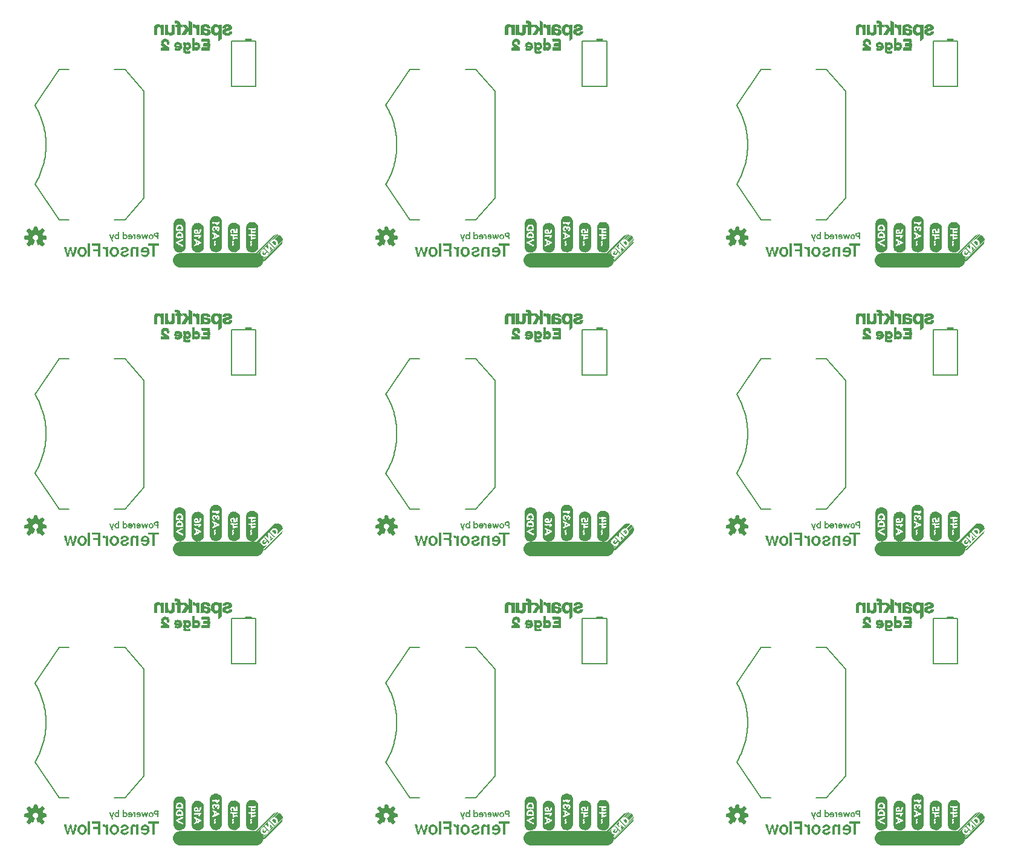
<source format=gbo>
G75*
%MOIN*%
%OFA0B0*%
%FSLAX25Y25*%
%IPPOS*%
%LPD*%
%AMOC8*
5,1,8,0,0,1.08239X$1,22.5*
%
%ADD10C,0.08000*%
%ADD11C,0.00800*%
%ADD12R,0.00157X0.14016*%
%ADD13R,0.00157X0.14961*%
%ADD14R,0.00157X0.15591*%
%ADD15R,0.00157X0.16220*%
%ADD16R,0.00157X0.16535*%
%ADD17R,0.00157X0.16850*%
%ADD18R,0.00157X0.17165*%
%ADD19R,0.00157X0.03150*%
%ADD20R,0.00157X0.02835*%
%ADD21R,0.00157X0.11181*%
%ADD22R,0.00157X0.02992*%
%ADD23R,0.00157X0.02520*%
%ADD24R,0.00157X0.00630*%
%ADD25R,0.00157X0.01732*%
%ADD26R,0.00157X0.04252*%
%ADD27R,0.00157X0.02205*%
%ADD28R,0.00157X0.00472*%
%ADD29R,0.00157X0.01417*%
%ADD30R,0.00157X0.03937*%
%ADD31R,0.00157X0.00315*%
%ADD32R,0.00157X0.01102*%
%ADD33R,0.00157X0.03780*%
%ADD34R,0.00157X0.01890*%
%ADD35R,0.00157X0.00945*%
%ADD36R,0.00157X0.03622*%
%ADD37R,0.00157X0.00787*%
%ADD38R,0.00157X0.03307*%
%ADD39R,0.00157X0.03465*%
%ADD40R,0.00157X0.01575*%
%ADD41R,0.00157X0.01260*%
%ADD42R,0.00157X0.04094*%
%ADD43R,0.00157X0.04409*%
%ADD44R,0.00157X0.02047*%
%ADD45R,0.00157X0.02362*%
%ADD46R,0.13701X0.00157*%
%ADD47R,0.14646X0.00157*%
%ADD48R,0.15276X0.00157*%
%ADD49R,0.15906X0.00157*%
%ADD50R,0.16220X0.00157*%
%ADD51R,0.16535X0.00157*%
%ADD52R,0.16850X0.00157*%
%ADD53R,0.04252X0.00157*%
%ADD54R,0.11969X0.00157*%
%ADD55R,0.04094X0.00157*%
%ADD56R,0.01260X0.00157*%
%ADD57R,0.01890X0.00157*%
%ADD58R,0.00630X0.00157*%
%ADD59R,0.03780X0.00157*%
%ADD60R,0.00787X0.00157*%
%ADD61R,0.01575X0.00157*%
%ADD62R,0.00472X0.00157*%
%ADD63R,0.01417X0.00157*%
%ADD64R,0.03465X0.00157*%
%ADD65R,0.03622X0.00157*%
%ADD66R,0.01102X0.00157*%
%ADD67R,0.03307X0.00157*%
%ADD68R,0.00945X0.00157*%
%ADD69R,0.02835X0.00157*%
%ADD70R,0.02992X0.00157*%
%ADD71R,0.00157X0.00157*%
%ADD72R,0.00315X0.00157*%
%ADD73R,0.03937X0.00157*%
%ADD74R,0.01732X0.00157*%
%ADD75R,0.00551X0.00197*%
%ADD76R,0.01654X0.00197*%
%ADD77R,0.02205X0.00157*%
%ADD78R,0.00551X0.00157*%
%ADD79R,0.02362X0.00197*%
%ADD80R,0.00906X0.00197*%
%ADD81R,0.00748X0.00157*%
%ADD82R,0.00354X0.00197*%
%ADD83R,0.01260X0.00197*%
%ADD84R,0.00709X0.00197*%
%ADD85R,0.00748X0.00197*%
%ADD86R,0.01496X0.00197*%
%ADD87R,0.02047X0.00197*%
%ADD88R,0.01654X0.00157*%
%ADD89R,0.00709X0.00157*%
%ADD90R,0.01496X0.00157*%
%ADD91R,0.01850X0.00157*%
%ADD92R,0.02244X0.00157*%
%ADD93R,0.00945X0.00197*%
%ADD94R,0.01102X0.00197*%
%ADD95R,0.02362X0.00157*%
%ADD96R,0.00591X0.00157*%
%ADD97R,0.02205X0.00197*%
%ADD98R,0.00591X0.00197*%
%ADD99R,0.02402X0.00197*%
%ADD100R,0.00394X0.00197*%
%ADD101R,0.00394X0.00157*%
%ADD102R,0.00354X0.00157*%
%ADD103R,0.02402X0.00157*%
%ADD104R,0.01299X0.00197*%
%ADD105R,0.00906X0.00157*%
%ADD106R,0.01142X0.00197*%
%ADD107R,0.01850X0.00197*%
%ADD108R,0.02244X0.00197*%
%ADD109R,0.01299X0.00157*%
%ADD110R,0.05709X0.00157*%
%ADD111R,0.04449X0.00157*%
%ADD112R,0.05709X0.00197*%
%ADD113R,0.04449X0.00197*%
%ADD114R,0.01457X0.00197*%
%ADD115R,0.02953X0.00157*%
%ADD116R,0.03110X0.00157*%
%ADD117R,0.02913X0.00157*%
%ADD118R,0.03307X0.00197*%
%ADD119R,0.04055X0.00197*%
%ADD120R,0.03504X0.00197*%
%ADD121R,0.02953X0.00197*%
%ADD122R,0.03661X0.00197*%
%ADD123R,0.04252X0.00197*%
%ADD124R,0.01811X0.00197*%
%ADD125R,0.03701X0.00197*%
%ADD126R,0.01693X0.00197*%
%ADD127R,0.04055X0.00157*%
%ADD128R,0.04606X0.00157*%
%ADD129R,0.04606X0.00197*%
%ADD130R,0.02756X0.00197*%
%ADD131R,0.02756X0.00157*%
%ADD132R,0.01457X0.00157*%
%ADD133R,0.00197X0.00157*%
%ADD134R,0.01811X0.00157*%
%ADD135R,0.03858X0.00197*%
%ADD136R,0.03110X0.00197*%
%ADD137R,0.03150X0.00197*%
%ADD138R,0.02008X0.00197*%
%ADD139C,0.00300*%
%ADD140C,0.00591*%
%ADD141C,0.01000*%
%ADD142C,0.00500*%
%ADD143R,0.00157X0.11496*%
%ADD144R,0.00157X0.12441*%
%ADD145R,0.00157X0.13071*%
%ADD146R,0.00157X0.13701*%
%ADD147R,0.00157X0.14331*%
%ADD148R,0.00157X0.14646*%
%ADD149R,0.00157X0.04567*%
%ADD150R,0.00157X0.02677*%
%ADD151R,0.00157X0.04724*%
%ADD152R,0.00157X0.04882*%
%ADD153R,0.00157X0.05039*%
%ADD154R,0.00157X0.00157*%
%ADD155R,0.00157X0.15276*%
%ADD156R,0.00157X0.17480*%
%ADD157R,0.00157X0.17795*%
%ADD158R,0.00157X0.18110*%
%ADD159R,0.00157X0.18425*%
%ADD160R,0.00157X0.11811*%
%ADD161R,0.00157X0.06142*%
%ADD162R,0.00157X0.08189*%
%ADD163R,0.00157X0.08031*%
%ADD164R,0.00157X0.07874*%
%ADD165R,0.00157X0.07717*%
%ADD166R,0.00157X0.06929*%
%ADD167R,0.00157X0.06772*%
%ADD168R,0.00157X0.06614*%
%ADD169R,0.00157X0.06457*%
%ADD170R,0.00157X0.07087*%
%ADD171R,0.00157X0.08819*%
%ADD172R,0.00157X0.08661*%
%ADD173R,0.00157X0.08504*%
%ADD174R,0.00157X0.12126*%
%ADD175R,0.00157X0.07244*%
%ADD176R,0.00157X0.08976*%
%ADD177R,0.01181X0.00236*%
%ADD178R,0.03780X0.00236*%
%ADD179R,0.01417X0.00236*%
%ADD180R,0.04724X0.00236*%
%ADD181R,0.01654X0.00236*%
%ADD182R,0.02362X0.00236*%
%ADD183R,0.04961X0.00236*%
%ADD184R,0.03071X0.00236*%
%ADD185R,0.03543X0.00236*%
%ADD186R,0.04252X0.00236*%
%ADD187R,0.00472X0.00236*%
%ADD188R,0.01890X0.00236*%
%ADD189R,0.02126X0.00236*%
%ADD190R,0.04016X0.00236*%
%ADD191R,0.04488X0.00236*%
%ADD192R,0.02598X0.00236*%
%ADD193R,0.02835X0.00236*%
%ADD194R,0.00709X0.00236*%
%ADD195R,0.03307X0.00236*%
%ADD196R,0.00945X0.00236*%
D10*
X0169396Y0071181D02*
X0211396Y0071181D01*
X0362877Y0071181D02*
X0404877Y0071181D01*
X0556357Y0071181D02*
X0598357Y0071181D01*
X0598357Y0230661D02*
X0556357Y0230661D01*
X0404877Y0230661D02*
X0362877Y0230661D01*
X0211396Y0230661D02*
X0169396Y0230661D01*
X0169396Y0390142D02*
X0211396Y0390142D01*
X0362877Y0390142D02*
X0404877Y0390142D01*
X0556357Y0390142D02*
X0598357Y0390142D01*
D11*
X0536633Y0424354D02*
X0526003Y0412346D01*
X0520294Y0412346D01*
X0536633Y0424354D02*
X0536633Y0483409D01*
X0526003Y0495417D01*
X0520294Y0495417D01*
X0495097Y0495417D02*
X0489782Y0495417D01*
X0476396Y0475732D01*
X0476914Y0474853D01*
X0477411Y0473961D01*
X0477886Y0473057D01*
X0478339Y0472143D01*
X0478770Y0471217D01*
X0479178Y0470282D01*
X0479564Y0469337D01*
X0479927Y0468382D01*
X0480266Y0467419D01*
X0480582Y0466449D01*
X0480874Y0465471D01*
X0481143Y0464486D01*
X0481388Y0463495D01*
X0481608Y0462498D01*
X0481805Y0461496D01*
X0481977Y0460490D01*
X0482125Y0459480D01*
X0482248Y0458467D01*
X0482347Y0457451D01*
X0482421Y0456433D01*
X0482470Y0455413D01*
X0482495Y0454392D01*
X0482495Y0453372D01*
X0482470Y0452351D01*
X0482421Y0451331D01*
X0482347Y0450313D01*
X0482248Y0449297D01*
X0482125Y0448284D01*
X0481977Y0447274D01*
X0481805Y0446268D01*
X0481608Y0445266D01*
X0481388Y0444269D01*
X0481143Y0443278D01*
X0480874Y0442293D01*
X0480582Y0441315D01*
X0480266Y0440345D01*
X0479927Y0439382D01*
X0479564Y0438427D01*
X0479178Y0437482D01*
X0478770Y0436547D01*
X0478339Y0435621D01*
X0477886Y0434707D01*
X0477411Y0433803D01*
X0476914Y0432911D01*
X0476396Y0432032D01*
X0476396Y0432031D02*
X0489782Y0412346D01*
X0495097Y0412346D01*
X0495097Y0335937D02*
X0489782Y0335937D01*
X0476396Y0316252D01*
X0476914Y0315373D01*
X0477411Y0314481D01*
X0477886Y0313577D01*
X0478339Y0312663D01*
X0478770Y0311737D01*
X0479178Y0310802D01*
X0479564Y0309857D01*
X0479927Y0308902D01*
X0480266Y0307939D01*
X0480582Y0306969D01*
X0480874Y0305991D01*
X0481143Y0305006D01*
X0481388Y0304015D01*
X0481608Y0303018D01*
X0481805Y0302016D01*
X0481977Y0301010D01*
X0482125Y0300000D01*
X0482248Y0298987D01*
X0482347Y0297971D01*
X0482421Y0296953D01*
X0482470Y0295933D01*
X0482495Y0294912D01*
X0482495Y0293892D01*
X0482470Y0292871D01*
X0482421Y0291851D01*
X0482347Y0290833D01*
X0482248Y0289817D01*
X0482125Y0288804D01*
X0481977Y0287794D01*
X0481805Y0286788D01*
X0481608Y0285786D01*
X0481388Y0284789D01*
X0481143Y0283798D01*
X0480874Y0282813D01*
X0480582Y0281835D01*
X0480266Y0280865D01*
X0479927Y0279902D01*
X0479564Y0278947D01*
X0479178Y0278002D01*
X0478770Y0277067D01*
X0478339Y0276141D01*
X0477886Y0275227D01*
X0477411Y0274323D01*
X0476914Y0273431D01*
X0476396Y0272552D01*
X0476396Y0272551D02*
X0489782Y0252866D01*
X0495097Y0252866D01*
X0520294Y0252866D02*
X0526003Y0252866D01*
X0536633Y0264874D01*
X0536633Y0323929D01*
X0526003Y0335937D01*
X0520294Y0335937D01*
X0343152Y0323929D02*
X0343152Y0264874D01*
X0332522Y0252866D01*
X0326814Y0252866D01*
X0301617Y0252866D02*
X0296302Y0252866D01*
X0282916Y0272551D01*
X0282916Y0272552D02*
X0283434Y0273431D01*
X0283931Y0274323D01*
X0284406Y0275227D01*
X0284859Y0276141D01*
X0285290Y0277067D01*
X0285698Y0278002D01*
X0286084Y0278947D01*
X0286447Y0279902D01*
X0286786Y0280865D01*
X0287102Y0281835D01*
X0287394Y0282813D01*
X0287663Y0283798D01*
X0287908Y0284789D01*
X0288128Y0285786D01*
X0288325Y0286788D01*
X0288497Y0287794D01*
X0288645Y0288804D01*
X0288768Y0289817D01*
X0288867Y0290833D01*
X0288941Y0291851D01*
X0288990Y0292871D01*
X0289015Y0293892D01*
X0289015Y0294912D01*
X0288990Y0295933D01*
X0288941Y0296953D01*
X0288867Y0297971D01*
X0288768Y0298987D01*
X0288645Y0300000D01*
X0288497Y0301010D01*
X0288325Y0302016D01*
X0288128Y0303018D01*
X0287908Y0304015D01*
X0287663Y0305006D01*
X0287394Y0305991D01*
X0287102Y0306969D01*
X0286786Y0307939D01*
X0286447Y0308902D01*
X0286084Y0309857D01*
X0285698Y0310802D01*
X0285290Y0311737D01*
X0284859Y0312663D01*
X0284406Y0313577D01*
X0283931Y0314481D01*
X0283434Y0315373D01*
X0282916Y0316252D01*
X0296302Y0335937D01*
X0301617Y0335937D01*
X0326814Y0335937D02*
X0332522Y0335937D01*
X0343152Y0323929D01*
X0332522Y0412346D02*
X0326814Y0412346D01*
X0332522Y0412346D02*
X0343152Y0424354D01*
X0343152Y0483409D01*
X0332522Y0495417D01*
X0326814Y0495417D01*
X0301617Y0495417D02*
X0296302Y0495417D01*
X0282916Y0475732D01*
X0283434Y0474853D01*
X0283931Y0473961D01*
X0284406Y0473057D01*
X0284859Y0472143D01*
X0285290Y0471217D01*
X0285698Y0470282D01*
X0286084Y0469337D01*
X0286447Y0468382D01*
X0286786Y0467419D01*
X0287102Y0466449D01*
X0287394Y0465471D01*
X0287663Y0464486D01*
X0287908Y0463495D01*
X0288128Y0462498D01*
X0288325Y0461496D01*
X0288497Y0460490D01*
X0288645Y0459480D01*
X0288768Y0458467D01*
X0288867Y0457451D01*
X0288941Y0456433D01*
X0288990Y0455413D01*
X0289015Y0454392D01*
X0289015Y0453372D01*
X0288990Y0452351D01*
X0288941Y0451331D01*
X0288867Y0450313D01*
X0288768Y0449297D01*
X0288645Y0448284D01*
X0288497Y0447274D01*
X0288325Y0446268D01*
X0288128Y0445266D01*
X0287908Y0444269D01*
X0287663Y0443278D01*
X0287394Y0442293D01*
X0287102Y0441315D01*
X0286786Y0440345D01*
X0286447Y0439382D01*
X0286084Y0438427D01*
X0285698Y0437482D01*
X0285290Y0436547D01*
X0284859Y0435621D01*
X0284406Y0434707D01*
X0283931Y0433803D01*
X0283434Y0432911D01*
X0282916Y0432032D01*
X0282916Y0432031D02*
X0296302Y0412346D01*
X0301617Y0412346D01*
X0149672Y0424354D02*
X0139042Y0412346D01*
X0133333Y0412346D01*
X0149672Y0424354D02*
X0149672Y0483409D01*
X0139042Y0495417D01*
X0133333Y0495417D01*
X0108136Y0495417D02*
X0102822Y0495417D01*
X0089436Y0475732D01*
X0089954Y0474853D01*
X0090451Y0473961D01*
X0090926Y0473057D01*
X0091379Y0472143D01*
X0091810Y0471217D01*
X0092218Y0470282D01*
X0092604Y0469337D01*
X0092967Y0468382D01*
X0093306Y0467419D01*
X0093622Y0466449D01*
X0093914Y0465471D01*
X0094183Y0464486D01*
X0094428Y0463495D01*
X0094648Y0462498D01*
X0094845Y0461496D01*
X0095017Y0460490D01*
X0095165Y0459480D01*
X0095288Y0458467D01*
X0095387Y0457451D01*
X0095461Y0456433D01*
X0095510Y0455413D01*
X0095535Y0454392D01*
X0095535Y0453372D01*
X0095510Y0452351D01*
X0095461Y0451331D01*
X0095387Y0450313D01*
X0095288Y0449297D01*
X0095165Y0448284D01*
X0095017Y0447274D01*
X0094845Y0446268D01*
X0094648Y0445266D01*
X0094428Y0444269D01*
X0094183Y0443278D01*
X0093914Y0442293D01*
X0093622Y0441315D01*
X0093306Y0440345D01*
X0092967Y0439382D01*
X0092604Y0438427D01*
X0092218Y0437482D01*
X0091810Y0436547D01*
X0091379Y0435621D01*
X0090926Y0434707D01*
X0090451Y0433803D01*
X0089954Y0432911D01*
X0089436Y0432032D01*
X0089436Y0432031D02*
X0102822Y0412346D01*
X0108136Y0412346D01*
X0108136Y0335937D02*
X0102822Y0335937D01*
X0089436Y0316252D01*
X0089954Y0315373D01*
X0090451Y0314481D01*
X0090926Y0313577D01*
X0091379Y0312663D01*
X0091810Y0311737D01*
X0092218Y0310802D01*
X0092604Y0309857D01*
X0092967Y0308902D01*
X0093306Y0307939D01*
X0093622Y0306969D01*
X0093914Y0305991D01*
X0094183Y0305006D01*
X0094428Y0304015D01*
X0094648Y0303018D01*
X0094845Y0302016D01*
X0095017Y0301010D01*
X0095165Y0300000D01*
X0095288Y0298987D01*
X0095387Y0297971D01*
X0095461Y0296953D01*
X0095510Y0295933D01*
X0095535Y0294912D01*
X0095535Y0293892D01*
X0095510Y0292871D01*
X0095461Y0291851D01*
X0095387Y0290833D01*
X0095288Y0289817D01*
X0095165Y0288804D01*
X0095017Y0287794D01*
X0094845Y0286788D01*
X0094648Y0285786D01*
X0094428Y0284789D01*
X0094183Y0283798D01*
X0093914Y0282813D01*
X0093622Y0281835D01*
X0093306Y0280865D01*
X0092967Y0279902D01*
X0092604Y0278947D01*
X0092218Y0278002D01*
X0091810Y0277067D01*
X0091379Y0276141D01*
X0090926Y0275227D01*
X0090451Y0274323D01*
X0089954Y0273431D01*
X0089436Y0272552D01*
X0089436Y0272551D02*
X0102822Y0252866D01*
X0108136Y0252866D01*
X0133333Y0252866D02*
X0139042Y0252866D01*
X0149672Y0264874D01*
X0149672Y0323929D01*
X0139042Y0335937D01*
X0133333Y0335937D01*
X0133333Y0176457D02*
X0139042Y0176457D01*
X0149672Y0164449D01*
X0149672Y0105394D01*
X0139042Y0093386D01*
X0133333Y0093386D01*
X0108136Y0093386D02*
X0102822Y0093386D01*
X0089436Y0113071D01*
X0089954Y0113950D01*
X0090451Y0114842D01*
X0090926Y0115746D01*
X0091379Y0116660D01*
X0091810Y0117586D01*
X0092218Y0118521D01*
X0092604Y0119466D01*
X0092967Y0120421D01*
X0093306Y0121384D01*
X0093622Y0122354D01*
X0093914Y0123332D01*
X0094183Y0124317D01*
X0094428Y0125308D01*
X0094648Y0126305D01*
X0094845Y0127307D01*
X0095017Y0128313D01*
X0095165Y0129323D01*
X0095288Y0130336D01*
X0095387Y0131352D01*
X0095461Y0132370D01*
X0095510Y0133390D01*
X0095535Y0134411D01*
X0095535Y0135431D01*
X0095510Y0136452D01*
X0095461Y0137472D01*
X0095387Y0138490D01*
X0095288Y0139506D01*
X0095165Y0140519D01*
X0095017Y0141529D01*
X0094845Y0142535D01*
X0094648Y0143537D01*
X0094428Y0144534D01*
X0094183Y0145525D01*
X0093914Y0146510D01*
X0093622Y0147488D01*
X0093306Y0148458D01*
X0092967Y0149421D01*
X0092604Y0150376D01*
X0092218Y0151321D01*
X0091810Y0152256D01*
X0091379Y0153182D01*
X0090926Y0154096D01*
X0090451Y0155000D01*
X0089954Y0155892D01*
X0089436Y0156771D01*
X0089436Y0156772D02*
X0102822Y0176457D01*
X0108136Y0176457D01*
X0282916Y0156771D02*
X0283434Y0155892D01*
X0283931Y0155000D01*
X0284406Y0154096D01*
X0284859Y0153182D01*
X0285290Y0152256D01*
X0285698Y0151321D01*
X0286084Y0150376D01*
X0286447Y0149421D01*
X0286786Y0148458D01*
X0287102Y0147488D01*
X0287394Y0146510D01*
X0287663Y0145525D01*
X0287908Y0144534D01*
X0288128Y0143537D01*
X0288325Y0142535D01*
X0288497Y0141529D01*
X0288645Y0140519D01*
X0288768Y0139506D01*
X0288867Y0138490D01*
X0288941Y0137472D01*
X0288990Y0136452D01*
X0289015Y0135431D01*
X0289015Y0134411D01*
X0288990Y0133390D01*
X0288941Y0132370D01*
X0288867Y0131352D01*
X0288768Y0130336D01*
X0288645Y0129323D01*
X0288497Y0128313D01*
X0288325Y0127307D01*
X0288128Y0126305D01*
X0287908Y0125308D01*
X0287663Y0124317D01*
X0287394Y0123332D01*
X0287102Y0122354D01*
X0286786Y0121384D01*
X0286447Y0120421D01*
X0286084Y0119466D01*
X0285698Y0118521D01*
X0285290Y0117586D01*
X0284859Y0116660D01*
X0284406Y0115746D01*
X0283931Y0114842D01*
X0283434Y0113950D01*
X0282916Y0113071D01*
X0296302Y0093386D01*
X0301617Y0093386D01*
X0326814Y0093386D02*
X0332522Y0093386D01*
X0343152Y0105394D01*
X0343152Y0164449D01*
X0332522Y0176457D01*
X0326814Y0176457D01*
X0301617Y0176457D02*
X0296302Y0176457D01*
X0282916Y0156772D01*
X0476396Y0156771D02*
X0476914Y0155892D01*
X0477411Y0155000D01*
X0477886Y0154096D01*
X0478339Y0153182D01*
X0478770Y0152256D01*
X0479178Y0151321D01*
X0479564Y0150376D01*
X0479927Y0149421D01*
X0480266Y0148458D01*
X0480582Y0147488D01*
X0480874Y0146510D01*
X0481143Y0145525D01*
X0481388Y0144534D01*
X0481608Y0143537D01*
X0481805Y0142535D01*
X0481977Y0141529D01*
X0482125Y0140519D01*
X0482248Y0139506D01*
X0482347Y0138490D01*
X0482421Y0137472D01*
X0482470Y0136452D01*
X0482495Y0135431D01*
X0482495Y0134411D01*
X0482470Y0133390D01*
X0482421Y0132370D01*
X0482347Y0131352D01*
X0482248Y0130336D01*
X0482125Y0129323D01*
X0481977Y0128313D01*
X0481805Y0127307D01*
X0481608Y0126305D01*
X0481388Y0125308D01*
X0481143Y0124317D01*
X0480874Y0123332D01*
X0480582Y0122354D01*
X0480266Y0121384D01*
X0479927Y0120421D01*
X0479564Y0119466D01*
X0479178Y0118521D01*
X0478770Y0117586D01*
X0478339Y0116660D01*
X0477886Y0115746D01*
X0477411Y0114842D01*
X0476914Y0113950D01*
X0476396Y0113071D01*
X0489782Y0093386D01*
X0495097Y0093386D01*
X0520294Y0093386D02*
X0526003Y0093386D01*
X0536633Y0105394D01*
X0536633Y0164449D01*
X0526003Y0176457D01*
X0520294Y0176457D01*
X0495097Y0176457D02*
X0489782Y0176457D01*
X0476396Y0156772D01*
D12*
X0553207Y0084866D03*
X0559507Y0084866D03*
X0563837Y0083606D03*
X0568877Y0083606D03*
X0583837Y0083764D03*
X0588877Y0083764D03*
X0395396Y0083764D03*
X0390357Y0083764D03*
X0375396Y0083606D03*
X0370357Y0083606D03*
X0366026Y0084866D03*
X0359727Y0084866D03*
X0201916Y0083764D03*
X0196877Y0083764D03*
X0181916Y0083606D03*
X0176877Y0083606D03*
X0172546Y0084866D03*
X0166247Y0084866D03*
X0176877Y0243087D03*
X0172546Y0244346D03*
X0166247Y0244346D03*
X0181916Y0243087D03*
X0196877Y0243244D03*
X0201916Y0243244D03*
X0359727Y0244346D03*
X0366026Y0244346D03*
X0370357Y0243087D03*
X0375396Y0243087D03*
X0390357Y0243244D03*
X0395396Y0243244D03*
X0553207Y0244346D03*
X0559507Y0244346D03*
X0563837Y0243087D03*
X0568877Y0243087D03*
X0583837Y0243244D03*
X0588877Y0243244D03*
X0588877Y0402724D03*
X0583837Y0402724D03*
X0568877Y0402567D03*
X0563837Y0402567D03*
X0559507Y0403827D03*
X0553207Y0403827D03*
X0395396Y0402724D03*
X0390357Y0402724D03*
X0375396Y0402567D03*
X0370357Y0402567D03*
X0366026Y0403827D03*
X0359727Y0403827D03*
X0201916Y0402724D03*
X0196877Y0402724D03*
X0181916Y0402567D03*
X0176877Y0402567D03*
X0172546Y0403827D03*
X0166247Y0403827D03*
D13*
X0166404Y0403827D03*
X0172388Y0403827D03*
X0181444Y0402567D03*
X0201444Y0402724D03*
X0207034Y0402882D03*
X0211759Y0402882D03*
X0359884Y0403827D03*
X0365869Y0403827D03*
X0374924Y0402567D03*
X0394924Y0402724D03*
X0400514Y0402882D03*
X0405239Y0402882D03*
X0553365Y0403827D03*
X0559349Y0403827D03*
X0568404Y0402567D03*
X0588404Y0402724D03*
X0593995Y0402882D03*
X0598719Y0402882D03*
X0598719Y0243402D03*
X0593995Y0243402D03*
X0588404Y0243244D03*
X0568404Y0243087D03*
X0559349Y0244346D03*
X0553365Y0244346D03*
X0405239Y0243402D03*
X0400514Y0243402D03*
X0394924Y0243244D03*
X0374924Y0243087D03*
X0365869Y0244346D03*
X0359884Y0244346D03*
X0211759Y0243402D03*
X0207034Y0243402D03*
X0201444Y0243244D03*
X0181444Y0243087D03*
X0172388Y0244346D03*
X0166404Y0244346D03*
X0166404Y0084866D03*
X0172388Y0084866D03*
X0181444Y0083606D03*
X0201444Y0083764D03*
X0207034Y0083921D03*
X0211759Y0083921D03*
X0359884Y0084866D03*
X0365869Y0084866D03*
X0374924Y0083606D03*
X0394924Y0083764D03*
X0400514Y0083921D03*
X0405239Y0083921D03*
X0553365Y0084866D03*
X0559349Y0084866D03*
X0568404Y0083606D03*
X0588404Y0083764D03*
X0593995Y0083921D03*
X0598719Y0083921D03*
D14*
X0598404Y0083921D03*
X0559192Y0084866D03*
X0553522Y0084866D03*
X0404924Y0083921D03*
X0365711Y0084866D03*
X0360042Y0084866D03*
X0211444Y0083921D03*
X0172231Y0084866D03*
X0166562Y0084866D03*
X0166562Y0244346D03*
X0172231Y0244346D03*
X0211444Y0243402D03*
X0360042Y0244346D03*
X0365711Y0244346D03*
X0404924Y0243402D03*
X0553522Y0244346D03*
X0559192Y0244346D03*
X0598404Y0243402D03*
X0598404Y0402882D03*
X0559192Y0403827D03*
X0553522Y0403827D03*
X0404924Y0402882D03*
X0365711Y0403827D03*
X0360042Y0403827D03*
X0211444Y0402882D03*
X0172231Y0403827D03*
X0166562Y0403827D03*
D15*
X0166719Y0403827D03*
X0172073Y0403827D03*
X0186404Y0404614D03*
X0192388Y0404614D03*
X0360199Y0403827D03*
X0365554Y0403827D03*
X0379884Y0404614D03*
X0385869Y0404614D03*
X0553680Y0403827D03*
X0559034Y0403827D03*
X0573365Y0404614D03*
X0579349Y0404614D03*
X0579349Y0245134D03*
X0573365Y0245134D03*
X0559034Y0244346D03*
X0553680Y0244346D03*
X0385869Y0245134D03*
X0379884Y0245134D03*
X0365554Y0244346D03*
X0360199Y0244346D03*
X0192388Y0245134D03*
X0186404Y0245134D03*
X0172073Y0244346D03*
X0166719Y0244346D03*
X0166719Y0084866D03*
X0172073Y0084866D03*
X0186404Y0085654D03*
X0192388Y0085654D03*
X0360199Y0084866D03*
X0365554Y0084866D03*
X0379884Y0085654D03*
X0385869Y0085654D03*
X0553680Y0084866D03*
X0559034Y0084866D03*
X0573365Y0085654D03*
X0579349Y0085654D03*
D16*
X0558877Y0084866D03*
X0553837Y0084866D03*
X0365396Y0084866D03*
X0360357Y0084866D03*
X0171916Y0084866D03*
X0166877Y0084866D03*
X0166877Y0244346D03*
X0171916Y0244346D03*
X0360357Y0244346D03*
X0365396Y0244346D03*
X0553837Y0244346D03*
X0558877Y0244346D03*
X0558877Y0403827D03*
X0553837Y0403827D03*
X0365396Y0403827D03*
X0360357Y0403827D03*
X0171916Y0403827D03*
X0166877Y0403827D03*
D17*
X0167034Y0403827D03*
X0171759Y0403827D03*
X0186562Y0404614D03*
X0192231Y0404614D03*
X0360514Y0403827D03*
X0365239Y0403827D03*
X0380042Y0404614D03*
X0385711Y0404614D03*
X0553995Y0403827D03*
X0558719Y0403827D03*
X0573522Y0404614D03*
X0579192Y0404614D03*
X0579192Y0245134D03*
X0573522Y0245134D03*
X0558719Y0244346D03*
X0553995Y0244346D03*
X0385711Y0245134D03*
X0380042Y0245134D03*
X0365239Y0244346D03*
X0360514Y0244346D03*
X0192231Y0245134D03*
X0186562Y0245134D03*
X0171759Y0244346D03*
X0167034Y0244346D03*
X0167034Y0084866D03*
X0171759Y0084866D03*
X0186562Y0085654D03*
X0192231Y0085654D03*
X0360514Y0084866D03*
X0365239Y0084866D03*
X0380042Y0085654D03*
X0385711Y0085654D03*
X0553995Y0084866D03*
X0558719Y0084866D03*
X0573522Y0085654D03*
X0579192Y0085654D03*
D18*
X0558562Y0084866D03*
X0554152Y0084866D03*
X0365081Y0084866D03*
X0360672Y0084866D03*
X0171601Y0084866D03*
X0167192Y0084866D03*
X0167192Y0244346D03*
X0171601Y0244346D03*
X0360672Y0244346D03*
X0365081Y0244346D03*
X0554152Y0244346D03*
X0558562Y0244346D03*
X0558562Y0403827D03*
X0554152Y0403827D03*
X0365081Y0403827D03*
X0360672Y0403827D03*
X0171601Y0403827D03*
X0167192Y0403827D03*
D19*
X0171444Y0396661D03*
X0170656Y0396189D03*
X0177979Y0396346D03*
X0181286Y0401701D03*
X0180971Y0408787D03*
X0180814Y0408787D03*
X0178451Y0408945D03*
X0178294Y0408945D03*
X0177979Y0408787D03*
X0177664Y0408630D03*
X0188136Y0412882D03*
X0188294Y0412882D03*
X0188451Y0412882D03*
X0190341Y0412882D03*
X0190499Y0412882D03*
X0190656Y0412882D03*
X0197664Y0408787D03*
X0197822Y0408945D03*
X0198136Y0409102D03*
X0198294Y0409102D03*
X0198451Y0409102D03*
X0200656Y0409102D03*
X0207822Y0409417D03*
X0207979Y0409417D03*
X0210814Y0409417D03*
X0210971Y0409417D03*
X0208294Y0402016D03*
X0198294Y0402016D03*
X0189396Y0400756D03*
X0364136Y0396189D03*
X0364924Y0396661D03*
X0371459Y0396346D03*
X0374766Y0401701D03*
X0374451Y0408787D03*
X0374294Y0408787D03*
X0371932Y0408945D03*
X0371774Y0408945D03*
X0371459Y0408787D03*
X0371144Y0408630D03*
X0381617Y0412882D03*
X0381774Y0412882D03*
X0381932Y0412882D03*
X0383822Y0412882D03*
X0383979Y0412882D03*
X0384136Y0412882D03*
X0391144Y0408787D03*
X0391302Y0408945D03*
X0391617Y0409102D03*
X0391774Y0409102D03*
X0391932Y0409102D03*
X0394136Y0409102D03*
X0401302Y0409417D03*
X0401459Y0409417D03*
X0404294Y0409417D03*
X0404451Y0409417D03*
X0401774Y0402016D03*
X0391774Y0402016D03*
X0382877Y0400756D03*
X0557617Y0396189D03*
X0558404Y0396661D03*
X0564940Y0396346D03*
X0568247Y0401701D03*
X0567932Y0408787D03*
X0567774Y0408787D03*
X0565412Y0408945D03*
X0565255Y0408945D03*
X0564940Y0408787D03*
X0564625Y0408630D03*
X0575097Y0412882D03*
X0575255Y0412882D03*
X0575412Y0412882D03*
X0577302Y0412882D03*
X0577459Y0412882D03*
X0577617Y0412882D03*
X0584625Y0408787D03*
X0584782Y0408945D03*
X0585097Y0409102D03*
X0585255Y0409102D03*
X0585412Y0409102D03*
X0587617Y0409102D03*
X0594782Y0409417D03*
X0594940Y0409417D03*
X0597774Y0409417D03*
X0597932Y0409417D03*
X0595255Y0402016D03*
X0585255Y0402016D03*
X0576357Y0400756D03*
X0575412Y0253402D03*
X0575255Y0253402D03*
X0575097Y0253402D03*
X0577302Y0253402D03*
X0577459Y0253402D03*
X0577617Y0253402D03*
X0584625Y0249307D03*
X0584782Y0249465D03*
X0585097Y0249622D03*
X0585255Y0249622D03*
X0585412Y0249622D03*
X0587617Y0249622D03*
X0594782Y0249937D03*
X0594940Y0249937D03*
X0597774Y0249937D03*
X0597932Y0249937D03*
X0595255Y0242535D03*
X0585255Y0242535D03*
X0576357Y0241276D03*
X0568247Y0242220D03*
X0564940Y0236866D03*
X0558404Y0237181D03*
X0557617Y0236709D03*
X0564625Y0249150D03*
X0564940Y0249307D03*
X0565255Y0249465D03*
X0565412Y0249465D03*
X0567774Y0249307D03*
X0567932Y0249307D03*
X0404451Y0249937D03*
X0404294Y0249937D03*
X0401459Y0249937D03*
X0401302Y0249937D03*
X0394136Y0249622D03*
X0391932Y0249622D03*
X0391774Y0249622D03*
X0391617Y0249622D03*
X0391302Y0249465D03*
X0391144Y0249307D03*
X0391774Y0242535D03*
X0382877Y0241276D03*
X0374766Y0242220D03*
X0371459Y0236866D03*
X0364924Y0237181D03*
X0364136Y0236709D03*
X0371144Y0249150D03*
X0371459Y0249307D03*
X0371774Y0249465D03*
X0371932Y0249465D03*
X0374294Y0249307D03*
X0374451Y0249307D03*
X0381617Y0253402D03*
X0381774Y0253402D03*
X0381932Y0253402D03*
X0383822Y0253402D03*
X0383979Y0253402D03*
X0384136Y0253402D03*
X0401774Y0242535D03*
X0210971Y0249937D03*
X0210814Y0249937D03*
X0207979Y0249937D03*
X0207822Y0249937D03*
X0200656Y0249622D03*
X0198451Y0249622D03*
X0198294Y0249622D03*
X0198136Y0249622D03*
X0197822Y0249465D03*
X0197664Y0249307D03*
X0198294Y0242535D03*
X0208294Y0242535D03*
X0190656Y0253402D03*
X0190499Y0253402D03*
X0190341Y0253402D03*
X0188451Y0253402D03*
X0188294Y0253402D03*
X0188136Y0253402D03*
X0180971Y0249307D03*
X0180814Y0249307D03*
X0178451Y0249465D03*
X0178294Y0249465D03*
X0177979Y0249307D03*
X0177664Y0249150D03*
X0181286Y0242220D03*
X0177979Y0236866D03*
X0171444Y0237181D03*
X0170656Y0236709D03*
X0189396Y0241276D03*
X0188451Y0093921D03*
X0188294Y0093921D03*
X0188136Y0093921D03*
X0190341Y0093921D03*
X0190499Y0093921D03*
X0190656Y0093921D03*
X0197664Y0089827D03*
X0197822Y0089984D03*
X0198136Y0090142D03*
X0198294Y0090142D03*
X0198451Y0090142D03*
X0200656Y0090142D03*
X0207822Y0090457D03*
X0207979Y0090457D03*
X0210814Y0090457D03*
X0210971Y0090457D03*
X0208294Y0083055D03*
X0198294Y0083055D03*
X0189396Y0081795D03*
X0181286Y0082740D03*
X0177979Y0077386D03*
X0171444Y0077701D03*
X0170656Y0077228D03*
X0177664Y0089669D03*
X0177979Y0089827D03*
X0178294Y0089984D03*
X0178451Y0089984D03*
X0180814Y0089827D03*
X0180971Y0089827D03*
X0364136Y0077228D03*
X0364924Y0077701D03*
X0371459Y0077386D03*
X0374766Y0082740D03*
X0371144Y0089669D03*
X0371459Y0089827D03*
X0371774Y0089984D03*
X0371932Y0089984D03*
X0374294Y0089827D03*
X0374451Y0089827D03*
X0381617Y0093921D03*
X0381774Y0093921D03*
X0381932Y0093921D03*
X0383822Y0093921D03*
X0383979Y0093921D03*
X0384136Y0093921D03*
X0391144Y0089827D03*
X0391302Y0089984D03*
X0391617Y0090142D03*
X0391774Y0090142D03*
X0391932Y0090142D03*
X0394136Y0090142D03*
X0401302Y0090457D03*
X0401459Y0090457D03*
X0404294Y0090457D03*
X0404451Y0090457D03*
X0401774Y0083055D03*
X0391774Y0083055D03*
X0382877Y0081795D03*
X0557617Y0077228D03*
X0558404Y0077701D03*
X0564940Y0077386D03*
X0568247Y0082740D03*
X0564625Y0089669D03*
X0564940Y0089827D03*
X0565255Y0089984D03*
X0565412Y0089984D03*
X0567774Y0089827D03*
X0567932Y0089827D03*
X0575097Y0093921D03*
X0575255Y0093921D03*
X0575412Y0093921D03*
X0577302Y0093921D03*
X0577459Y0093921D03*
X0577617Y0093921D03*
X0584625Y0089827D03*
X0584782Y0089984D03*
X0585097Y0090142D03*
X0585255Y0090142D03*
X0585412Y0090142D03*
X0587617Y0090142D03*
X0594782Y0090457D03*
X0594940Y0090457D03*
X0597774Y0090457D03*
X0597932Y0090457D03*
X0595255Y0083055D03*
X0585255Y0083055D03*
X0576357Y0081795D03*
D20*
X0578247Y0086362D03*
X0578089Y0093764D03*
X0574625Y0093764D03*
X0574310Y0093606D03*
X0568089Y0082740D03*
X0564625Y0077386D03*
X0564467Y0077386D03*
X0558089Y0077386D03*
X0558404Y0080850D03*
X0585412Y0083055D03*
X0588089Y0089984D03*
X0595412Y0083055D03*
X0401932Y0083055D03*
X0391932Y0083055D03*
X0384766Y0086362D03*
X0384609Y0093764D03*
X0381144Y0093764D03*
X0380829Y0093606D03*
X0394609Y0089984D03*
X0374609Y0082740D03*
X0371144Y0077386D03*
X0370987Y0077386D03*
X0364609Y0077386D03*
X0364924Y0080850D03*
X0208451Y0083055D03*
X0198451Y0083055D03*
X0191286Y0086362D03*
X0191129Y0093764D03*
X0187664Y0093764D03*
X0187349Y0093606D03*
X0181129Y0082740D03*
X0177664Y0077386D03*
X0177507Y0077386D03*
X0171129Y0077386D03*
X0171444Y0080850D03*
X0201129Y0089984D03*
X0177664Y0236866D03*
X0177507Y0236866D03*
X0171129Y0236866D03*
X0171444Y0240331D03*
X0181129Y0242220D03*
X0191286Y0245843D03*
X0198451Y0242535D03*
X0201129Y0249465D03*
X0208451Y0242535D03*
X0191129Y0253244D03*
X0187664Y0253244D03*
X0187349Y0253087D03*
X0364609Y0236866D03*
X0364924Y0240331D03*
X0370987Y0236866D03*
X0371144Y0236866D03*
X0374609Y0242220D03*
X0384766Y0245843D03*
X0391932Y0242535D03*
X0394609Y0249465D03*
X0401932Y0242535D03*
X0384609Y0253244D03*
X0381144Y0253244D03*
X0380829Y0253087D03*
X0558089Y0236866D03*
X0558404Y0240331D03*
X0564467Y0236866D03*
X0564625Y0236866D03*
X0568089Y0242220D03*
X0578247Y0245843D03*
X0585412Y0242535D03*
X0588089Y0249465D03*
X0595412Y0242535D03*
X0578089Y0253244D03*
X0574625Y0253244D03*
X0574310Y0253087D03*
X0564625Y0396346D03*
X0564467Y0396346D03*
X0558089Y0396346D03*
X0558404Y0399811D03*
X0568089Y0401701D03*
X0578247Y0405323D03*
X0578089Y0412724D03*
X0574625Y0412724D03*
X0574310Y0412567D03*
X0588089Y0408945D03*
X0585412Y0402016D03*
X0595412Y0402016D03*
X0401932Y0402016D03*
X0391932Y0402016D03*
X0394609Y0408945D03*
X0384766Y0405323D03*
X0384609Y0412724D03*
X0381144Y0412724D03*
X0380829Y0412567D03*
X0374609Y0401701D03*
X0371144Y0396346D03*
X0370987Y0396346D03*
X0364609Y0396346D03*
X0364924Y0399811D03*
X0208451Y0402016D03*
X0198451Y0402016D03*
X0201129Y0408945D03*
X0191286Y0405323D03*
X0191129Y0412724D03*
X0187664Y0412724D03*
X0187349Y0412567D03*
X0181129Y0401701D03*
X0177664Y0396346D03*
X0177507Y0396346D03*
X0171129Y0396346D03*
X0171444Y0399811D03*
D21*
X0171444Y0406976D03*
X0364924Y0406976D03*
X0558404Y0406976D03*
X0558404Y0247496D03*
X0364924Y0247496D03*
X0171444Y0247496D03*
X0171444Y0088016D03*
X0364924Y0088016D03*
X0558404Y0088016D03*
D22*
X0568089Y0089748D03*
X0568247Y0089748D03*
X0574467Y0093685D03*
X0574782Y0093843D03*
X0574940Y0093843D03*
X0577774Y0093843D03*
X0577932Y0093843D03*
X0578247Y0093685D03*
X0584940Y0090063D03*
X0587774Y0090063D03*
X0587932Y0090063D03*
X0588247Y0089906D03*
X0594310Y0090220D03*
X0594467Y0090378D03*
X0594625Y0090378D03*
X0598089Y0090378D03*
X0598247Y0090378D03*
X0564782Y0077307D03*
X0564310Y0077622D03*
X0558247Y0077465D03*
X0557932Y0077307D03*
X0557774Y0077307D03*
X0404766Y0090378D03*
X0404609Y0090378D03*
X0401144Y0090378D03*
X0400987Y0090378D03*
X0400829Y0090220D03*
X0394766Y0089906D03*
X0394451Y0090063D03*
X0394294Y0090063D03*
X0391459Y0090063D03*
X0384766Y0093685D03*
X0384451Y0093843D03*
X0384294Y0093843D03*
X0381459Y0093843D03*
X0381302Y0093843D03*
X0380987Y0093685D03*
X0374766Y0089748D03*
X0374609Y0089748D03*
X0370829Y0077622D03*
X0371302Y0077307D03*
X0364766Y0077465D03*
X0364451Y0077307D03*
X0364294Y0077307D03*
X0211286Y0090378D03*
X0211129Y0090378D03*
X0207664Y0090378D03*
X0207507Y0090378D03*
X0207349Y0090220D03*
X0201286Y0089906D03*
X0200971Y0090063D03*
X0200814Y0090063D03*
X0197979Y0090063D03*
X0191286Y0093685D03*
X0190971Y0093843D03*
X0190814Y0093843D03*
X0187979Y0093843D03*
X0187822Y0093843D03*
X0187507Y0093685D03*
X0181286Y0089748D03*
X0181129Y0089748D03*
X0177349Y0077622D03*
X0177822Y0077307D03*
X0171286Y0077465D03*
X0170971Y0077307D03*
X0170814Y0077307D03*
X0170814Y0236787D03*
X0170971Y0236787D03*
X0171286Y0236945D03*
X0177349Y0237102D03*
X0177822Y0236787D03*
X0181129Y0249228D03*
X0181286Y0249228D03*
X0187507Y0253165D03*
X0187822Y0253323D03*
X0187979Y0253323D03*
X0190814Y0253323D03*
X0190971Y0253323D03*
X0191286Y0253165D03*
X0197979Y0249543D03*
X0200814Y0249543D03*
X0200971Y0249543D03*
X0201286Y0249386D03*
X0207349Y0249701D03*
X0207507Y0249858D03*
X0207664Y0249858D03*
X0211129Y0249858D03*
X0211286Y0249858D03*
X0364294Y0236787D03*
X0364451Y0236787D03*
X0364766Y0236945D03*
X0370829Y0237102D03*
X0371302Y0236787D03*
X0374609Y0249228D03*
X0374766Y0249228D03*
X0380987Y0253165D03*
X0381302Y0253323D03*
X0381459Y0253323D03*
X0384294Y0253323D03*
X0384451Y0253323D03*
X0384766Y0253165D03*
X0391459Y0249543D03*
X0394294Y0249543D03*
X0394451Y0249543D03*
X0394766Y0249386D03*
X0400829Y0249701D03*
X0400987Y0249858D03*
X0401144Y0249858D03*
X0404609Y0249858D03*
X0404766Y0249858D03*
X0557774Y0236787D03*
X0557932Y0236787D03*
X0558247Y0236945D03*
X0564310Y0237102D03*
X0564782Y0236787D03*
X0568089Y0249228D03*
X0568247Y0249228D03*
X0574467Y0253165D03*
X0574782Y0253323D03*
X0574940Y0253323D03*
X0577774Y0253323D03*
X0577932Y0253323D03*
X0578247Y0253165D03*
X0584940Y0249543D03*
X0587774Y0249543D03*
X0587932Y0249543D03*
X0588247Y0249386D03*
X0594310Y0249701D03*
X0594467Y0249858D03*
X0594625Y0249858D03*
X0598089Y0249858D03*
X0598247Y0249858D03*
X0564782Y0396268D03*
X0564310Y0396583D03*
X0558247Y0396425D03*
X0557932Y0396268D03*
X0557774Y0396268D03*
X0568089Y0408709D03*
X0568247Y0408709D03*
X0574467Y0412646D03*
X0574782Y0412803D03*
X0574940Y0412803D03*
X0577774Y0412803D03*
X0577932Y0412803D03*
X0578247Y0412646D03*
X0584940Y0409024D03*
X0587774Y0409024D03*
X0587932Y0409024D03*
X0588247Y0408866D03*
X0594310Y0409181D03*
X0594467Y0409339D03*
X0594625Y0409339D03*
X0598089Y0409339D03*
X0598247Y0409339D03*
X0404766Y0409339D03*
X0404609Y0409339D03*
X0401144Y0409339D03*
X0400987Y0409339D03*
X0400829Y0409181D03*
X0394766Y0408866D03*
X0394451Y0409024D03*
X0394294Y0409024D03*
X0391459Y0409024D03*
X0384766Y0412646D03*
X0384451Y0412803D03*
X0384294Y0412803D03*
X0381459Y0412803D03*
X0381302Y0412803D03*
X0380987Y0412646D03*
X0374766Y0408709D03*
X0374609Y0408709D03*
X0370829Y0396583D03*
X0371302Y0396268D03*
X0364766Y0396425D03*
X0364451Y0396268D03*
X0364294Y0396268D03*
X0211286Y0409339D03*
X0211129Y0409339D03*
X0207664Y0409339D03*
X0207507Y0409339D03*
X0207349Y0409181D03*
X0201286Y0408866D03*
X0200971Y0409024D03*
X0200814Y0409024D03*
X0197979Y0409024D03*
X0191286Y0412646D03*
X0190971Y0412803D03*
X0190814Y0412803D03*
X0187979Y0412803D03*
X0187822Y0412803D03*
X0187507Y0412646D03*
X0181286Y0408709D03*
X0181129Y0408709D03*
X0177349Y0396583D03*
X0177822Y0396268D03*
X0171286Y0396425D03*
X0170971Y0396268D03*
X0170814Y0396268D03*
D23*
X0171286Y0399811D03*
X0177349Y0399811D03*
X0187349Y0403591D03*
X0189869Y0405953D03*
X0364766Y0399811D03*
X0370829Y0399811D03*
X0380829Y0403591D03*
X0383349Y0405953D03*
X0558247Y0399811D03*
X0564310Y0399811D03*
X0574310Y0403591D03*
X0576829Y0405953D03*
X0576829Y0246472D03*
X0574310Y0244110D03*
X0564310Y0240331D03*
X0558247Y0240331D03*
X0383349Y0246472D03*
X0380829Y0244110D03*
X0370829Y0240331D03*
X0364766Y0240331D03*
X0189869Y0246472D03*
X0187349Y0244110D03*
X0177349Y0240331D03*
X0171286Y0240331D03*
X0189869Y0086992D03*
X0187349Y0084630D03*
X0177349Y0080850D03*
X0171286Y0080850D03*
X0364766Y0080850D03*
X0370829Y0080850D03*
X0380829Y0084630D03*
X0383349Y0086992D03*
X0558247Y0080850D03*
X0564310Y0080850D03*
X0574310Y0084630D03*
X0576829Y0086992D03*
D24*
X0575570Y0086677D03*
X0575412Y0086677D03*
X0574625Y0086992D03*
X0576042Y0084630D03*
X0576199Y0084630D03*
X0576672Y0090142D03*
X0577459Y0090299D03*
X0584467Y0085890D03*
X0585412Y0085890D03*
X0585884Y0085890D03*
X0585255Y0087150D03*
X0587617Y0085890D03*
X0587774Y0085890D03*
X0587932Y0085890D03*
X0588089Y0085890D03*
X0588089Y0084315D03*
X0587932Y0084315D03*
X0587774Y0084315D03*
X0586042Y0082268D03*
X0585884Y0082268D03*
X0585727Y0082268D03*
X0586199Y0080850D03*
X0595727Y0082268D03*
X0595884Y0082268D03*
X0596042Y0082268D03*
X0596199Y0080850D03*
X0597774Y0084315D03*
X0597932Y0084315D03*
X0598089Y0084315D03*
X0597617Y0085890D03*
X0597459Y0085890D03*
X0597302Y0085890D03*
X0597144Y0085890D03*
X0597459Y0087622D03*
X0597617Y0087622D03*
X0597774Y0087622D03*
X0597932Y0087622D03*
X0598089Y0087622D03*
X0598247Y0087622D03*
X0567144Y0085417D03*
X0566987Y0085417D03*
X0565727Y0086992D03*
X0564940Y0085417D03*
X0564782Y0085417D03*
X0566042Y0080850D03*
X0566199Y0080850D03*
X0558247Y0083055D03*
X0557459Y0083055D03*
X0557302Y0083055D03*
X0556357Y0080850D03*
X0556199Y0080850D03*
X0555412Y0086992D03*
X0555255Y0086992D03*
X0555255Y0088724D03*
X0557302Y0086992D03*
X0557459Y0086992D03*
X0404766Y0087622D03*
X0404609Y0087622D03*
X0404451Y0087622D03*
X0404294Y0087622D03*
X0404136Y0087622D03*
X0403979Y0087622D03*
X0403979Y0085890D03*
X0404136Y0085890D03*
X0403822Y0085890D03*
X0403664Y0085890D03*
X0404294Y0084315D03*
X0404451Y0084315D03*
X0404609Y0084315D03*
X0402562Y0082268D03*
X0402404Y0082268D03*
X0402247Y0082268D03*
X0402719Y0080850D03*
X0394609Y0084315D03*
X0394451Y0084315D03*
X0394294Y0084315D03*
X0394294Y0085890D03*
X0394451Y0085890D03*
X0394609Y0085890D03*
X0394136Y0085890D03*
X0392404Y0085890D03*
X0391932Y0085890D03*
X0390987Y0085890D03*
X0391774Y0087150D03*
X0392247Y0082268D03*
X0392404Y0082268D03*
X0392562Y0082268D03*
X0392719Y0080850D03*
X0382719Y0084630D03*
X0382562Y0084630D03*
X0382089Y0086677D03*
X0381932Y0086677D03*
X0381144Y0086992D03*
X0383192Y0090142D03*
X0383979Y0090299D03*
X0373664Y0085417D03*
X0373507Y0085417D03*
X0372247Y0086992D03*
X0371459Y0085417D03*
X0371302Y0085417D03*
X0372562Y0080850D03*
X0372719Y0080850D03*
X0364766Y0083055D03*
X0363979Y0083055D03*
X0363822Y0083055D03*
X0362877Y0080850D03*
X0362719Y0080850D03*
X0361932Y0086992D03*
X0361774Y0086992D03*
X0361774Y0088724D03*
X0363822Y0086992D03*
X0363979Y0086992D03*
X0211286Y0087622D03*
X0211129Y0087622D03*
X0210971Y0087622D03*
X0210814Y0087622D03*
X0210656Y0087622D03*
X0210499Y0087622D03*
X0210499Y0085890D03*
X0210656Y0085890D03*
X0210341Y0085890D03*
X0210184Y0085890D03*
X0210814Y0084315D03*
X0210971Y0084315D03*
X0211129Y0084315D03*
X0209081Y0082268D03*
X0208924Y0082268D03*
X0208766Y0082268D03*
X0209239Y0080850D03*
X0201129Y0084315D03*
X0200971Y0084315D03*
X0200814Y0084315D03*
X0200814Y0085890D03*
X0200971Y0085890D03*
X0201129Y0085890D03*
X0200656Y0085890D03*
X0198924Y0085890D03*
X0198451Y0085890D03*
X0197507Y0085890D03*
X0198294Y0087150D03*
X0198766Y0082268D03*
X0198924Y0082268D03*
X0199081Y0082268D03*
X0199239Y0080850D03*
X0189239Y0084630D03*
X0189081Y0084630D03*
X0188609Y0086677D03*
X0188451Y0086677D03*
X0187664Y0086992D03*
X0189711Y0090142D03*
X0190499Y0090299D03*
X0180184Y0085417D03*
X0180026Y0085417D03*
X0178766Y0086992D03*
X0177979Y0085417D03*
X0177822Y0085417D03*
X0179081Y0080850D03*
X0179239Y0080850D03*
X0171286Y0083055D03*
X0170499Y0083055D03*
X0170341Y0083055D03*
X0169396Y0080850D03*
X0169239Y0080850D03*
X0168451Y0086992D03*
X0168294Y0086992D03*
X0168294Y0088724D03*
X0170341Y0086992D03*
X0170499Y0086992D03*
X0169396Y0240331D03*
X0169239Y0240331D03*
X0170341Y0242535D03*
X0170499Y0242535D03*
X0171286Y0242535D03*
X0170499Y0246472D03*
X0170341Y0246472D03*
X0168451Y0246472D03*
X0168294Y0246472D03*
X0168294Y0248205D03*
X0177822Y0244898D03*
X0177979Y0244898D03*
X0178766Y0246472D03*
X0180026Y0244898D03*
X0180184Y0244898D03*
X0179239Y0240331D03*
X0179081Y0240331D03*
X0187664Y0246472D03*
X0188451Y0246157D03*
X0188609Y0246157D03*
X0189081Y0244110D03*
X0189239Y0244110D03*
X0189711Y0249622D03*
X0190499Y0249780D03*
X0197507Y0245370D03*
X0198451Y0245370D03*
X0198924Y0245370D03*
X0198294Y0246630D03*
X0200656Y0245370D03*
X0200814Y0245370D03*
X0200971Y0245370D03*
X0201129Y0245370D03*
X0201129Y0243795D03*
X0200971Y0243795D03*
X0200814Y0243795D03*
X0199081Y0241748D03*
X0198924Y0241748D03*
X0198766Y0241748D03*
X0199239Y0240331D03*
X0208766Y0241748D03*
X0208924Y0241748D03*
X0209081Y0241748D03*
X0209239Y0240331D03*
X0210814Y0243795D03*
X0210971Y0243795D03*
X0211129Y0243795D03*
X0210656Y0245370D03*
X0210499Y0245370D03*
X0210341Y0245370D03*
X0210184Y0245370D03*
X0210499Y0247102D03*
X0210656Y0247102D03*
X0210814Y0247102D03*
X0210971Y0247102D03*
X0211129Y0247102D03*
X0211286Y0247102D03*
X0361774Y0246472D03*
X0361932Y0246472D03*
X0361774Y0248205D03*
X0363822Y0246472D03*
X0363979Y0246472D03*
X0363979Y0242535D03*
X0363822Y0242535D03*
X0364766Y0242535D03*
X0362877Y0240331D03*
X0362719Y0240331D03*
X0371302Y0244898D03*
X0371459Y0244898D03*
X0372247Y0246472D03*
X0373507Y0244898D03*
X0373664Y0244898D03*
X0372719Y0240331D03*
X0372562Y0240331D03*
X0381144Y0246472D03*
X0381932Y0246157D03*
X0382089Y0246157D03*
X0382562Y0244110D03*
X0382719Y0244110D03*
X0383192Y0249622D03*
X0383979Y0249780D03*
X0390987Y0245370D03*
X0391932Y0245370D03*
X0392404Y0245370D03*
X0391774Y0246630D03*
X0394136Y0245370D03*
X0394294Y0245370D03*
X0394451Y0245370D03*
X0394609Y0245370D03*
X0394609Y0243795D03*
X0394451Y0243795D03*
X0394294Y0243795D03*
X0392562Y0241748D03*
X0392404Y0241748D03*
X0392247Y0241748D03*
X0392719Y0240331D03*
X0402247Y0241748D03*
X0402404Y0241748D03*
X0402562Y0241748D03*
X0402719Y0240331D03*
X0404294Y0243795D03*
X0404451Y0243795D03*
X0404609Y0243795D03*
X0404136Y0245370D03*
X0403979Y0245370D03*
X0403822Y0245370D03*
X0403664Y0245370D03*
X0403979Y0247102D03*
X0404136Y0247102D03*
X0404294Y0247102D03*
X0404451Y0247102D03*
X0404609Y0247102D03*
X0404766Y0247102D03*
X0555255Y0246472D03*
X0555412Y0246472D03*
X0555255Y0248205D03*
X0557302Y0246472D03*
X0557459Y0246472D03*
X0557459Y0242535D03*
X0557302Y0242535D03*
X0558247Y0242535D03*
X0556357Y0240331D03*
X0556199Y0240331D03*
X0564782Y0244898D03*
X0564940Y0244898D03*
X0565727Y0246472D03*
X0566987Y0244898D03*
X0567144Y0244898D03*
X0566199Y0240331D03*
X0566042Y0240331D03*
X0574625Y0246472D03*
X0575412Y0246157D03*
X0575570Y0246157D03*
X0576042Y0244110D03*
X0576199Y0244110D03*
X0576672Y0249622D03*
X0577459Y0249780D03*
X0584467Y0245370D03*
X0585412Y0245370D03*
X0585884Y0245370D03*
X0585255Y0246630D03*
X0587617Y0245370D03*
X0587774Y0245370D03*
X0587932Y0245370D03*
X0588089Y0245370D03*
X0588089Y0243795D03*
X0587932Y0243795D03*
X0587774Y0243795D03*
X0586042Y0241748D03*
X0585884Y0241748D03*
X0585727Y0241748D03*
X0586199Y0240331D03*
X0595727Y0241748D03*
X0595884Y0241748D03*
X0596042Y0241748D03*
X0596199Y0240331D03*
X0597774Y0243795D03*
X0597932Y0243795D03*
X0598089Y0243795D03*
X0597617Y0245370D03*
X0597459Y0245370D03*
X0597302Y0245370D03*
X0597144Y0245370D03*
X0597459Y0247102D03*
X0597617Y0247102D03*
X0597774Y0247102D03*
X0597932Y0247102D03*
X0598089Y0247102D03*
X0598247Y0247102D03*
X0596199Y0399811D03*
X0596042Y0401228D03*
X0595884Y0401228D03*
X0595727Y0401228D03*
X0597774Y0403276D03*
X0597932Y0403276D03*
X0598089Y0403276D03*
X0597617Y0404850D03*
X0597459Y0404850D03*
X0597302Y0404850D03*
X0597144Y0404850D03*
X0597459Y0406583D03*
X0597617Y0406583D03*
X0597774Y0406583D03*
X0597932Y0406583D03*
X0598089Y0406583D03*
X0598247Y0406583D03*
X0588089Y0404850D03*
X0587932Y0404850D03*
X0587774Y0404850D03*
X0587617Y0404850D03*
X0587774Y0403276D03*
X0587932Y0403276D03*
X0588089Y0403276D03*
X0585884Y0404850D03*
X0585412Y0404850D03*
X0584467Y0404850D03*
X0585255Y0406110D03*
X0585727Y0401228D03*
X0585884Y0401228D03*
X0586042Y0401228D03*
X0586199Y0399811D03*
X0576199Y0403591D03*
X0576042Y0403591D03*
X0575570Y0405638D03*
X0575412Y0405638D03*
X0574625Y0405953D03*
X0576672Y0409102D03*
X0577459Y0409260D03*
X0567144Y0404378D03*
X0566987Y0404378D03*
X0565727Y0405953D03*
X0564940Y0404378D03*
X0564782Y0404378D03*
X0566042Y0399811D03*
X0566199Y0399811D03*
X0558247Y0402016D03*
X0557459Y0402016D03*
X0557302Y0402016D03*
X0556357Y0399811D03*
X0556199Y0399811D03*
X0555412Y0405953D03*
X0555255Y0405953D03*
X0555255Y0407685D03*
X0557302Y0405953D03*
X0557459Y0405953D03*
X0404766Y0406583D03*
X0404609Y0406583D03*
X0404451Y0406583D03*
X0404294Y0406583D03*
X0404136Y0406583D03*
X0403979Y0406583D03*
X0403979Y0404850D03*
X0404136Y0404850D03*
X0403822Y0404850D03*
X0403664Y0404850D03*
X0404294Y0403276D03*
X0404451Y0403276D03*
X0404609Y0403276D03*
X0402562Y0401228D03*
X0402404Y0401228D03*
X0402247Y0401228D03*
X0402719Y0399811D03*
X0394609Y0403276D03*
X0394451Y0403276D03*
X0394294Y0403276D03*
X0394294Y0404850D03*
X0394451Y0404850D03*
X0394609Y0404850D03*
X0394136Y0404850D03*
X0392404Y0404850D03*
X0391932Y0404850D03*
X0390987Y0404850D03*
X0391774Y0406110D03*
X0392247Y0401228D03*
X0392404Y0401228D03*
X0392562Y0401228D03*
X0392719Y0399811D03*
X0382719Y0403591D03*
X0382562Y0403591D03*
X0382089Y0405638D03*
X0381932Y0405638D03*
X0381144Y0405953D03*
X0383192Y0409102D03*
X0383979Y0409260D03*
X0373664Y0404378D03*
X0373507Y0404378D03*
X0372247Y0405953D03*
X0371459Y0404378D03*
X0371302Y0404378D03*
X0372562Y0399811D03*
X0372719Y0399811D03*
X0364766Y0402016D03*
X0363979Y0402016D03*
X0363822Y0402016D03*
X0362877Y0399811D03*
X0362719Y0399811D03*
X0361932Y0405953D03*
X0361774Y0405953D03*
X0361774Y0407685D03*
X0363822Y0405953D03*
X0363979Y0405953D03*
X0211286Y0406583D03*
X0211129Y0406583D03*
X0210971Y0406583D03*
X0210814Y0406583D03*
X0210656Y0406583D03*
X0210499Y0406583D03*
X0210499Y0404850D03*
X0210656Y0404850D03*
X0210341Y0404850D03*
X0210184Y0404850D03*
X0210814Y0403276D03*
X0210971Y0403276D03*
X0211129Y0403276D03*
X0209081Y0401228D03*
X0208924Y0401228D03*
X0208766Y0401228D03*
X0209239Y0399811D03*
X0201129Y0403276D03*
X0200971Y0403276D03*
X0200814Y0403276D03*
X0200814Y0404850D03*
X0200971Y0404850D03*
X0201129Y0404850D03*
X0200656Y0404850D03*
X0198924Y0404850D03*
X0198451Y0404850D03*
X0197507Y0404850D03*
X0198294Y0406110D03*
X0198766Y0401228D03*
X0198924Y0401228D03*
X0199081Y0401228D03*
X0199239Y0399811D03*
X0190499Y0409260D03*
X0189711Y0409102D03*
X0188609Y0405638D03*
X0188451Y0405638D03*
X0187664Y0405953D03*
X0189081Y0403591D03*
X0189239Y0403591D03*
X0180184Y0404378D03*
X0180026Y0404378D03*
X0178766Y0405953D03*
X0177979Y0404378D03*
X0177822Y0404378D03*
X0179081Y0399811D03*
X0179239Y0399811D03*
X0171286Y0402016D03*
X0170499Y0402016D03*
X0170341Y0402016D03*
X0169396Y0399811D03*
X0169239Y0399811D03*
X0168451Y0405953D03*
X0168294Y0405953D03*
X0168294Y0407685D03*
X0170341Y0405953D03*
X0170499Y0405953D03*
D25*
X0171286Y0405402D03*
X0169554Y0408079D03*
X0169396Y0408079D03*
X0169239Y0408079D03*
X0168294Y0401465D03*
X0168136Y0401465D03*
X0170499Y0399890D03*
X0178766Y0402252D03*
X0178924Y0402252D03*
X0180499Y0401465D03*
X0190184Y0405402D03*
X0190341Y0405244D03*
X0190499Y0405244D03*
X0191129Y0409339D03*
X0361617Y0401465D03*
X0361774Y0401465D03*
X0363979Y0399890D03*
X0364766Y0405402D03*
X0363034Y0408079D03*
X0362877Y0408079D03*
X0362719Y0408079D03*
X0372247Y0402252D03*
X0372404Y0402252D03*
X0373979Y0401465D03*
X0383664Y0405402D03*
X0383822Y0405244D03*
X0383979Y0405244D03*
X0384609Y0409339D03*
X0555097Y0401465D03*
X0555255Y0401465D03*
X0557459Y0399890D03*
X0558247Y0405402D03*
X0556514Y0408079D03*
X0556357Y0408079D03*
X0556199Y0408079D03*
X0565727Y0402252D03*
X0565884Y0402252D03*
X0567459Y0401465D03*
X0577144Y0405402D03*
X0577302Y0405244D03*
X0577459Y0405244D03*
X0578089Y0409339D03*
X0578089Y0249858D03*
X0577144Y0245921D03*
X0577302Y0245764D03*
X0577459Y0245764D03*
X0567459Y0241984D03*
X0565884Y0242772D03*
X0565727Y0242772D03*
X0558247Y0245921D03*
X0556514Y0248598D03*
X0556357Y0248598D03*
X0556199Y0248598D03*
X0555255Y0241984D03*
X0555097Y0241984D03*
X0557459Y0240409D03*
X0384609Y0249858D03*
X0383664Y0245921D03*
X0383822Y0245764D03*
X0383979Y0245764D03*
X0373979Y0241984D03*
X0372404Y0242772D03*
X0372247Y0242772D03*
X0364766Y0245921D03*
X0363034Y0248598D03*
X0362877Y0248598D03*
X0362719Y0248598D03*
X0361774Y0241984D03*
X0361617Y0241984D03*
X0363979Y0240409D03*
X0191129Y0249858D03*
X0190184Y0245921D03*
X0190341Y0245764D03*
X0190499Y0245764D03*
X0180499Y0241984D03*
X0178924Y0242772D03*
X0178766Y0242772D03*
X0171286Y0245921D03*
X0169554Y0248598D03*
X0169396Y0248598D03*
X0169239Y0248598D03*
X0168294Y0241984D03*
X0168136Y0241984D03*
X0170499Y0240409D03*
X0191129Y0090378D03*
X0190184Y0086441D03*
X0190341Y0086283D03*
X0190499Y0086283D03*
X0180499Y0082504D03*
X0178924Y0083291D03*
X0178766Y0083291D03*
X0171286Y0086441D03*
X0169554Y0089118D03*
X0169396Y0089118D03*
X0169239Y0089118D03*
X0168294Y0082504D03*
X0168136Y0082504D03*
X0170499Y0080929D03*
X0361617Y0082504D03*
X0361774Y0082504D03*
X0363979Y0080929D03*
X0364766Y0086441D03*
X0363034Y0089118D03*
X0362877Y0089118D03*
X0362719Y0089118D03*
X0372247Y0083291D03*
X0372404Y0083291D03*
X0373979Y0082504D03*
X0383664Y0086441D03*
X0383822Y0086283D03*
X0383979Y0086283D03*
X0384609Y0090378D03*
X0555097Y0082504D03*
X0555255Y0082504D03*
X0557459Y0080929D03*
X0558247Y0086441D03*
X0556514Y0089118D03*
X0556357Y0089118D03*
X0556199Y0089118D03*
X0565727Y0083291D03*
X0565884Y0083291D03*
X0567459Y0082504D03*
X0577144Y0086441D03*
X0577302Y0086283D03*
X0577459Y0086283D03*
X0578089Y0090378D03*
D26*
X0567302Y0089433D03*
X0558247Y0091638D03*
X0554310Y0091480D03*
X0555412Y0077780D03*
X0555727Y0077622D03*
X0555884Y0077622D03*
X0566672Y0077622D03*
X0566829Y0077622D03*
X0576357Y0077780D03*
X0586357Y0077780D03*
X0392877Y0077780D03*
X0382877Y0077780D03*
X0373349Y0077622D03*
X0373192Y0077622D03*
X0362404Y0077622D03*
X0362247Y0077622D03*
X0361932Y0077780D03*
X0373822Y0089433D03*
X0364766Y0091638D03*
X0360829Y0091480D03*
X0199396Y0077780D03*
X0189396Y0077780D03*
X0179869Y0077622D03*
X0179711Y0077622D03*
X0168924Y0077622D03*
X0168766Y0077622D03*
X0168451Y0077780D03*
X0180341Y0089433D03*
X0171286Y0091638D03*
X0167349Y0091480D03*
X0168766Y0237102D03*
X0168924Y0237102D03*
X0168451Y0237260D03*
X0179711Y0237102D03*
X0179869Y0237102D03*
X0189396Y0237260D03*
X0199396Y0237260D03*
X0180341Y0248913D03*
X0171286Y0251118D03*
X0167349Y0250961D03*
X0168766Y0396583D03*
X0168924Y0396583D03*
X0168451Y0396740D03*
X0179711Y0396583D03*
X0179869Y0396583D03*
X0189396Y0396740D03*
X0199396Y0396740D03*
X0180341Y0408394D03*
X0171286Y0410598D03*
X0167349Y0410441D03*
X0360829Y0410441D03*
X0364766Y0410598D03*
X0373822Y0408394D03*
X0373349Y0396583D03*
X0373192Y0396583D03*
X0382877Y0396740D03*
X0392877Y0396740D03*
X0362404Y0396583D03*
X0362247Y0396583D03*
X0361932Y0396740D03*
X0554310Y0410441D03*
X0558247Y0410598D03*
X0567302Y0408394D03*
X0566829Y0396583D03*
X0566672Y0396583D03*
X0576357Y0396740D03*
X0586357Y0396740D03*
X0555884Y0396583D03*
X0555727Y0396583D03*
X0555412Y0396740D03*
X0558247Y0251118D03*
X0554310Y0250961D03*
X0567302Y0248913D03*
X0566829Y0237102D03*
X0566672Y0237102D03*
X0576357Y0237260D03*
X0586357Y0237260D03*
X0555884Y0237102D03*
X0555727Y0237102D03*
X0555412Y0237260D03*
X0392877Y0237260D03*
X0382877Y0237260D03*
X0373349Y0237102D03*
X0373192Y0237102D03*
X0362404Y0237102D03*
X0362247Y0237102D03*
X0361932Y0237260D03*
X0360829Y0250961D03*
X0364766Y0251118D03*
X0373822Y0248913D03*
D27*
X0374294Y0242063D03*
X0370987Y0240331D03*
X0364609Y0240331D03*
X0364451Y0240331D03*
X0380987Y0244110D03*
X0382562Y0246630D03*
X0382877Y0246472D03*
X0383034Y0246472D03*
X0384451Y0245685D03*
X0380829Y0249780D03*
X0557932Y0240331D03*
X0558089Y0240331D03*
X0564467Y0240331D03*
X0567774Y0242063D03*
X0574467Y0244110D03*
X0576042Y0246630D03*
X0576357Y0246472D03*
X0576514Y0246472D03*
X0577932Y0245685D03*
X0574310Y0249780D03*
X0564467Y0399811D03*
X0567774Y0401543D03*
X0574467Y0403591D03*
X0576042Y0406110D03*
X0576357Y0405953D03*
X0576514Y0405953D03*
X0577932Y0405165D03*
X0574310Y0409260D03*
X0558089Y0399811D03*
X0557932Y0399811D03*
X0384451Y0405165D03*
X0383034Y0405953D03*
X0382877Y0405953D03*
X0382562Y0406110D03*
X0380987Y0403591D03*
X0380829Y0409260D03*
X0374294Y0401543D03*
X0370987Y0399811D03*
X0364609Y0399811D03*
X0364451Y0399811D03*
X0190971Y0405165D03*
X0189554Y0405953D03*
X0189396Y0405953D03*
X0189081Y0406110D03*
X0187507Y0403591D03*
X0187349Y0409260D03*
X0180814Y0401543D03*
X0177507Y0399811D03*
X0171129Y0399811D03*
X0170971Y0399811D03*
X0187349Y0249780D03*
X0189081Y0246630D03*
X0189396Y0246472D03*
X0189554Y0246472D03*
X0190971Y0245685D03*
X0187507Y0244110D03*
X0180814Y0242063D03*
X0177507Y0240331D03*
X0171129Y0240331D03*
X0170971Y0240331D03*
X0187349Y0090299D03*
X0189081Y0087150D03*
X0189396Y0086992D03*
X0189554Y0086992D03*
X0190971Y0086205D03*
X0187507Y0084630D03*
X0180814Y0082583D03*
X0177507Y0080850D03*
X0171129Y0080850D03*
X0170971Y0080850D03*
X0364451Y0080850D03*
X0364609Y0080850D03*
X0370987Y0080850D03*
X0374294Y0082583D03*
X0380987Y0084630D03*
X0382562Y0087150D03*
X0382877Y0086992D03*
X0383034Y0086992D03*
X0384451Y0086205D03*
X0380829Y0090299D03*
X0557932Y0080850D03*
X0558089Y0080850D03*
X0564467Y0080850D03*
X0567774Y0082583D03*
X0574467Y0084630D03*
X0576042Y0087150D03*
X0576357Y0086992D03*
X0576514Y0086992D03*
X0577932Y0086205D03*
X0574310Y0090299D03*
D28*
X0576829Y0090220D03*
X0577302Y0090220D03*
X0575255Y0086756D03*
X0575097Y0086756D03*
X0574940Y0086913D03*
X0574782Y0086913D03*
X0576199Y0080929D03*
X0584625Y0085811D03*
X0585255Y0085811D03*
X0586042Y0085811D03*
X0586357Y0085811D03*
X0586514Y0085811D03*
X0586672Y0085811D03*
X0586829Y0085811D03*
X0586987Y0085811D03*
X0587144Y0085811D03*
X0587302Y0085811D03*
X0587459Y0085811D03*
X0585884Y0087228D03*
X0596514Y0085811D03*
X0596672Y0085811D03*
X0596829Y0085811D03*
X0596987Y0085811D03*
X0566829Y0085339D03*
X0566672Y0085339D03*
X0566514Y0085339D03*
X0566357Y0085339D03*
X0566199Y0085339D03*
X0566042Y0085339D03*
X0565727Y0085339D03*
X0565570Y0085339D03*
X0565412Y0085339D03*
X0565255Y0085339D03*
X0565097Y0085339D03*
X0558089Y0083134D03*
X0557774Y0083134D03*
X0557617Y0083134D03*
X0557144Y0087071D03*
X0556987Y0087071D03*
X0556829Y0087071D03*
X0555884Y0087071D03*
X0555727Y0087071D03*
X0555570Y0087071D03*
X0403507Y0085811D03*
X0403349Y0085811D03*
X0403192Y0085811D03*
X0403034Y0085811D03*
X0393979Y0085811D03*
X0393822Y0085811D03*
X0393664Y0085811D03*
X0393507Y0085811D03*
X0393349Y0085811D03*
X0393192Y0085811D03*
X0393034Y0085811D03*
X0392877Y0085811D03*
X0392562Y0085811D03*
X0391774Y0085811D03*
X0391144Y0085811D03*
X0392404Y0087228D03*
X0383822Y0090220D03*
X0383349Y0090220D03*
X0381774Y0086756D03*
X0381617Y0086756D03*
X0381459Y0086913D03*
X0381302Y0086913D03*
X0382719Y0080929D03*
X0373349Y0085339D03*
X0373192Y0085339D03*
X0373034Y0085339D03*
X0372877Y0085339D03*
X0372719Y0085339D03*
X0372562Y0085339D03*
X0372247Y0085339D03*
X0372089Y0085339D03*
X0371932Y0085339D03*
X0371774Y0085339D03*
X0371617Y0085339D03*
X0364609Y0083134D03*
X0364294Y0083134D03*
X0364136Y0083134D03*
X0363664Y0087071D03*
X0363507Y0087071D03*
X0363349Y0087071D03*
X0362404Y0087071D03*
X0362247Y0087071D03*
X0362089Y0087071D03*
X0210026Y0085811D03*
X0209869Y0085811D03*
X0209711Y0085811D03*
X0209554Y0085811D03*
X0200499Y0085811D03*
X0200341Y0085811D03*
X0200184Y0085811D03*
X0200026Y0085811D03*
X0199869Y0085811D03*
X0199711Y0085811D03*
X0199554Y0085811D03*
X0199396Y0085811D03*
X0199081Y0085811D03*
X0198294Y0085811D03*
X0197664Y0085811D03*
X0198924Y0087228D03*
X0190341Y0090220D03*
X0189869Y0090220D03*
X0188294Y0086756D03*
X0188136Y0086756D03*
X0187979Y0086913D03*
X0187822Y0086913D03*
X0189239Y0080929D03*
X0179869Y0085339D03*
X0179711Y0085339D03*
X0179554Y0085339D03*
X0179396Y0085339D03*
X0179239Y0085339D03*
X0179081Y0085339D03*
X0178766Y0085339D03*
X0178609Y0085339D03*
X0178451Y0085339D03*
X0178294Y0085339D03*
X0178136Y0085339D03*
X0171129Y0083134D03*
X0170814Y0083134D03*
X0170656Y0083134D03*
X0170184Y0087071D03*
X0170026Y0087071D03*
X0169869Y0087071D03*
X0168924Y0087071D03*
X0168766Y0087071D03*
X0168609Y0087071D03*
X0189239Y0240409D03*
X0188294Y0246236D03*
X0188136Y0246236D03*
X0187979Y0246394D03*
X0187822Y0246394D03*
X0189869Y0249701D03*
X0190341Y0249701D03*
X0197664Y0245291D03*
X0198294Y0245291D03*
X0199081Y0245291D03*
X0199396Y0245291D03*
X0199554Y0245291D03*
X0199711Y0245291D03*
X0199869Y0245291D03*
X0200026Y0245291D03*
X0200184Y0245291D03*
X0200341Y0245291D03*
X0200499Y0245291D03*
X0198924Y0246709D03*
X0209554Y0245291D03*
X0209711Y0245291D03*
X0209869Y0245291D03*
X0210026Y0245291D03*
X0179869Y0244819D03*
X0179711Y0244819D03*
X0179554Y0244819D03*
X0179396Y0244819D03*
X0179239Y0244819D03*
X0179081Y0244819D03*
X0178766Y0244819D03*
X0178609Y0244819D03*
X0178451Y0244819D03*
X0178294Y0244819D03*
X0178136Y0244819D03*
X0171129Y0242614D03*
X0170814Y0242614D03*
X0170656Y0242614D03*
X0170184Y0246551D03*
X0170026Y0246551D03*
X0169869Y0246551D03*
X0168924Y0246551D03*
X0168766Y0246551D03*
X0168609Y0246551D03*
X0362089Y0246551D03*
X0362247Y0246551D03*
X0362404Y0246551D03*
X0363349Y0246551D03*
X0363507Y0246551D03*
X0363664Y0246551D03*
X0364136Y0242614D03*
X0364294Y0242614D03*
X0364609Y0242614D03*
X0371617Y0244819D03*
X0371774Y0244819D03*
X0371932Y0244819D03*
X0372089Y0244819D03*
X0372247Y0244819D03*
X0372562Y0244819D03*
X0372719Y0244819D03*
X0372877Y0244819D03*
X0373034Y0244819D03*
X0373192Y0244819D03*
X0373349Y0244819D03*
X0381302Y0246394D03*
X0381459Y0246394D03*
X0381617Y0246236D03*
X0381774Y0246236D03*
X0383349Y0249701D03*
X0383822Y0249701D03*
X0391144Y0245291D03*
X0391774Y0245291D03*
X0392562Y0245291D03*
X0392877Y0245291D03*
X0393034Y0245291D03*
X0393192Y0245291D03*
X0393349Y0245291D03*
X0393507Y0245291D03*
X0393664Y0245291D03*
X0393822Y0245291D03*
X0393979Y0245291D03*
X0392404Y0246709D03*
X0403034Y0245291D03*
X0403192Y0245291D03*
X0403349Y0245291D03*
X0403507Y0245291D03*
X0382719Y0240409D03*
X0555570Y0246551D03*
X0555727Y0246551D03*
X0555884Y0246551D03*
X0556829Y0246551D03*
X0556987Y0246551D03*
X0557144Y0246551D03*
X0557617Y0242614D03*
X0557774Y0242614D03*
X0558089Y0242614D03*
X0565097Y0244819D03*
X0565255Y0244819D03*
X0565412Y0244819D03*
X0565570Y0244819D03*
X0565727Y0244819D03*
X0566042Y0244819D03*
X0566199Y0244819D03*
X0566357Y0244819D03*
X0566514Y0244819D03*
X0566672Y0244819D03*
X0566829Y0244819D03*
X0574782Y0246394D03*
X0574940Y0246394D03*
X0575097Y0246236D03*
X0575255Y0246236D03*
X0576829Y0249701D03*
X0577302Y0249701D03*
X0584625Y0245291D03*
X0585255Y0245291D03*
X0586042Y0245291D03*
X0586357Y0245291D03*
X0586514Y0245291D03*
X0586672Y0245291D03*
X0586829Y0245291D03*
X0586987Y0245291D03*
X0587144Y0245291D03*
X0587302Y0245291D03*
X0587459Y0245291D03*
X0585884Y0246709D03*
X0576199Y0240409D03*
X0596514Y0245291D03*
X0596672Y0245291D03*
X0596829Y0245291D03*
X0596987Y0245291D03*
X0576199Y0399890D03*
X0575255Y0405717D03*
X0575097Y0405717D03*
X0574940Y0405874D03*
X0574782Y0405874D03*
X0576829Y0409181D03*
X0577302Y0409181D03*
X0584625Y0404772D03*
X0585255Y0404772D03*
X0586042Y0404772D03*
X0586357Y0404772D03*
X0586514Y0404772D03*
X0586672Y0404772D03*
X0586829Y0404772D03*
X0586987Y0404772D03*
X0587144Y0404772D03*
X0587302Y0404772D03*
X0587459Y0404772D03*
X0585884Y0406189D03*
X0596514Y0404772D03*
X0596672Y0404772D03*
X0596829Y0404772D03*
X0596987Y0404772D03*
X0566829Y0404299D03*
X0566672Y0404299D03*
X0566514Y0404299D03*
X0566357Y0404299D03*
X0566199Y0404299D03*
X0566042Y0404299D03*
X0565727Y0404299D03*
X0565570Y0404299D03*
X0565412Y0404299D03*
X0565255Y0404299D03*
X0565097Y0404299D03*
X0558089Y0402094D03*
X0557774Y0402094D03*
X0557617Y0402094D03*
X0557144Y0406031D03*
X0556987Y0406031D03*
X0556829Y0406031D03*
X0555884Y0406031D03*
X0555727Y0406031D03*
X0555570Y0406031D03*
X0403507Y0404772D03*
X0403349Y0404772D03*
X0403192Y0404772D03*
X0403034Y0404772D03*
X0393979Y0404772D03*
X0393822Y0404772D03*
X0393664Y0404772D03*
X0393507Y0404772D03*
X0393349Y0404772D03*
X0393192Y0404772D03*
X0393034Y0404772D03*
X0392877Y0404772D03*
X0392562Y0404772D03*
X0391774Y0404772D03*
X0391144Y0404772D03*
X0392404Y0406189D03*
X0383822Y0409181D03*
X0383349Y0409181D03*
X0381774Y0405717D03*
X0381617Y0405717D03*
X0381459Y0405874D03*
X0381302Y0405874D03*
X0382719Y0399890D03*
X0373349Y0404299D03*
X0373192Y0404299D03*
X0373034Y0404299D03*
X0372877Y0404299D03*
X0372719Y0404299D03*
X0372562Y0404299D03*
X0372247Y0404299D03*
X0372089Y0404299D03*
X0371932Y0404299D03*
X0371774Y0404299D03*
X0371617Y0404299D03*
X0364609Y0402094D03*
X0364294Y0402094D03*
X0364136Y0402094D03*
X0363664Y0406031D03*
X0363507Y0406031D03*
X0363349Y0406031D03*
X0362404Y0406031D03*
X0362247Y0406031D03*
X0362089Y0406031D03*
X0210026Y0404772D03*
X0209869Y0404772D03*
X0209711Y0404772D03*
X0209554Y0404772D03*
X0200499Y0404772D03*
X0200341Y0404772D03*
X0200184Y0404772D03*
X0200026Y0404772D03*
X0199869Y0404772D03*
X0199711Y0404772D03*
X0199554Y0404772D03*
X0199396Y0404772D03*
X0199081Y0404772D03*
X0198294Y0404772D03*
X0197664Y0404772D03*
X0198924Y0406189D03*
X0190341Y0409181D03*
X0189869Y0409181D03*
X0188294Y0405717D03*
X0188136Y0405717D03*
X0187979Y0405874D03*
X0187822Y0405874D03*
X0189239Y0399890D03*
X0179869Y0404299D03*
X0179711Y0404299D03*
X0179554Y0404299D03*
X0179396Y0404299D03*
X0179239Y0404299D03*
X0179081Y0404299D03*
X0178766Y0404299D03*
X0178609Y0404299D03*
X0178451Y0404299D03*
X0178294Y0404299D03*
X0178136Y0404299D03*
X0171129Y0402094D03*
X0170814Y0402094D03*
X0170656Y0402094D03*
X0170184Y0406031D03*
X0170026Y0406031D03*
X0169869Y0406031D03*
X0168924Y0406031D03*
X0168766Y0406031D03*
X0168609Y0406031D03*
D29*
X0167507Y0405559D03*
X0168609Y0403984D03*
X0168766Y0403984D03*
X0170026Y0403984D03*
X0171129Y0405559D03*
X0170026Y0407921D03*
X0168609Y0407921D03*
X0168766Y0401622D03*
X0168924Y0401622D03*
X0170184Y0399890D03*
X0177349Y0402409D03*
X0178136Y0402409D03*
X0178294Y0402409D03*
X0179711Y0401622D03*
X0180026Y0401465D03*
X0180184Y0401465D03*
X0188294Y0401150D03*
X0189239Y0401465D03*
X0189239Y0409496D03*
X0187822Y0409496D03*
X0190971Y0409339D03*
X0360987Y0405559D03*
X0362089Y0403984D03*
X0362247Y0403984D03*
X0363507Y0403984D03*
X0364609Y0405559D03*
X0363507Y0407921D03*
X0362089Y0407921D03*
X0362247Y0401622D03*
X0362404Y0401622D03*
X0363664Y0399890D03*
X0370829Y0402409D03*
X0371617Y0402409D03*
X0371774Y0402409D03*
X0373192Y0401622D03*
X0373507Y0401465D03*
X0373664Y0401465D03*
X0381774Y0401150D03*
X0382719Y0401465D03*
X0382719Y0409496D03*
X0381302Y0409496D03*
X0384451Y0409339D03*
X0554467Y0405559D03*
X0555570Y0403984D03*
X0555727Y0403984D03*
X0556987Y0403984D03*
X0558089Y0405559D03*
X0556987Y0407921D03*
X0555570Y0407921D03*
X0555727Y0401622D03*
X0555884Y0401622D03*
X0557144Y0399890D03*
X0564310Y0402409D03*
X0565097Y0402409D03*
X0565255Y0402409D03*
X0566672Y0401622D03*
X0566987Y0401465D03*
X0567144Y0401465D03*
X0575255Y0401150D03*
X0576199Y0401465D03*
X0576199Y0409496D03*
X0574782Y0409496D03*
X0577932Y0409339D03*
X0576199Y0250016D03*
X0574782Y0250016D03*
X0577932Y0249858D03*
X0576199Y0241984D03*
X0575255Y0241669D03*
X0567144Y0241984D03*
X0566987Y0241984D03*
X0566672Y0242142D03*
X0565255Y0242929D03*
X0565097Y0242929D03*
X0564310Y0242929D03*
X0558089Y0246079D03*
X0556987Y0244504D03*
X0555727Y0244504D03*
X0555570Y0244504D03*
X0554467Y0246079D03*
X0555570Y0248441D03*
X0556987Y0248441D03*
X0555884Y0242142D03*
X0555727Y0242142D03*
X0557144Y0240409D03*
X0384451Y0249858D03*
X0382719Y0250016D03*
X0381302Y0250016D03*
X0382719Y0241984D03*
X0381774Y0241669D03*
X0373664Y0241984D03*
X0373507Y0241984D03*
X0373192Y0242142D03*
X0371774Y0242929D03*
X0371617Y0242929D03*
X0370829Y0242929D03*
X0364609Y0246079D03*
X0363507Y0244504D03*
X0362247Y0244504D03*
X0362089Y0244504D03*
X0360987Y0246079D03*
X0362089Y0248441D03*
X0363507Y0248441D03*
X0362404Y0242142D03*
X0362247Y0242142D03*
X0363664Y0240409D03*
X0190971Y0249858D03*
X0189239Y0250016D03*
X0187822Y0250016D03*
X0189239Y0241984D03*
X0188294Y0241669D03*
X0180184Y0241984D03*
X0180026Y0241984D03*
X0179711Y0242142D03*
X0178294Y0242929D03*
X0178136Y0242929D03*
X0177349Y0242929D03*
X0171129Y0246079D03*
X0170026Y0244504D03*
X0168766Y0244504D03*
X0168609Y0244504D03*
X0167507Y0246079D03*
X0168609Y0248441D03*
X0170026Y0248441D03*
X0168924Y0242142D03*
X0168766Y0242142D03*
X0170184Y0240409D03*
X0187822Y0090535D03*
X0189239Y0090535D03*
X0190971Y0090378D03*
X0189239Y0082504D03*
X0188294Y0082189D03*
X0180184Y0082504D03*
X0180026Y0082504D03*
X0179711Y0082661D03*
X0178294Y0083449D03*
X0178136Y0083449D03*
X0177349Y0083449D03*
X0171129Y0086598D03*
X0170026Y0085024D03*
X0168766Y0085024D03*
X0168609Y0085024D03*
X0167507Y0086598D03*
X0168609Y0088961D03*
X0170026Y0088961D03*
X0168924Y0082661D03*
X0168766Y0082661D03*
X0170184Y0080929D03*
X0360987Y0086598D03*
X0362089Y0085024D03*
X0362247Y0085024D03*
X0363507Y0085024D03*
X0364609Y0086598D03*
X0363507Y0088961D03*
X0362089Y0088961D03*
X0362247Y0082661D03*
X0362404Y0082661D03*
X0363664Y0080929D03*
X0370829Y0083449D03*
X0371617Y0083449D03*
X0371774Y0083449D03*
X0373192Y0082661D03*
X0373507Y0082504D03*
X0373664Y0082504D03*
X0381774Y0082189D03*
X0382719Y0082504D03*
X0382719Y0090535D03*
X0381302Y0090535D03*
X0384451Y0090378D03*
X0554467Y0086598D03*
X0555570Y0085024D03*
X0555727Y0085024D03*
X0556987Y0085024D03*
X0558089Y0086598D03*
X0556987Y0088961D03*
X0555570Y0088961D03*
X0555727Y0082661D03*
X0555884Y0082661D03*
X0557144Y0080929D03*
X0564310Y0083449D03*
X0565097Y0083449D03*
X0565255Y0083449D03*
X0566672Y0082661D03*
X0566987Y0082504D03*
X0567144Y0082504D03*
X0575255Y0082189D03*
X0576199Y0082504D03*
X0576199Y0090535D03*
X0574782Y0090535D03*
X0577932Y0090378D03*
D30*
X0566514Y0089748D03*
X0558089Y0091795D03*
X0554467Y0091795D03*
X0556357Y0077465D03*
X0556514Y0077465D03*
X0565884Y0077465D03*
X0566042Y0077465D03*
X0566199Y0077465D03*
X0576199Y0077622D03*
X0596199Y0077465D03*
X0402719Y0077465D03*
X0382719Y0077622D03*
X0372719Y0077465D03*
X0372562Y0077465D03*
X0372404Y0077465D03*
X0363034Y0077465D03*
X0362877Y0077465D03*
X0373034Y0089748D03*
X0364609Y0091795D03*
X0360987Y0091795D03*
X0209239Y0077465D03*
X0189239Y0077622D03*
X0179239Y0077465D03*
X0179081Y0077465D03*
X0178924Y0077465D03*
X0169554Y0077465D03*
X0169396Y0077465D03*
X0179554Y0089748D03*
X0171129Y0091795D03*
X0167507Y0091795D03*
X0169396Y0236945D03*
X0169554Y0236945D03*
X0178924Y0236945D03*
X0179081Y0236945D03*
X0179239Y0236945D03*
X0189239Y0237102D03*
X0179554Y0249228D03*
X0171129Y0251276D03*
X0167507Y0251276D03*
X0209239Y0236945D03*
X0360987Y0251276D03*
X0364609Y0251276D03*
X0373034Y0249228D03*
X0372719Y0236945D03*
X0372562Y0236945D03*
X0372404Y0236945D03*
X0363034Y0236945D03*
X0362877Y0236945D03*
X0382719Y0237102D03*
X0402719Y0236945D03*
X0554467Y0251276D03*
X0558089Y0251276D03*
X0566514Y0249228D03*
X0566199Y0236945D03*
X0566042Y0236945D03*
X0565884Y0236945D03*
X0556514Y0236945D03*
X0556357Y0236945D03*
X0576199Y0237102D03*
X0596199Y0236945D03*
X0596199Y0396425D03*
X0576199Y0396583D03*
X0566199Y0396425D03*
X0566042Y0396425D03*
X0565884Y0396425D03*
X0556514Y0396425D03*
X0556357Y0396425D03*
X0566514Y0408709D03*
X0558089Y0410756D03*
X0554467Y0410756D03*
X0402719Y0396425D03*
X0382719Y0396583D03*
X0372719Y0396425D03*
X0372562Y0396425D03*
X0372404Y0396425D03*
X0363034Y0396425D03*
X0362877Y0396425D03*
X0373034Y0408709D03*
X0364609Y0410756D03*
X0360987Y0410756D03*
X0209239Y0396425D03*
X0189239Y0396583D03*
X0179239Y0396425D03*
X0179081Y0396425D03*
X0178924Y0396425D03*
X0169554Y0396425D03*
X0169396Y0396425D03*
X0179554Y0408709D03*
X0171129Y0410756D03*
X0167507Y0410756D03*
D31*
X0169081Y0406110D03*
X0169239Y0406110D03*
X0169396Y0406110D03*
X0169554Y0406110D03*
X0169711Y0406110D03*
X0170971Y0402173D03*
X0169081Y0399811D03*
X0168924Y0399811D03*
X0179396Y0399811D03*
X0179554Y0399811D03*
X0178924Y0404220D03*
X0178136Y0405953D03*
X0189396Y0403591D03*
X0189554Y0403591D03*
X0190499Y0407528D03*
X0190184Y0409102D03*
X0190026Y0409102D03*
X0197822Y0404693D03*
X0197979Y0404693D03*
X0198136Y0404693D03*
X0199239Y0404693D03*
X0198451Y0399024D03*
X0208451Y0399024D03*
X0208609Y0404693D03*
X0208766Y0404693D03*
X0208924Y0404693D03*
X0209081Y0404693D03*
X0209239Y0404693D03*
X0209396Y0404693D03*
X0188451Y0399024D03*
X0362404Y0399811D03*
X0362562Y0399811D03*
X0364451Y0402173D03*
X0363192Y0406110D03*
X0363034Y0406110D03*
X0362877Y0406110D03*
X0362719Y0406110D03*
X0362562Y0406110D03*
X0371617Y0405953D03*
X0372404Y0404220D03*
X0372877Y0399811D03*
X0373034Y0399811D03*
X0381932Y0399024D03*
X0382877Y0403591D03*
X0383034Y0403591D03*
X0383979Y0407528D03*
X0383664Y0409102D03*
X0383507Y0409102D03*
X0391302Y0404693D03*
X0391459Y0404693D03*
X0391617Y0404693D03*
X0392719Y0404693D03*
X0391932Y0399024D03*
X0401932Y0399024D03*
X0402089Y0404693D03*
X0402247Y0404693D03*
X0402404Y0404693D03*
X0402562Y0404693D03*
X0402719Y0404693D03*
X0402877Y0404693D03*
X0555884Y0399811D03*
X0556042Y0399811D03*
X0557932Y0402173D03*
X0556672Y0406110D03*
X0556514Y0406110D03*
X0556357Y0406110D03*
X0556199Y0406110D03*
X0556042Y0406110D03*
X0565097Y0405953D03*
X0565884Y0404220D03*
X0566357Y0399811D03*
X0566514Y0399811D03*
X0575412Y0399024D03*
X0576357Y0403591D03*
X0576514Y0403591D03*
X0577459Y0407528D03*
X0577144Y0409102D03*
X0576987Y0409102D03*
X0584782Y0404693D03*
X0584940Y0404693D03*
X0585097Y0404693D03*
X0586199Y0404693D03*
X0585412Y0399024D03*
X0595412Y0399024D03*
X0595570Y0404693D03*
X0595727Y0404693D03*
X0595884Y0404693D03*
X0596042Y0404693D03*
X0596199Y0404693D03*
X0596357Y0404693D03*
X0577144Y0249622D03*
X0576987Y0249622D03*
X0577459Y0248047D03*
X0576514Y0244110D03*
X0576357Y0244110D03*
X0575412Y0239543D03*
X0566514Y0240331D03*
X0566357Y0240331D03*
X0565884Y0244740D03*
X0565097Y0246472D03*
X0557932Y0242693D03*
X0556042Y0240331D03*
X0555884Y0240331D03*
X0556042Y0246630D03*
X0556199Y0246630D03*
X0556357Y0246630D03*
X0556514Y0246630D03*
X0556672Y0246630D03*
X0584782Y0245213D03*
X0584940Y0245213D03*
X0585097Y0245213D03*
X0586199Y0245213D03*
X0585412Y0239543D03*
X0595412Y0239543D03*
X0595570Y0245213D03*
X0595727Y0245213D03*
X0595884Y0245213D03*
X0596042Y0245213D03*
X0596199Y0245213D03*
X0596357Y0245213D03*
X0402877Y0245213D03*
X0402719Y0245213D03*
X0402562Y0245213D03*
X0402404Y0245213D03*
X0402247Y0245213D03*
X0402089Y0245213D03*
X0401932Y0239543D03*
X0391932Y0239543D03*
X0391617Y0245213D03*
X0391459Y0245213D03*
X0391302Y0245213D03*
X0392719Y0245213D03*
X0383979Y0248047D03*
X0383664Y0249622D03*
X0383507Y0249622D03*
X0383034Y0244110D03*
X0382877Y0244110D03*
X0381932Y0239543D03*
X0373034Y0240331D03*
X0372877Y0240331D03*
X0372404Y0244740D03*
X0371617Y0246472D03*
X0364451Y0242693D03*
X0362562Y0240331D03*
X0362404Y0240331D03*
X0362562Y0246630D03*
X0362719Y0246630D03*
X0362877Y0246630D03*
X0363034Y0246630D03*
X0363192Y0246630D03*
X0209396Y0245213D03*
X0209239Y0245213D03*
X0209081Y0245213D03*
X0208924Y0245213D03*
X0208766Y0245213D03*
X0208609Y0245213D03*
X0208451Y0239543D03*
X0198451Y0239543D03*
X0198136Y0245213D03*
X0197979Y0245213D03*
X0197822Y0245213D03*
X0199239Y0245213D03*
X0190499Y0248047D03*
X0190184Y0249622D03*
X0190026Y0249622D03*
X0189554Y0244110D03*
X0189396Y0244110D03*
X0188451Y0239543D03*
X0179554Y0240331D03*
X0179396Y0240331D03*
X0178924Y0244740D03*
X0178136Y0246472D03*
X0170971Y0242693D03*
X0169081Y0240331D03*
X0168924Y0240331D03*
X0169081Y0246630D03*
X0169239Y0246630D03*
X0169396Y0246630D03*
X0169554Y0246630D03*
X0169711Y0246630D03*
X0190026Y0090142D03*
X0190184Y0090142D03*
X0190499Y0088567D03*
X0189554Y0084630D03*
X0189396Y0084630D03*
X0188451Y0080063D03*
X0179554Y0080850D03*
X0179396Y0080850D03*
X0178924Y0085260D03*
X0178136Y0086992D03*
X0170971Y0083213D03*
X0169081Y0080850D03*
X0168924Y0080850D03*
X0169081Y0087150D03*
X0169239Y0087150D03*
X0169396Y0087150D03*
X0169554Y0087150D03*
X0169711Y0087150D03*
X0197822Y0085732D03*
X0197979Y0085732D03*
X0198136Y0085732D03*
X0199239Y0085732D03*
X0198451Y0080063D03*
X0208451Y0080063D03*
X0208609Y0085732D03*
X0208766Y0085732D03*
X0208924Y0085732D03*
X0209081Y0085732D03*
X0209239Y0085732D03*
X0209396Y0085732D03*
X0362404Y0080850D03*
X0362562Y0080850D03*
X0364451Y0083213D03*
X0363192Y0087150D03*
X0363034Y0087150D03*
X0362877Y0087150D03*
X0362719Y0087150D03*
X0362562Y0087150D03*
X0371617Y0086992D03*
X0372404Y0085260D03*
X0372877Y0080850D03*
X0373034Y0080850D03*
X0381932Y0080063D03*
X0382877Y0084630D03*
X0383034Y0084630D03*
X0383979Y0088567D03*
X0383664Y0090142D03*
X0383507Y0090142D03*
X0391302Y0085732D03*
X0391459Y0085732D03*
X0391617Y0085732D03*
X0392719Y0085732D03*
X0391932Y0080063D03*
X0401932Y0080063D03*
X0402089Y0085732D03*
X0402247Y0085732D03*
X0402404Y0085732D03*
X0402562Y0085732D03*
X0402719Y0085732D03*
X0402877Y0085732D03*
X0555884Y0080850D03*
X0556042Y0080850D03*
X0557932Y0083213D03*
X0556672Y0087150D03*
X0556514Y0087150D03*
X0556357Y0087150D03*
X0556199Y0087150D03*
X0556042Y0087150D03*
X0565097Y0086992D03*
X0565884Y0085260D03*
X0566357Y0080850D03*
X0566514Y0080850D03*
X0575412Y0080063D03*
X0576357Y0084630D03*
X0576514Y0084630D03*
X0577459Y0088567D03*
X0577144Y0090142D03*
X0576987Y0090142D03*
X0584782Y0085732D03*
X0584940Y0085732D03*
X0585097Y0085732D03*
X0586199Y0085732D03*
X0585412Y0080063D03*
X0595412Y0080063D03*
X0595570Y0085732D03*
X0595727Y0085732D03*
X0595884Y0085732D03*
X0596042Y0085732D03*
X0596199Y0085732D03*
X0596357Y0085732D03*
D32*
X0598247Y0085969D03*
X0585412Y0087071D03*
X0584310Y0085969D03*
X0577774Y0090378D03*
X0575727Y0090693D03*
X0575570Y0090693D03*
X0575412Y0090693D03*
X0575255Y0090693D03*
X0575412Y0088488D03*
X0575727Y0082504D03*
X0567774Y0085654D03*
X0557932Y0086756D03*
X0554782Y0086756D03*
X0555412Y0084866D03*
X0556357Y0082819D03*
X0556514Y0082819D03*
X0404766Y0085969D03*
X0391932Y0087071D03*
X0390829Y0085969D03*
X0384294Y0090378D03*
X0382247Y0090693D03*
X0382089Y0090693D03*
X0381932Y0090693D03*
X0381774Y0090693D03*
X0381932Y0088488D03*
X0382247Y0082504D03*
X0374294Y0085654D03*
X0364451Y0086756D03*
X0361302Y0086756D03*
X0361932Y0084866D03*
X0362877Y0082819D03*
X0363034Y0082819D03*
X0211286Y0085969D03*
X0198451Y0087071D03*
X0197349Y0085969D03*
X0190814Y0090378D03*
X0188766Y0090693D03*
X0188609Y0090693D03*
X0188451Y0090693D03*
X0188294Y0090693D03*
X0188451Y0088488D03*
X0188766Y0082504D03*
X0180814Y0085654D03*
X0170971Y0086756D03*
X0167822Y0086756D03*
X0168451Y0084866D03*
X0169396Y0082819D03*
X0169554Y0082819D03*
X0169554Y0242299D03*
X0169396Y0242299D03*
X0168451Y0244346D03*
X0167822Y0246236D03*
X0170971Y0246236D03*
X0180814Y0245134D03*
X0188451Y0247968D03*
X0188451Y0250173D03*
X0188294Y0250173D03*
X0188609Y0250173D03*
X0188766Y0250173D03*
X0190814Y0249858D03*
X0197349Y0245449D03*
X0198451Y0246551D03*
X0211286Y0245449D03*
X0188766Y0241984D03*
X0361302Y0246236D03*
X0361932Y0244346D03*
X0362877Y0242299D03*
X0363034Y0242299D03*
X0364451Y0246236D03*
X0374294Y0245134D03*
X0381932Y0247968D03*
X0381932Y0250173D03*
X0382089Y0250173D03*
X0382247Y0250173D03*
X0381774Y0250173D03*
X0384294Y0249858D03*
X0390829Y0245449D03*
X0391932Y0246551D03*
X0382247Y0241984D03*
X0404766Y0245449D03*
X0554782Y0246236D03*
X0555412Y0244346D03*
X0556357Y0242299D03*
X0556514Y0242299D03*
X0557932Y0246236D03*
X0567774Y0245134D03*
X0575412Y0247968D03*
X0575412Y0250173D03*
X0575255Y0250173D03*
X0575570Y0250173D03*
X0575727Y0250173D03*
X0577774Y0249858D03*
X0584310Y0245449D03*
X0585412Y0246551D03*
X0575727Y0241984D03*
X0598247Y0245449D03*
X0575727Y0401465D03*
X0575412Y0407449D03*
X0575412Y0409654D03*
X0575255Y0409654D03*
X0575570Y0409654D03*
X0575727Y0409654D03*
X0577774Y0409339D03*
X0584310Y0404929D03*
X0585412Y0406031D03*
X0598247Y0404929D03*
X0567774Y0404614D03*
X0557932Y0405717D03*
X0554782Y0405717D03*
X0555412Y0403827D03*
X0556357Y0401780D03*
X0556514Y0401780D03*
X0404766Y0404929D03*
X0391932Y0406031D03*
X0390829Y0404929D03*
X0384294Y0409339D03*
X0382247Y0409654D03*
X0382089Y0409654D03*
X0381932Y0409654D03*
X0381774Y0409654D03*
X0381932Y0407449D03*
X0382247Y0401465D03*
X0374294Y0404614D03*
X0364451Y0405717D03*
X0361302Y0405717D03*
X0361932Y0403827D03*
X0362877Y0401780D03*
X0363034Y0401780D03*
X0211286Y0404929D03*
X0198451Y0406031D03*
X0197349Y0404929D03*
X0190814Y0409339D03*
X0188766Y0409654D03*
X0188609Y0409654D03*
X0188451Y0409654D03*
X0188294Y0409654D03*
X0188451Y0407449D03*
X0188766Y0401465D03*
X0180814Y0404614D03*
X0170971Y0405717D03*
X0167822Y0405717D03*
X0168451Y0403827D03*
X0169396Y0401780D03*
X0169554Y0401780D03*
D33*
X0169711Y0396346D03*
X0169869Y0396346D03*
X0178609Y0396346D03*
X0178766Y0396346D03*
X0179396Y0408787D03*
X0170971Y0410992D03*
X0167664Y0410835D03*
X0199711Y0408945D03*
X0199239Y0396504D03*
X0209081Y0396346D03*
X0361144Y0410835D03*
X0364451Y0410992D03*
X0372877Y0408787D03*
X0372247Y0396346D03*
X0372089Y0396346D03*
X0363349Y0396346D03*
X0363192Y0396346D03*
X0392719Y0396504D03*
X0402562Y0396346D03*
X0393192Y0408945D03*
X0554625Y0410835D03*
X0557932Y0410992D03*
X0566357Y0408787D03*
X0565727Y0396346D03*
X0565570Y0396346D03*
X0556829Y0396346D03*
X0556672Y0396346D03*
X0586199Y0396504D03*
X0596042Y0396346D03*
X0586672Y0408945D03*
X0586672Y0249465D03*
X0586199Y0237024D03*
X0596042Y0236866D03*
X0565727Y0236866D03*
X0565570Y0236866D03*
X0556829Y0236866D03*
X0556672Y0236866D03*
X0554625Y0251354D03*
X0557932Y0251512D03*
X0566357Y0249307D03*
X0402562Y0236866D03*
X0392719Y0237024D03*
X0393192Y0249465D03*
X0372877Y0249307D03*
X0364451Y0251512D03*
X0361144Y0251354D03*
X0363192Y0236866D03*
X0363349Y0236866D03*
X0372089Y0236866D03*
X0372247Y0236866D03*
X0209081Y0236866D03*
X0199239Y0237024D03*
X0199711Y0249465D03*
X0179396Y0249307D03*
X0170971Y0251512D03*
X0167664Y0251354D03*
X0169711Y0236866D03*
X0169869Y0236866D03*
X0178609Y0236866D03*
X0178766Y0236866D03*
X0170971Y0092031D03*
X0167664Y0091874D03*
X0179396Y0089827D03*
X0178766Y0077386D03*
X0178609Y0077386D03*
X0169869Y0077386D03*
X0169711Y0077386D03*
X0199239Y0077543D03*
X0209081Y0077386D03*
X0199711Y0089984D03*
X0361144Y0091874D03*
X0364451Y0092031D03*
X0372877Y0089827D03*
X0393192Y0089984D03*
X0392719Y0077543D03*
X0402562Y0077386D03*
X0372247Y0077386D03*
X0372089Y0077386D03*
X0363349Y0077386D03*
X0363192Y0077386D03*
X0554625Y0091874D03*
X0557932Y0092031D03*
X0566357Y0089827D03*
X0565727Y0077386D03*
X0565570Y0077386D03*
X0556829Y0077386D03*
X0556672Y0077386D03*
X0586199Y0077543D03*
X0596042Y0077386D03*
X0586672Y0089984D03*
D34*
X0577617Y0086205D03*
X0576987Y0086520D03*
X0574940Y0084630D03*
X0574782Y0084630D03*
X0574467Y0090457D03*
X0568247Y0086047D03*
X0566199Y0083213D03*
X0566042Y0083213D03*
X0564940Y0080850D03*
X0564782Y0080850D03*
X0557774Y0080850D03*
X0557617Y0080850D03*
X0554940Y0082425D03*
X0554782Y0082425D03*
X0384136Y0086205D03*
X0383507Y0086520D03*
X0381459Y0084630D03*
X0381302Y0084630D03*
X0380987Y0090457D03*
X0374766Y0086047D03*
X0372719Y0083213D03*
X0372562Y0083213D03*
X0371459Y0080850D03*
X0371302Y0080850D03*
X0364294Y0080850D03*
X0364136Y0080850D03*
X0361459Y0082425D03*
X0361302Y0082425D03*
X0190656Y0086205D03*
X0190026Y0086520D03*
X0187979Y0084630D03*
X0187822Y0084630D03*
X0187507Y0090457D03*
X0181286Y0086047D03*
X0179239Y0083213D03*
X0179081Y0083213D03*
X0177979Y0080850D03*
X0177822Y0080850D03*
X0170814Y0080850D03*
X0170656Y0080850D03*
X0167979Y0082425D03*
X0167822Y0082425D03*
X0170656Y0240331D03*
X0170814Y0240331D03*
X0167979Y0241905D03*
X0167822Y0241905D03*
X0177822Y0240331D03*
X0177979Y0240331D03*
X0179081Y0242693D03*
X0179239Y0242693D03*
X0181286Y0245528D03*
X0187822Y0244110D03*
X0187979Y0244110D03*
X0190026Y0246000D03*
X0190656Y0245685D03*
X0187507Y0249937D03*
X0361302Y0241905D03*
X0361459Y0241905D03*
X0364136Y0240331D03*
X0364294Y0240331D03*
X0371302Y0240331D03*
X0371459Y0240331D03*
X0372562Y0242693D03*
X0372719Y0242693D03*
X0374766Y0245528D03*
X0381302Y0244110D03*
X0381459Y0244110D03*
X0383507Y0246000D03*
X0384136Y0245685D03*
X0380987Y0249937D03*
X0554782Y0241905D03*
X0554940Y0241905D03*
X0557617Y0240331D03*
X0557774Y0240331D03*
X0564782Y0240331D03*
X0564940Y0240331D03*
X0566042Y0242693D03*
X0566199Y0242693D03*
X0568247Y0245528D03*
X0574782Y0244110D03*
X0574940Y0244110D03*
X0576987Y0246000D03*
X0577617Y0245685D03*
X0574467Y0249937D03*
X0564940Y0399811D03*
X0564782Y0399811D03*
X0566042Y0402173D03*
X0566199Y0402173D03*
X0568247Y0405008D03*
X0574782Y0403591D03*
X0574940Y0403591D03*
X0576987Y0405480D03*
X0577617Y0405165D03*
X0574467Y0409417D03*
X0557774Y0399811D03*
X0557617Y0399811D03*
X0554940Y0401386D03*
X0554782Y0401386D03*
X0384136Y0405165D03*
X0383507Y0405480D03*
X0381459Y0403591D03*
X0381302Y0403591D03*
X0380987Y0409417D03*
X0374766Y0405008D03*
X0372719Y0402173D03*
X0372562Y0402173D03*
X0371459Y0399811D03*
X0371302Y0399811D03*
X0364294Y0399811D03*
X0364136Y0399811D03*
X0361459Y0401386D03*
X0361302Y0401386D03*
X0190656Y0405165D03*
X0190026Y0405480D03*
X0187979Y0403591D03*
X0187822Y0403591D03*
X0187507Y0409417D03*
X0181286Y0405008D03*
X0179239Y0402173D03*
X0179081Y0402173D03*
X0177979Y0399811D03*
X0177822Y0399811D03*
X0170814Y0399811D03*
X0170656Y0399811D03*
X0167979Y0401386D03*
X0167822Y0401386D03*
D35*
X0169711Y0401858D03*
X0169869Y0401858D03*
X0170341Y0403748D03*
X0170814Y0405795D03*
X0170341Y0407685D03*
X0167979Y0405795D03*
X0169554Y0399811D03*
X0169711Y0399811D03*
X0177507Y0404535D03*
X0178451Y0405953D03*
X0180656Y0404535D03*
X0188766Y0405638D03*
X0188294Y0407528D03*
X0190026Y0407370D03*
X0190184Y0407528D03*
X0190341Y0407528D03*
X0199554Y0403118D03*
X0199711Y0403118D03*
X0199869Y0403118D03*
X0200026Y0403118D03*
X0201286Y0404850D03*
X0209554Y0406425D03*
X0209711Y0406425D03*
X0209711Y0403118D03*
X0209554Y0403118D03*
X0209869Y0403118D03*
X0210026Y0403118D03*
X0361459Y0405795D03*
X0364294Y0405795D03*
X0363822Y0407685D03*
X0363822Y0403748D03*
X0363349Y0401858D03*
X0363192Y0401858D03*
X0363192Y0399811D03*
X0363034Y0399811D03*
X0370987Y0404535D03*
X0371932Y0405953D03*
X0374136Y0404535D03*
X0382247Y0405638D03*
X0381774Y0407528D03*
X0383507Y0407370D03*
X0383664Y0407528D03*
X0383822Y0407528D03*
X0393034Y0403118D03*
X0393192Y0403118D03*
X0393349Y0403118D03*
X0393507Y0403118D03*
X0394766Y0404850D03*
X0403034Y0406425D03*
X0403192Y0406425D03*
X0403192Y0403118D03*
X0403349Y0403118D03*
X0403507Y0403118D03*
X0403034Y0403118D03*
X0554940Y0405795D03*
X0557774Y0405795D03*
X0557302Y0407685D03*
X0557302Y0403748D03*
X0556829Y0401858D03*
X0556672Y0401858D03*
X0556672Y0399811D03*
X0556514Y0399811D03*
X0564467Y0404535D03*
X0565412Y0405953D03*
X0567617Y0404535D03*
X0575727Y0405638D03*
X0575255Y0407528D03*
X0576987Y0407370D03*
X0577144Y0407528D03*
X0577302Y0407528D03*
X0586514Y0403118D03*
X0586672Y0403118D03*
X0586829Y0403118D03*
X0586987Y0403118D03*
X0588247Y0404850D03*
X0596514Y0406425D03*
X0596672Y0406425D03*
X0596672Y0403118D03*
X0596829Y0403118D03*
X0596987Y0403118D03*
X0596514Y0403118D03*
X0596514Y0246945D03*
X0596672Y0246945D03*
X0596672Y0243638D03*
X0596829Y0243638D03*
X0596987Y0243638D03*
X0596514Y0243638D03*
X0588247Y0245370D03*
X0586987Y0243638D03*
X0586829Y0243638D03*
X0586672Y0243638D03*
X0586514Y0243638D03*
X0577302Y0248047D03*
X0577144Y0248047D03*
X0576987Y0247890D03*
X0575255Y0248047D03*
X0575727Y0246157D03*
X0567617Y0245055D03*
X0565412Y0246472D03*
X0564467Y0245055D03*
X0557774Y0246315D03*
X0557302Y0248205D03*
X0554940Y0246315D03*
X0557302Y0244268D03*
X0556829Y0242378D03*
X0556672Y0242378D03*
X0556672Y0240331D03*
X0556514Y0240331D03*
X0403507Y0243638D03*
X0403349Y0243638D03*
X0403192Y0243638D03*
X0403034Y0243638D03*
X0403034Y0246945D03*
X0403192Y0246945D03*
X0394766Y0245370D03*
X0393507Y0243638D03*
X0393349Y0243638D03*
X0393192Y0243638D03*
X0393034Y0243638D03*
X0383822Y0248047D03*
X0383664Y0248047D03*
X0383507Y0247890D03*
X0381774Y0248047D03*
X0382247Y0246157D03*
X0374136Y0245055D03*
X0371932Y0246472D03*
X0370987Y0245055D03*
X0364294Y0246315D03*
X0363822Y0248205D03*
X0361459Y0246315D03*
X0363822Y0244268D03*
X0363349Y0242378D03*
X0363192Y0242378D03*
X0363192Y0240331D03*
X0363034Y0240331D03*
X0210026Y0243638D03*
X0209869Y0243638D03*
X0209711Y0243638D03*
X0209554Y0243638D03*
X0209554Y0246945D03*
X0209711Y0246945D03*
X0201286Y0245370D03*
X0200026Y0243638D03*
X0199869Y0243638D03*
X0199711Y0243638D03*
X0199554Y0243638D03*
X0190341Y0248047D03*
X0190184Y0248047D03*
X0190026Y0247890D03*
X0188294Y0248047D03*
X0188766Y0246157D03*
X0180656Y0245055D03*
X0178451Y0246472D03*
X0177507Y0245055D03*
X0170814Y0246315D03*
X0170341Y0248205D03*
X0167979Y0246315D03*
X0170341Y0244268D03*
X0169869Y0242378D03*
X0169711Y0242378D03*
X0169711Y0240331D03*
X0169554Y0240331D03*
X0170341Y0088724D03*
X0170814Y0086835D03*
X0170341Y0084787D03*
X0169869Y0082898D03*
X0169711Y0082898D03*
X0169711Y0080850D03*
X0169554Y0080850D03*
X0167979Y0086835D03*
X0177507Y0085575D03*
X0178451Y0086992D03*
X0180656Y0085575D03*
X0188766Y0086677D03*
X0188294Y0088567D03*
X0190026Y0088409D03*
X0190184Y0088567D03*
X0190341Y0088567D03*
X0199554Y0084157D03*
X0199711Y0084157D03*
X0199869Y0084157D03*
X0200026Y0084157D03*
X0201286Y0085890D03*
X0209554Y0087465D03*
X0209711Y0087465D03*
X0209711Y0084157D03*
X0209554Y0084157D03*
X0209869Y0084157D03*
X0210026Y0084157D03*
X0361459Y0086835D03*
X0364294Y0086835D03*
X0363822Y0088724D03*
X0363822Y0084787D03*
X0363349Y0082898D03*
X0363192Y0082898D03*
X0363192Y0080850D03*
X0363034Y0080850D03*
X0370987Y0085575D03*
X0371932Y0086992D03*
X0374136Y0085575D03*
X0382247Y0086677D03*
X0381774Y0088567D03*
X0383507Y0088409D03*
X0383664Y0088567D03*
X0383822Y0088567D03*
X0393034Y0084157D03*
X0393192Y0084157D03*
X0393349Y0084157D03*
X0393507Y0084157D03*
X0394766Y0085890D03*
X0403034Y0087465D03*
X0403192Y0087465D03*
X0403192Y0084157D03*
X0403349Y0084157D03*
X0403507Y0084157D03*
X0403034Y0084157D03*
X0554940Y0086835D03*
X0557774Y0086835D03*
X0557302Y0088724D03*
X0557302Y0084787D03*
X0556829Y0082898D03*
X0556672Y0082898D03*
X0556672Y0080850D03*
X0556514Y0080850D03*
X0564467Y0085575D03*
X0565412Y0086992D03*
X0567617Y0085575D03*
X0575727Y0086677D03*
X0575255Y0088567D03*
X0576987Y0088409D03*
X0577144Y0088567D03*
X0577302Y0088567D03*
X0586514Y0084157D03*
X0586672Y0084157D03*
X0586829Y0084157D03*
X0586987Y0084157D03*
X0588247Y0085890D03*
X0596514Y0087465D03*
X0596672Y0087465D03*
X0596672Y0084157D03*
X0596829Y0084157D03*
X0596987Y0084157D03*
X0596514Y0084157D03*
D36*
X0595255Y0077465D03*
X0595727Y0077307D03*
X0595884Y0077307D03*
X0586042Y0077465D03*
X0576042Y0077465D03*
X0575884Y0077465D03*
X0557144Y0077307D03*
X0556987Y0077307D03*
X0557774Y0092110D03*
X0557617Y0092268D03*
X0555097Y0092268D03*
X0554940Y0092110D03*
X0554782Y0092110D03*
X0566199Y0089906D03*
X0586514Y0090063D03*
X0402404Y0077307D03*
X0402247Y0077307D03*
X0401774Y0077465D03*
X0392562Y0077465D03*
X0382562Y0077465D03*
X0382404Y0077465D03*
X0372719Y0089906D03*
X0364294Y0092110D03*
X0364136Y0092268D03*
X0361617Y0092268D03*
X0361459Y0092110D03*
X0361302Y0092110D03*
X0363507Y0077307D03*
X0363664Y0077307D03*
X0393034Y0090063D03*
X0208924Y0077307D03*
X0208766Y0077307D03*
X0208294Y0077465D03*
X0199081Y0077465D03*
X0189081Y0077465D03*
X0188924Y0077465D03*
X0170184Y0077307D03*
X0170026Y0077307D03*
X0170814Y0092110D03*
X0170656Y0092268D03*
X0168136Y0092268D03*
X0167979Y0092110D03*
X0167822Y0092110D03*
X0179239Y0089906D03*
X0199554Y0090063D03*
X0199081Y0236945D03*
X0208294Y0236945D03*
X0208766Y0236787D03*
X0208924Y0236787D03*
X0199554Y0249543D03*
X0189081Y0236945D03*
X0188924Y0236945D03*
X0179239Y0249386D03*
X0170814Y0251591D03*
X0170656Y0251748D03*
X0168136Y0251748D03*
X0167979Y0251591D03*
X0167822Y0251591D03*
X0170026Y0236787D03*
X0170184Y0236787D03*
X0361302Y0251591D03*
X0361459Y0251591D03*
X0361617Y0251748D03*
X0364136Y0251748D03*
X0364294Y0251591D03*
X0372719Y0249386D03*
X0363664Y0236787D03*
X0363507Y0236787D03*
X0382404Y0236945D03*
X0382562Y0236945D03*
X0392562Y0236945D03*
X0401774Y0236945D03*
X0402247Y0236787D03*
X0402404Y0236787D03*
X0393034Y0249543D03*
X0554782Y0251591D03*
X0554940Y0251591D03*
X0555097Y0251748D03*
X0557617Y0251748D03*
X0557774Y0251591D03*
X0566199Y0249386D03*
X0557144Y0236787D03*
X0556987Y0236787D03*
X0575884Y0236945D03*
X0576042Y0236945D03*
X0586042Y0236945D03*
X0595255Y0236945D03*
X0595727Y0236787D03*
X0595884Y0236787D03*
X0586514Y0249543D03*
X0586042Y0396425D03*
X0595255Y0396425D03*
X0595727Y0396268D03*
X0595884Y0396268D03*
X0586514Y0409024D03*
X0576042Y0396425D03*
X0575884Y0396425D03*
X0566199Y0408866D03*
X0557774Y0411071D03*
X0557617Y0411228D03*
X0555097Y0411228D03*
X0554940Y0411071D03*
X0554782Y0411071D03*
X0556987Y0396268D03*
X0557144Y0396268D03*
X0402404Y0396268D03*
X0402247Y0396268D03*
X0401774Y0396425D03*
X0392562Y0396425D03*
X0382562Y0396425D03*
X0382404Y0396425D03*
X0372719Y0408866D03*
X0364294Y0411071D03*
X0364136Y0411228D03*
X0361617Y0411228D03*
X0361459Y0411071D03*
X0361302Y0411071D03*
X0363507Y0396268D03*
X0363664Y0396268D03*
X0393034Y0409024D03*
X0208924Y0396268D03*
X0208766Y0396268D03*
X0208294Y0396425D03*
X0199081Y0396425D03*
X0189081Y0396425D03*
X0188924Y0396425D03*
X0179239Y0408866D03*
X0170814Y0411071D03*
X0170656Y0411228D03*
X0168136Y0411228D03*
X0167979Y0411071D03*
X0167822Y0411071D03*
X0170026Y0396268D03*
X0170184Y0396268D03*
X0199554Y0409024D03*
D37*
X0200184Y0403197D03*
X0200341Y0403197D03*
X0200499Y0403197D03*
X0200656Y0403197D03*
X0201286Y0403197D03*
X0199239Y0401150D03*
X0198609Y0401150D03*
X0198294Y0399102D03*
X0208294Y0399102D03*
X0208609Y0401150D03*
X0209239Y0401150D03*
X0210184Y0403197D03*
X0210341Y0403197D03*
X0210499Y0403197D03*
X0210656Y0403197D03*
X0211286Y0403197D03*
X0211129Y0404929D03*
X0210971Y0404929D03*
X0210814Y0404929D03*
X0210341Y0406504D03*
X0210184Y0406504D03*
X0210026Y0406504D03*
X0209869Y0406504D03*
X0190656Y0409339D03*
X0187507Y0406031D03*
X0188294Y0399102D03*
X0180499Y0404457D03*
X0180341Y0404457D03*
X0178609Y0405874D03*
X0178294Y0405874D03*
X0177664Y0404457D03*
X0170656Y0405874D03*
X0168136Y0405874D03*
X0168294Y0403669D03*
X0170026Y0401937D03*
X0170184Y0401937D03*
X0361617Y0405874D03*
X0361774Y0403669D03*
X0363507Y0401937D03*
X0363664Y0401937D03*
X0364136Y0405874D03*
X0371144Y0404457D03*
X0371774Y0405874D03*
X0372089Y0405874D03*
X0373822Y0404457D03*
X0373979Y0404457D03*
X0380987Y0406031D03*
X0384136Y0409339D03*
X0381774Y0399102D03*
X0391774Y0399102D03*
X0392089Y0401150D03*
X0392719Y0401150D03*
X0393664Y0403197D03*
X0393822Y0403197D03*
X0393979Y0403197D03*
X0394136Y0403197D03*
X0394766Y0403197D03*
X0402089Y0401150D03*
X0402719Y0401150D03*
X0403664Y0403197D03*
X0403822Y0403197D03*
X0403979Y0403197D03*
X0404136Y0403197D03*
X0404766Y0403197D03*
X0404609Y0404929D03*
X0404451Y0404929D03*
X0404294Y0404929D03*
X0403822Y0406504D03*
X0403664Y0406504D03*
X0403507Y0406504D03*
X0403349Y0406504D03*
X0401774Y0399102D03*
X0555097Y0405874D03*
X0555255Y0403669D03*
X0556987Y0401937D03*
X0557144Y0401937D03*
X0557617Y0405874D03*
X0564625Y0404457D03*
X0565255Y0405874D03*
X0565570Y0405874D03*
X0567302Y0404457D03*
X0567459Y0404457D03*
X0574467Y0406031D03*
X0577617Y0409339D03*
X0575255Y0399102D03*
X0585255Y0399102D03*
X0585570Y0401150D03*
X0586199Y0401150D03*
X0587144Y0403197D03*
X0587302Y0403197D03*
X0587459Y0403197D03*
X0587617Y0403197D03*
X0588247Y0403197D03*
X0595570Y0401150D03*
X0596199Y0401150D03*
X0597144Y0403197D03*
X0597302Y0403197D03*
X0597459Y0403197D03*
X0597617Y0403197D03*
X0598247Y0403197D03*
X0598089Y0404929D03*
X0597932Y0404929D03*
X0597774Y0404929D03*
X0597302Y0406504D03*
X0597144Y0406504D03*
X0596987Y0406504D03*
X0596829Y0406504D03*
X0595255Y0399102D03*
X0577617Y0249858D03*
X0574467Y0246551D03*
X0575255Y0239622D03*
X0567459Y0244976D03*
X0567302Y0244976D03*
X0565570Y0246394D03*
X0565255Y0246394D03*
X0564625Y0244976D03*
X0557617Y0246394D03*
X0555097Y0246394D03*
X0555255Y0244189D03*
X0556987Y0242457D03*
X0557144Y0242457D03*
X0585255Y0239622D03*
X0585570Y0241669D03*
X0586199Y0241669D03*
X0587144Y0243717D03*
X0587302Y0243717D03*
X0587459Y0243717D03*
X0587617Y0243717D03*
X0588247Y0243717D03*
X0595570Y0241669D03*
X0596199Y0241669D03*
X0595255Y0239622D03*
X0597144Y0243717D03*
X0597302Y0243717D03*
X0597459Y0243717D03*
X0597617Y0243717D03*
X0598247Y0243717D03*
X0598089Y0245449D03*
X0597932Y0245449D03*
X0597774Y0245449D03*
X0597302Y0247024D03*
X0597144Y0247024D03*
X0596987Y0247024D03*
X0596829Y0247024D03*
X0404766Y0243717D03*
X0404136Y0243717D03*
X0403979Y0243717D03*
X0403822Y0243717D03*
X0403664Y0243717D03*
X0404294Y0245449D03*
X0404451Y0245449D03*
X0404609Y0245449D03*
X0403822Y0247024D03*
X0403664Y0247024D03*
X0403507Y0247024D03*
X0403349Y0247024D03*
X0402719Y0241669D03*
X0402089Y0241669D03*
X0401774Y0239622D03*
X0394766Y0243717D03*
X0394136Y0243717D03*
X0393979Y0243717D03*
X0393822Y0243717D03*
X0393664Y0243717D03*
X0392719Y0241669D03*
X0392089Y0241669D03*
X0391774Y0239622D03*
X0381774Y0239622D03*
X0380987Y0246551D03*
X0384136Y0249858D03*
X0373979Y0244976D03*
X0373822Y0244976D03*
X0372089Y0246394D03*
X0371774Y0246394D03*
X0371144Y0244976D03*
X0364136Y0246394D03*
X0361617Y0246394D03*
X0361774Y0244189D03*
X0363507Y0242457D03*
X0363664Y0242457D03*
X0211286Y0243717D03*
X0210656Y0243717D03*
X0210499Y0243717D03*
X0210341Y0243717D03*
X0210184Y0243717D03*
X0210814Y0245449D03*
X0210971Y0245449D03*
X0211129Y0245449D03*
X0210341Y0247024D03*
X0210184Y0247024D03*
X0210026Y0247024D03*
X0209869Y0247024D03*
X0209239Y0241669D03*
X0208609Y0241669D03*
X0208294Y0239622D03*
X0201286Y0243717D03*
X0200656Y0243717D03*
X0200499Y0243717D03*
X0200341Y0243717D03*
X0200184Y0243717D03*
X0199239Y0241669D03*
X0198609Y0241669D03*
X0198294Y0239622D03*
X0188294Y0239622D03*
X0187507Y0246551D03*
X0190656Y0249858D03*
X0180499Y0244976D03*
X0180341Y0244976D03*
X0178609Y0246394D03*
X0178294Y0246394D03*
X0177664Y0244976D03*
X0170656Y0246394D03*
X0168136Y0246394D03*
X0168294Y0244189D03*
X0170026Y0242457D03*
X0170184Y0242457D03*
X0190656Y0090378D03*
X0187507Y0087071D03*
X0188294Y0080142D03*
X0180499Y0085496D03*
X0180341Y0085496D03*
X0178609Y0086913D03*
X0178294Y0086913D03*
X0177664Y0085496D03*
X0170656Y0086913D03*
X0168136Y0086913D03*
X0168294Y0084709D03*
X0170026Y0082976D03*
X0170184Y0082976D03*
X0198294Y0080142D03*
X0198609Y0082189D03*
X0199239Y0082189D03*
X0200184Y0084236D03*
X0200341Y0084236D03*
X0200499Y0084236D03*
X0200656Y0084236D03*
X0201286Y0084236D03*
X0208609Y0082189D03*
X0209239Y0082189D03*
X0210184Y0084236D03*
X0210341Y0084236D03*
X0210499Y0084236D03*
X0210656Y0084236D03*
X0211286Y0084236D03*
X0211129Y0085969D03*
X0210971Y0085969D03*
X0210814Y0085969D03*
X0210341Y0087543D03*
X0210184Y0087543D03*
X0210026Y0087543D03*
X0209869Y0087543D03*
X0208294Y0080142D03*
X0361617Y0086913D03*
X0361774Y0084709D03*
X0363507Y0082976D03*
X0363664Y0082976D03*
X0364136Y0086913D03*
X0371144Y0085496D03*
X0371774Y0086913D03*
X0372089Y0086913D03*
X0373822Y0085496D03*
X0373979Y0085496D03*
X0380987Y0087071D03*
X0384136Y0090378D03*
X0393664Y0084236D03*
X0393822Y0084236D03*
X0393979Y0084236D03*
X0394136Y0084236D03*
X0394766Y0084236D03*
X0392719Y0082189D03*
X0392089Y0082189D03*
X0391774Y0080142D03*
X0381774Y0080142D03*
X0401774Y0080142D03*
X0402089Y0082189D03*
X0402719Y0082189D03*
X0403664Y0084236D03*
X0403822Y0084236D03*
X0403979Y0084236D03*
X0404136Y0084236D03*
X0404766Y0084236D03*
X0404609Y0085969D03*
X0404451Y0085969D03*
X0404294Y0085969D03*
X0403822Y0087543D03*
X0403664Y0087543D03*
X0403507Y0087543D03*
X0403349Y0087543D03*
X0555097Y0086913D03*
X0555255Y0084709D03*
X0556987Y0082976D03*
X0557144Y0082976D03*
X0557617Y0086913D03*
X0564625Y0085496D03*
X0565255Y0086913D03*
X0565570Y0086913D03*
X0567302Y0085496D03*
X0567459Y0085496D03*
X0574467Y0087071D03*
X0577617Y0090378D03*
X0575255Y0080142D03*
X0585255Y0080142D03*
X0585570Y0082189D03*
X0586199Y0082189D03*
X0587144Y0084236D03*
X0587302Y0084236D03*
X0587459Y0084236D03*
X0587617Y0084236D03*
X0588247Y0084236D03*
X0595570Y0082189D03*
X0596199Y0082189D03*
X0595255Y0080142D03*
X0597144Y0084236D03*
X0597302Y0084236D03*
X0597459Y0084236D03*
X0597617Y0084236D03*
X0598247Y0084236D03*
X0598089Y0085969D03*
X0597932Y0085969D03*
X0597774Y0085969D03*
X0597302Y0087543D03*
X0597144Y0087543D03*
X0596987Y0087543D03*
X0596829Y0087543D03*
D38*
X0597302Y0090535D03*
X0597459Y0090535D03*
X0597617Y0090535D03*
X0595412Y0090535D03*
X0595255Y0090535D03*
X0595097Y0090535D03*
X0587459Y0090063D03*
X0586199Y0090220D03*
X0586042Y0090220D03*
X0585884Y0090220D03*
X0585727Y0090220D03*
X0585570Y0090220D03*
X0584467Y0089748D03*
X0584310Y0089591D03*
X0577144Y0094000D03*
X0576987Y0094000D03*
X0576829Y0094000D03*
X0576672Y0094000D03*
X0576514Y0094000D03*
X0576357Y0094000D03*
X0576199Y0094000D03*
X0576042Y0094000D03*
X0575884Y0094000D03*
X0575727Y0094000D03*
X0575570Y0094000D03*
X0567617Y0089906D03*
X0565727Y0090063D03*
X0565570Y0090063D03*
X0565097Y0089906D03*
X0564782Y0089748D03*
X0564467Y0089591D03*
X0556829Y0092583D03*
X0556672Y0092583D03*
X0556514Y0092583D03*
X0556357Y0092583D03*
X0556199Y0092583D03*
X0556042Y0092583D03*
X0555884Y0092583D03*
X0555412Y0092425D03*
X0557302Y0077307D03*
X0557459Y0077307D03*
X0565097Y0077307D03*
X0575412Y0077465D03*
X0585412Y0077465D03*
X0585570Y0077307D03*
X0404136Y0090535D03*
X0403979Y0090535D03*
X0403822Y0090535D03*
X0401932Y0090535D03*
X0401774Y0090535D03*
X0401617Y0090535D03*
X0393979Y0090063D03*
X0392719Y0090220D03*
X0392562Y0090220D03*
X0392404Y0090220D03*
X0392247Y0090220D03*
X0392089Y0090220D03*
X0390987Y0089748D03*
X0390829Y0089591D03*
X0383664Y0094000D03*
X0383507Y0094000D03*
X0383349Y0094000D03*
X0383192Y0094000D03*
X0383034Y0094000D03*
X0382877Y0094000D03*
X0382719Y0094000D03*
X0382562Y0094000D03*
X0382404Y0094000D03*
X0382247Y0094000D03*
X0382089Y0094000D03*
X0374136Y0089906D03*
X0372247Y0090063D03*
X0372089Y0090063D03*
X0371617Y0089906D03*
X0371302Y0089748D03*
X0370987Y0089591D03*
X0363349Y0092583D03*
X0363192Y0092583D03*
X0363034Y0092583D03*
X0362877Y0092583D03*
X0362719Y0092583D03*
X0362562Y0092583D03*
X0362404Y0092583D03*
X0361932Y0092425D03*
X0363822Y0077307D03*
X0363979Y0077307D03*
X0371617Y0077307D03*
X0381932Y0077465D03*
X0391932Y0077465D03*
X0392089Y0077307D03*
X0210656Y0090535D03*
X0210499Y0090535D03*
X0210341Y0090535D03*
X0208451Y0090535D03*
X0208294Y0090535D03*
X0208136Y0090535D03*
X0200499Y0090063D03*
X0199239Y0090220D03*
X0199081Y0090220D03*
X0198924Y0090220D03*
X0198766Y0090220D03*
X0198609Y0090220D03*
X0197507Y0089748D03*
X0197349Y0089591D03*
X0190184Y0094000D03*
X0190026Y0094000D03*
X0189869Y0094000D03*
X0189711Y0094000D03*
X0189554Y0094000D03*
X0189396Y0094000D03*
X0189239Y0094000D03*
X0189081Y0094000D03*
X0188924Y0094000D03*
X0188766Y0094000D03*
X0188609Y0094000D03*
X0180656Y0089906D03*
X0178766Y0090063D03*
X0178609Y0090063D03*
X0178136Y0089906D03*
X0177822Y0089748D03*
X0177507Y0089591D03*
X0169869Y0092583D03*
X0169711Y0092583D03*
X0169554Y0092583D03*
X0169396Y0092583D03*
X0169239Y0092583D03*
X0169081Y0092583D03*
X0168924Y0092583D03*
X0168451Y0092425D03*
X0170341Y0077307D03*
X0170499Y0077307D03*
X0178136Y0077307D03*
X0188451Y0077465D03*
X0198451Y0077465D03*
X0198609Y0077307D03*
X0198609Y0236787D03*
X0198451Y0236945D03*
X0188451Y0236945D03*
X0178136Y0236787D03*
X0170499Y0236787D03*
X0170341Y0236787D03*
X0177507Y0249071D03*
X0177822Y0249228D03*
X0178136Y0249386D03*
X0178609Y0249543D03*
X0178766Y0249543D03*
X0180656Y0249386D03*
X0188609Y0253480D03*
X0188766Y0253480D03*
X0188924Y0253480D03*
X0189081Y0253480D03*
X0189239Y0253480D03*
X0189396Y0253480D03*
X0189554Y0253480D03*
X0189711Y0253480D03*
X0189869Y0253480D03*
X0190026Y0253480D03*
X0190184Y0253480D03*
X0197349Y0249071D03*
X0197507Y0249228D03*
X0198609Y0249701D03*
X0198766Y0249701D03*
X0198924Y0249701D03*
X0199081Y0249701D03*
X0199239Y0249701D03*
X0200499Y0249543D03*
X0208136Y0250016D03*
X0208294Y0250016D03*
X0208451Y0250016D03*
X0210341Y0250016D03*
X0210499Y0250016D03*
X0210656Y0250016D03*
X0169869Y0252063D03*
X0169711Y0252063D03*
X0169554Y0252063D03*
X0169396Y0252063D03*
X0169239Y0252063D03*
X0169081Y0252063D03*
X0168924Y0252063D03*
X0168451Y0251905D03*
X0361932Y0251905D03*
X0362404Y0252063D03*
X0362562Y0252063D03*
X0362719Y0252063D03*
X0362877Y0252063D03*
X0363034Y0252063D03*
X0363192Y0252063D03*
X0363349Y0252063D03*
X0370987Y0249071D03*
X0371302Y0249228D03*
X0371617Y0249386D03*
X0372089Y0249543D03*
X0372247Y0249543D03*
X0374136Y0249386D03*
X0382089Y0253480D03*
X0382247Y0253480D03*
X0382404Y0253480D03*
X0382562Y0253480D03*
X0382719Y0253480D03*
X0382877Y0253480D03*
X0383034Y0253480D03*
X0383192Y0253480D03*
X0383349Y0253480D03*
X0383507Y0253480D03*
X0383664Y0253480D03*
X0390829Y0249071D03*
X0390987Y0249228D03*
X0392089Y0249701D03*
X0392247Y0249701D03*
X0392404Y0249701D03*
X0392562Y0249701D03*
X0392719Y0249701D03*
X0393979Y0249543D03*
X0401617Y0250016D03*
X0401774Y0250016D03*
X0401932Y0250016D03*
X0403822Y0250016D03*
X0403979Y0250016D03*
X0404136Y0250016D03*
X0391932Y0236945D03*
X0392089Y0236787D03*
X0381932Y0236945D03*
X0371617Y0236787D03*
X0363979Y0236787D03*
X0363822Y0236787D03*
X0555412Y0251905D03*
X0555884Y0252063D03*
X0556042Y0252063D03*
X0556199Y0252063D03*
X0556357Y0252063D03*
X0556514Y0252063D03*
X0556672Y0252063D03*
X0556829Y0252063D03*
X0564467Y0249071D03*
X0564782Y0249228D03*
X0565097Y0249386D03*
X0565570Y0249543D03*
X0565727Y0249543D03*
X0567617Y0249386D03*
X0575570Y0253480D03*
X0575727Y0253480D03*
X0575884Y0253480D03*
X0576042Y0253480D03*
X0576199Y0253480D03*
X0576357Y0253480D03*
X0576514Y0253480D03*
X0576672Y0253480D03*
X0576829Y0253480D03*
X0576987Y0253480D03*
X0577144Y0253480D03*
X0584310Y0249071D03*
X0584467Y0249228D03*
X0585570Y0249701D03*
X0585727Y0249701D03*
X0585884Y0249701D03*
X0586042Y0249701D03*
X0586199Y0249701D03*
X0587459Y0249543D03*
X0595097Y0250016D03*
X0595255Y0250016D03*
X0595412Y0250016D03*
X0597302Y0250016D03*
X0597459Y0250016D03*
X0597617Y0250016D03*
X0585412Y0236945D03*
X0585570Y0236787D03*
X0575412Y0236945D03*
X0565097Y0236787D03*
X0557459Y0236787D03*
X0557302Y0236787D03*
X0557302Y0396268D03*
X0557459Y0396268D03*
X0565097Y0396268D03*
X0575412Y0396425D03*
X0585412Y0396425D03*
X0585570Y0396268D03*
X0584310Y0408551D03*
X0584467Y0408709D03*
X0585570Y0409181D03*
X0585727Y0409181D03*
X0585884Y0409181D03*
X0586042Y0409181D03*
X0586199Y0409181D03*
X0587459Y0409024D03*
X0595097Y0409496D03*
X0595255Y0409496D03*
X0595412Y0409496D03*
X0597302Y0409496D03*
X0597459Y0409496D03*
X0597617Y0409496D03*
X0577144Y0412961D03*
X0576987Y0412961D03*
X0576829Y0412961D03*
X0576672Y0412961D03*
X0576514Y0412961D03*
X0576357Y0412961D03*
X0576199Y0412961D03*
X0576042Y0412961D03*
X0575884Y0412961D03*
X0575727Y0412961D03*
X0575570Y0412961D03*
X0567617Y0408866D03*
X0565727Y0409024D03*
X0565570Y0409024D03*
X0565097Y0408866D03*
X0564782Y0408709D03*
X0564467Y0408551D03*
X0556829Y0411543D03*
X0556672Y0411543D03*
X0556514Y0411543D03*
X0556357Y0411543D03*
X0556199Y0411543D03*
X0556042Y0411543D03*
X0555884Y0411543D03*
X0555412Y0411386D03*
X0404136Y0409496D03*
X0403979Y0409496D03*
X0403822Y0409496D03*
X0401932Y0409496D03*
X0401774Y0409496D03*
X0401617Y0409496D03*
X0393979Y0409024D03*
X0392719Y0409181D03*
X0392562Y0409181D03*
X0392404Y0409181D03*
X0392247Y0409181D03*
X0392089Y0409181D03*
X0390987Y0408709D03*
X0390829Y0408551D03*
X0383664Y0412961D03*
X0383507Y0412961D03*
X0383349Y0412961D03*
X0383192Y0412961D03*
X0383034Y0412961D03*
X0382877Y0412961D03*
X0382719Y0412961D03*
X0382562Y0412961D03*
X0382404Y0412961D03*
X0382247Y0412961D03*
X0382089Y0412961D03*
X0374136Y0408866D03*
X0372247Y0409024D03*
X0372089Y0409024D03*
X0371617Y0408866D03*
X0371302Y0408709D03*
X0370987Y0408551D03*
X0363349Y0411543D03*
X0363192Y0411543D03*
X0363034Y0411543D03*
X0362877Y0411543D03*
X0362719Y0411543D03*
X0362562Y0411543D03*
X0362404Y0411543D03*
X0361932Y0411386D03*
X0363822Y0396268D03*
X0363979Y0396268D03*
X0371617Y0396268D03*
X0381932Y0396425D03*
X0391932Y0396425D03*
X0392089Y0396268D03*
X0210656Y0409496D03*
X0210499Y0409496D03*
X0210341Y0409496D03*
X0208451Y0409496D03*
X0208294Y0409496D03*
X0208136Y0409496D03*
X0200499Y0409024D03*
X0199239Y0409181D03*
X0199081Y0409181D03*
X0198924Y0409181D03*
X0198766Y0409181D03*
X0198609Y0409181D03*
X0197507Y0408709D03*
X0197349Y0408551D03*
X0190184Y0412961D03*
X0190026Y0412961D03*
X0189869Y0412961D03*
X0189711Y0412961D03*
X0189554Y0412961D03*
X0189396Y0412961D03*
X0189239Y0412961D03*
X0189081Y0412961D03*
X0188924Y0412961D03*
X0188766Y0412961D03*
X0188609Y0412961D03*
X0180656Y0408866D03*
X0178766Y0409024D03*
X0178609Y0409024D03*
X0178136Y0408866D03*
X0177822Y0408709D03*
X0177507Y0408551D03*
X0169869Y0411543D03*
X0169711Y0411543D03*
X0169554Y0411543D03*
X0169396Y0411543D03*
X0169239Y0411543D03*
X0169081Y0411543D03*
X0168924Y0411543D03*
X0168451Y0411386D03*
X0170341Y0396268D03*
X0170499Y0396268D03*
X0178136Y0396268D03*
X0188451Y0396425D03*
X0198451Y0396425D03*
X0198609Y0396268D03*
D39*
X0198766Y0396346D03*
X0198924Y0396346D03*
X0198294Y0396504D03*
X0208451Y0396346D03*
X0208609Y0396189D03*
X0208609Y0409575D03*
X0208766Y0409575D03*
X0208924Y0409575D03*
X0209081Y0409575D03*
X0209239Y0409575D03*
X0209396Y0409575D03*
X0209554Y0409575D03*
X0209711Y0409575D03*
X0209869Y0409575D03*
X0210026Y0409575D03*
X0210184Y0409575D03*
X0199396Y0409102D03*
X0188766Y0396346D03*
X0188609Y0396346D03*
X0188294Y0396504D03*
X0178451Y0396346D03*
X0178294Y0396346D03*
X0177349Y0408315D03*
X0178924Y0408945D03*
X0179081Y0408945D03*
X0180499Y0408787D03*
X0170499Y0411307D03*
X0170341Y0411307D03*
X0170184Y0411465D03*
X0170026Y0411465D03*
X0168766Y0411465D03*
X0168609Y0411465D03*
X0168294Y0411307D03*
X0361774Y0411307D03*
X0362089Y0411465D03*
X0362247Y0411465D03*
X0363507Y0411465D03*
X0363664Y0411465D03*
X0363822Y0411307D03*
X0363979Y0411307D03*
X0370829Y0408315D03*
X0372404Y0408945D03*
X0372562Y0408945D03*
X0373979Y0408787D03*
X0371932Y0396346D03*
X0371774Y0396346D03*
X0381774Y0396504D03*
X0382089Y0396346D03*
X0382247Y0396346D03*
X0391774Y0396504D03*
X0392247Y0396346D03*
X0392404Y0396346D03*
X0401932Y0396346D03*
X0402089Y0396189D03*
X0402089Y0409575D03*
X0402247Y0409575D03*
X0402404Y0409575D03*
X0402562Y0409575D03*
X0402719Y0409575D03*
X0402877Y0409575D03*
X0403034Y0409575D03*
X0403192Y0409575D03*
X0403349Y0409575D03*
X0403507Y0409575D03*
X0403664Y0409575D03*
X0392877Y0409102D03*
X0555255Y0411307D03*
X0555570Y0411465D03*
X0555727Y0411465D03*
X0556987Y0411465D03*
X0557144Y0411465D03*
X0557302Y0411307D03*
X0557459Y0411307D03*
X0564310Y0408315D03*
X0565884Y0408945D03*
X0566042Y0408945D03*
X0567459Y0408787D03*
X0565412Y0396346D03*
X0565255Y0396346D03*
X0575255Y0396504D03*
X0575570Y0396346D03*
X0575727Y0396346D03*
X0585255Y0396504D03*
X0585727Y0396346D03*
X0585884Y0396346D03*
X0595412Y0396346D03*
X0595570Y0396189D03*
X0595570Y0409575D03*
X0595727Y0409575D03*
X0595884Y0409575D03*
X0596042Y0409575D03*
X0596199Y0409575D03*
X0596357Y0409575D03*
X0596514Y0409575D03*
X0596672Y0409575D03*
X0596829Y0409575D03*
X0596987Y0409575D03*
X0597144Y0409575D03*
X0586357Y0409102D03*
X0595570Y0250094D03*
X0595727Y0250094D03*
X0595884Y0250094D03*
X0596042Y0250094D03*
X0596199Y0250094D03*
X0596357Y0250094D03*
X0596514Y0250094D03*
X0596672Y0250094D03*
X0596829Y0250094D03*
X0596987Y0250094D03*
X0597144Y0250094D03*
X0586357Y0249622D03*
X0585255Y0237024D03*
X0585727Y0236866D03*
X0585884Y0236866D03*
X0575727Y0236866D03*
X0575570Y0236866D03*
X0575255Y0237024D03*
X0565412Y0236866D03*
X0565255Y0236866D03*
X0564310Y0248835D03*
X0565884Y0249465D03*
X0566042Y0249465D03*
X0567459Y0249307D03*
X0557459Y0251827D03*
X0557302Y0251827D03*
X0557144Y0251984D03*
X0556987Y0251984D03*
X0555727Y0251984D03*
X0555570Y0251984D03*
X0555255Y0251827D03*
X0595412Y0236866D03*
X0595570Y0236709D03*
X0403664Y0250094D03*
X0403507Y0250094D03*
X0403349Y0250094D03*
X0403192Y0250094D03*
X0403034Y0250094D03*
X0402877Y0250094D03*
X0402719Y0250094D03*
X0402562Y0250094D03*
X0402404Y0250094D03*
X0402247Y0250094D03*
X0402089Y0250094D03*
X0392877Y0249622D03*
X0391774Y0237024D03*
X0392247Y0236866D03*
X0392404Y0236866D03*
X0401932Y0236866D03*
X0402089Y0236709D03*
X0382247Y0236866D03*
X0382089Y0236866D03*
X0381774Y0237024D03*
X0371932Y0236866D03*
X0371774Y0236866D03*
X0370829Y0248835D03*
X0372404Y0249465D03*
X0372562Y0249465D03*
X0373979Y0249307D03*
X0363979Y0251827D03*
X0363822Y0251827D03*
X0363664Y0251984D03*
X0363507Y0251984D03*
X0362247Y0251984D03*
X0362089Y0251984D03*
X0361774Y0251827D03*
X0210184Y0250094D03*
X0210026Y0250094D03*
X0209869Y0250094D03*
X0209711Y0250094D03*
X0209554Y0250094D03*
X0209396Y0250094D03*
X0209239Y0250094D03*
X0209081Y0250094D03*
X0208924Y0250094D03*
X0208766Y0250094D03*
X0208609Y0250094D03*
X0199396Y0249622D03*
X0198294Y0237024D03*
X0198766Y0236866D03*
X0198924Y0236866D03*
X0208451Y0236866D03*
X0208609Y0236709D03*
X0188766Y0236866D03*
X0188609Y0236866D03*
X0188294Y0237024D03*
X0178451Y0236866D03*
X0178294Y0236866D03*
X0177349Y0248835D03*
X0178924Y0249465D03*
X0179081Y0249465D03*
X0180499Y0249307D03*
X0170499Y0251827D03*
X0170341Y0251827D03*
X0170184Y0251984D03*
X0170026Y0251984D03*
X0168766Y0251984D03*
X0168609Y0251984D03*
X0168294Y0251827D03*
X0168609Y0092504D03*
X0168766Y0092504D03*
X0168294Y0092346D03*
X0170026Y0092504D03*
X0170184Y0092504D03*
X0170341Y0092346D03*
X0170499Y0092346D03*
X0177349Y0089354D03*
X0178924Y0089984D03*
X0179081Y0089984D03*
X0180499Y0089827D03*
X0178451Y0077386D03*
X0178294Y0077386D03*
X0188294Y0077543D03*
X0188609Y0077386D03*
X0188766Y0077386D03*
X0198294Y0077543D03*
X0198766Y0077386D03*
X0198924Y0077386D03*
X0208451Y0077386D03*
X0208609Y0077228D03*
X0208609Y0090614D03*
X0208766Y0090614D03*
X0208924Y0090614D03*
X0209081Y0090614D03*
X0209239Y0090614D03*
X0209396Y0090614D03*
X0209554Y0090614D03*
X0209711Y0090614D03*
X0209869Y0090614D03*
X0210026Y0090614D03*
X0210184Y0090614D03*
X0199396Y0090142D03*
X0361774Y0092346D03*
X0362089Y0092504D03*
X0362247Y0092504D03*
X0363507Y0092504D03*
X0363664Y0092504D03*
X0363822Y0092346D03*
X0363979Y0092346D03*
X0370829Y0089354D03*
X0372404Y0089984D03*
X0372562Y0089984D03*
X0373979Y0089827D03*
X0392877Y0090142D03*
X0402089Y0090614D03*
X0402247Y0090614D03*
X0402404Y0090614D03*
X0402562Y0090614D03*
X0402719Y0090614D03*
X0402877Y0090614D03*
X0403034Y0090614D03*
X0403192Y0090614D03*
X0403349Y0090614D03*
X0403507Y0090614D03*
X0403664Y0090614D03*
X0401932Y0077386D03*
X0402089Y0077228D03*
X0392404Y0077386D03*
X0392247Y0077386D03*
X0391774Y0077543D03*
X0382247Y0077386D03*
X0382089Y0077386D03*
X0381774Y0077543D03*
X0371932Y0077386D03*
X0371774Y0077386D03*
X0555255Y0092346D03*
X0555570Y0092504D03*
X0555727Y0092504D03*
X0556987Y0092504D03*
X0557144Y0092504D03*
X0557302Y0092346D03*
X0557459Y0092346D03*
X0564310Y0089354D03*
X0565884Y0089984D03*
X0566042Y0089984D03*
X0567459Y0089827D03*
X0565412Y0077386D03*
X0565255Y0077386D03*
X0575255Y0077543D03*
X0575570Y0077386D03*
X0575727Y0077386D03*
X0585255Y0077543D03*
X0585727Y0077386D03*
X0585884Y0077386D03*
X0595412Y0077386D03*
X0595570Y0077228D03*
X0595570Y0090614D03*
X0595727Y0090614D03*
X0595884Y0090614D03*
X0596042Y0090614D03*
X0596199Y0090614D03*
X0596357Y0090614D03*
X0596514Y0090614D03*
X0596672Y0090614D03*
X0596829Y0090614D03*
X0596987Y0090614D03*
X0597144Y0090614D03*
X0586357Y0090142D03*
D40*
X0576514Y0090457D03*
X0576357Y0090457D03*
X0574625Y0090457D03*
X0575097Y0084630D03*
X0568089Y0085890D03*
X0567302Y0082425D03*
X0565570Y0083370D03*
X0565412Y0083370D03*
X0565097Y0080850D03*
X0557302Y0080850D03*
X0555570Y0082583D03*
X0555412Y0082583D03*
X0555884Y0085102D03*
X0556042Y0085102D03*
X0556199Y0085102D03*
X0556357Y0085102D03*
X0556514Y0085102D03*
X0556672Y0085102D03*
X0556829Y0085102D03*
X0556829Y0089039D03*
X0556672Y0089039D03*
X0556042Y0089039D03*
X0555884Y0089039D03*
X0555727Y0089039D03*
X0383034Y0090457D03*
X0382877Y0090457D03*
X0381144Y0090457D03*
X0381617Y0084630D03*
X0374609Y0085890D03*
X0373822Y0082425D03*
X0372089Y0083370D03*
X0371932Y0083370D03*
X0371617Y0080850D03*
X0363822Y0080850D03*
X0362089Y0082583D03*
X0361932Y0082583D03*
X0362404Y0085102D03*
X0362562Y0085102D03*
X0362719Y0085102D03*
X0362877Y0085102D03*
X0363034Y0085102D03*
X0363192Y0085102D03*
X0363349Y0085102D03*
X0363349Y0089039D03*
X0363192Y0089039D03*
X0362562Y0089039D03*
X0362404Y0089039D03*
X0362247Y0089039D03*
X0189554Y0090457D03*
X0189396Y0090457D03*
X0187664Y0090457D03*
X0188136Y0084630D03*
X0181129Y0085890D03*
X0180341Y0082425D03*
X0178609Y0083370D03*
X0178451Y0083370D03*
X0178136Y0080850D03*
X0170341Y0080850D03*
X0168609Y0082583D03*
X0168451Y0082583D03*
X0168924Y0085102D03*
X0169081Y0085102D03*
X0169239Y0085102D03*
X0169396Y0085102D03*
X0169554Y0085102D03*
X0169711Y0085102D03*
X0169869Y0085102D03*
X0169869Y0089039D03*
X0169711Y0089039D03*
X0169081Y0089039D03*
X0168924Y0089039D03*
X0168766Y0089039D03*
X0170341Y0240331D03*
X0168609Y0242063D03*
X0168451Y0242063D03*
X0168924Y0244583D03*
X0169081Y0244583D03*
X0169239Y0244583D03*
X0169396Y0244583D03*
X0169554Y0244583D03*
X0169711Y0244583D03*
X0169869Y0244583D03*
X0169869Y0248520D03*
X0169711Y0248520D03*
X0169081Y0248520D03*
X0168924Y0248520D03*
X0168766Y0248520D03*
X0178451Y0242850D03*
X0178609Y0242850D03*
X0180341Y0241905D03*
X0178136Y0240331D03*
X0181129Y0245370D03*
X0188136Y0244110D03*
X0187664Y0249937D03*
X0189396Y0249937D03*
X0189554Y0249937D03*
X0361932Y0242063D03*
X0362089Y0242063D03*
X0363822Y0240331D03*
X0363349Y0244583D03*
X0363192Y0244583D03*
X0363034Y0244583D03*
X0362877Y0244583D03*
X0362719Y0244583D03*
X0362562Y0244583D03*
X0362404Y0244583D03*
X0362404Y0248520D03*
X0362247Y0248520D03*
X0362562Y0248520D03*
X0363192Y0248520D03*
X0363349Y0248520D03*
X0371932Y0242850D03*
X0372089Y0242850D03*
X0373822Y0241905D03*
X0371617Y0240331D03*
X0374609Y0245370D03*
X0381617Y0244110D03*
X0381144Y0249937D03*
X0382877Y0249937D03*
X0383034Y0249937D03*
X0555412Y0242063D03*
X0555570Y0242063D03*
X0557302Y0240331D03*
X0556829Y0244583D03*
X0556672Y0244583D03*
X0556514Y0244583D03*
X0556357Y0244583D03*
X0556199Y0244583D03*
X0556042Y0244583D03*
X0555884Y0244583D03*
X0555884Y0248520D03*
X0555727Y0248520D03*
X0556042Y0248520D03*
X0556672Y0248520D03*
X0556829Y0248520D03*
X0565412Y0242850D03*
X0565570Y0242850D03*
X0567302Y0241905D03*
X0565097Y0240331D03*
X0568089Y0245370D03*
X0575097Y0244110D03*
X0574625Y0249937D03*
X0576357Y0249937D03*
X0576514Y0249937D03*
X0565097Y0399811D03*
X0565412Y0402331D03*
X0565570Y0402331D03*
X0567302Y0401386D03*
X0568089Y0404850D03*
X0575097Y0403591D03*
X0574625Y0409417D03*
X0576357Y0409417D03*
X0576514Y0409417D03*
X0556829Y0408000D03*
X0556672Y0408000D03*
X0556042Y0408000D03*
X0555884Y0408000D03*
X0555727Y0408000D03*
X0555884Y0404063D03*
X0556042Y0404063D03*
X0556199Y0404063D03*
X0556357Y0404063D03*
X0556514Y0404063D03*
X0556672Y0404063D03*
X0556829Y0404063D03*
X0555570Y0401543D03*
X0555412Y0401543D03*
X0557302Y0399811D03*
X0383034Y0409417D03*
X0382877Y0409417D03*
X0381144Y0409417D03*
X0381617Y0403591D03*
X0374609Y0404850D03*
X0373822Y0401386D03*
X0372089Y0402331D03*
X0371932Y0402331D03*
X0371617Y0399811D03*
X0363822Y0399811D03*
X0362089Y0401543D03*
X0361932Y0401543D03*
X0362404Y0404063D03*
X0362562Y0404063D03*
X0362719Y0404063D03*
X0362877Y0404063D03*
X0363034Y0404063D03*
X0363192Y0404063D03*
X0363349Y0404063D03*
X0363349Y0408000D03*
X0363192Y0408000D03*
X0362562Y0408000D03*
X0362404Y0408000D03*
X0362247Y0408000D03*
X0189554Y0409417D03*
X0189396Y0409417D03*
X0187664Y0409417D03*
X0188136Y0403591D03*
X0181129Y0404850D03*
X0180341Y0401386D03*
X0178609Y0402331D03*
X0178451Y0402331D03*
X0178136Y0399811D03*
X0170341Y0399811D03*
X0168609Y0401543D03*
X0168451Y0401543D03*
X0168924Y0404063D03*
X0169081Y0404063D03*
X0169239Y0404063D03*
X0169396Y0404063D03*
X0169554Y0404063D03*
X0169711Y0404063D03*
X0169869Y0404063D03*
X0169869Y0408000D03*
X0169711Y0408000D03*
X0169081Y0408000D03*
X0168924Y0408000D03*
X0168766Y0408000D03*
D41*
X0168451Y0407842D03*
X0170184Y0407842D03*
X0167664Y0405638D03*
X0170184Y0403905D03*
X0169239Y0401701D03*
X0169081Y0401701D03*
X0169869Y0399811D03*
X0170026Y0399811D03*
X0177507Y0402488D03*
X0177664Y0402488D03*
X0177822Y0402488D03*
X0177979Y0402488D03*
X0179869Y0401543D03*
X0180971Y0404693D03*
X0177349Y0404535D03*
X0187349Y0406110D03*
X0188766Y0407370D03*
X0188609Y0407528D03*
X0188924Y0409575D03*
X0189081Y0409575D03*
X0188136Y0409575D03*
X0187979Y0409575D03*
X0188924Y0401543D03*
X0189081Y0401543D03*
X0188609Y0401386D03*
X0188451Y0401228D03*
X0361144Y0405638D03*
X0361932Y0407842D03*
X0363664Y0407842D03*
X0363664Y0403905D03*
X0362719Y0401701D03*
X0362562Y0401701D03*
X0363349Y0399811D03*
X0363507Y0399811D03*
X0370987Y0402488D03*
X0371144Y0402488D03*
X0371302Y0402488D03*
X0371459Y0402488D03*
X0373349Y0401543D03*
X0374451Y0404693D03*
X0370829Y0404535D03*
X0380829Y0406110D03*
X0382089Y0407528D03*
X0382247Y0407370D03*
X0382404Y0409575D03*
X0382562Y0409575D03*
X0381617Y0409575D03*
X0381459Y0409575D03*
X0382404Y0401543D03*
X0382562Y0401543D03*
X0382089Y0401386D03*
X0381932Y0401228D03*
X0554625Y0405638D03*
X0555412Y0407842D03*
X0557144Y0407842D03*
X0557144Y0403905D03*
X0556199Y0401701D03*
X0556042Y0401701D03*
X0556829Y0399811D03*
X0556987Y0399811D03*
X0564467Y0402488D03*
X0564625Y0402488D03*
X0564782Y0402488D03*
X0564940Y0402488D03*
X0566829Y0401543D03*
X0567932Y0404693D03*
X0564310Y0404535D03*
X0574310Y0406110D03*
X0575727Y0407370D03*
X0575570Y0407528D03*
X0575884Y0409575D03*
X0576042Y0409575D03*
X0575097Y0409575D03*
X0574940Y0409575D03*
X0575884Y0401543D03*
X0576042Y0401543D03*
X0575570Y0401386D03*
X0575412Y0401228D03*
X0575097Y0250094D03*
X0574940Y0250094D03*
X0575884Y0250094D03*
X0576042Y0250094D03*
X0575570Y0248047D03*
X0575727Y0247890D03*
X0574310Y0246630D03*
X0575884Y0242063D03*
X0576042Y0242063D03*
X0575570Y0241905D03*
X0575412Y0241748D03*
X0567932Y0245213D03*
X0566829Y0242063D03*
X0564940Y0243008D03*
X0564782Y0243008D03*
X0564625Y0243008D03*
X0564467Y0243008D03*
X0564310Y0245055D03*
X0557144Y0244425D03*
X0556199Y0242220D03*
X0556042Y0242220D03*
X0556829Y0240331D03*
X0556987Y0240331D03*
X0554625Y0246157D03*
X0555412Y0248362D03*
X0557144Y0248362D03*
X0382562Y0250094D03*
X0382404Y0250094D03*
X0381617Y0250094D03*
X0381459Y0250094D03*
X0382089Y0248047D03*
X0382247Y0247890D03*
X0380829Y0246630D03*
X0382404Y0242063D03*
X0382562Y0242063D03*
X0382089Y0241905D03*
X0381932Y0241748D03*
X0374451Y0245213D03*
X0373349Y0242063D03*
X0371459Y0243008D03*
X0371302Y0243008D03*
X0371144Y0243008D03*
X0370987Y0243008D03*
X0370829Y0245055D03*
X0363664Y0244425D03*
X0362719Y0242220D03*
X0362562Y0242220D03*
X0363349Y0240331D03*
X0363507Y0240331D03*
X0361144Y0246157D03*
X0361932Y0248362D03*
X0363664Y0248362D03*
X0189081Y0250094D03*
X0188924Y0250094D03*
X0188136Y0250094D03*
X0187979Y0250094D03*
X0188609Y0248047D03*
X0188766Y0247890D03*
X0187349Y0246630D03*
X0188924Y0242063D03*
X0189081Y0242063D03*
X0188609Y0241905D03*
X0188451Y0241748D03*
X0180971Y0245213D03*
X0179869Y0242063D03*
X0177979Y0243008D03*
X0177822Y0243008D03*
X0177664Y0243008D03*
X0177507Y0243008D03*
X0177349Y0245055D03*
X0170184Y0244425D03*
X0169239Y0242220D03*
X0169081Y0242220D03*
X0169869Y0240331D03*
X0170026Y0240331D03*
X0167664Y0246157D03*
X0168451Y0248362D03*
X0170184Y0248362D03*
X0187979Y0090614D03*
X0188136Y0090614D03*
X0188924Y0090614D03*
X0189081Y0090614D03*
X0188609Y0088567D03*
X0188766Y0088409D03*
X0187349Y0087150D03*
X0188924Y0082583D03*
X0189081Y0082583D03*
X0188609Y0082425D03*
X0188451Y0082268D03*
X0180971Y0085732D03*
X0179869Y0082583D03*
X0177979Y0083528D03*
X0177822Y0083528D03*
X0177664Y0083528D03*
X0177507Y0083528D03*
X0177349Y0085575D03*
X0170184Y0084945D03*
X0169239Y0082740D03*
X0169081Y0082740D03*
X0169869Y0080850D03*
X0170026Y0080850D03*
X0167664Y0086677D03*
X0168451Y0088882D03*
X0170184Y0088882D03*
X0361144Y0086677D03*
X0361932Y0088882D03*
X0363664Y0088882D03*
X0363664Y0084945D03*
X0362719Y0082740D03*
X0362562Y0082740D03*
X0363349Y0080850D03*
X0363507Y0080850D03*
X0370987Y0083528D03*
X0371144Y0083528D03*
X0371302Y0083528D03*
X0371459Y0083528D03*
X0373349Y0082583D03*
X0374451Y0085732D03*
X0370829Y0085575D03*
X0380829Y0087150D03*
X0382089Y0088567D03*
X0382247Y0088409D03*
X0382404Y0090614D03*
X0382562Y0090614D03*
X0381617Y0090614D03*
X0381459Y0090614D03*
X0382404Y0082583D03*
X0382562Y0082583D03*
X0382089Y0082425D03*
X0381932Y0082268D03*
X0554625Y0086677D03*
X0555412Y0088882D03*
X0557144Y0088882D03*
X0557144Y0084945D03*
X0556199Y0082740D03*
X0556042Y0082740D03*
X0556829Y0080850D03*
X0556987Y0080850D03*
X0564467Y0083528D03*
X0564625Y0083528D03*
X0564782Y0083528D03*
X0564940Y0083528D03*
X0566829Y0082583D03*
X0567932Y0085732D03*
X0564310Y0085575D03*
X0574310Y0087150D03*
X0575570Y0088567D03*
X0575727Y0088409D03*
X0575884Y0090614D03*
X0576042Y0090614D03*
X0575097Y0090614D03*
X0574940Y0090614D03*
X0575884Y0082583D03*
X0576042Y0082583D03*
X0575570Y0082425D03*
X0575412Y0082268D03*
D42*
X0566514Y0077543D03*
X0566357Y0077543D03*
X0556199Y0077543D03*
X0556042Y0077543D03*
X0586829Y0089827D03*
X0566514Y0237024D03*
X0566357Y0237024D03*
X0556199Y0237024D03*
X0556042Y0237024D03*
X0586829Y0249307D03*
X0566514Y0396504D03*
X0566357Y0396504D03*
X0556199Y0396504D03*
X0556042Y0396504D03*
X0586829Y0408787D03*
X0393349Y0408787D03*
X0373034Y0396504D03*
X0372877Y0396504D03*
X0362719Y0396504D03*
X0362562Y0396504D03*
X0199869Y0408787D03*
X0179554Y0396504D03*
X0179396Y0396504D03*
X0169239Y0396504D03*
X0169081Y0396504D03*
X0199869Y0249307D03*
X0179554Y0237024D03*
X0179396Y0237024D03*
X0169239Y0237024D03*
X0169081Y0237024D03*
X0362562Y0237024D03*
X0362719Y0237024D03*
X0372877Y0237024D03*
X0373034Y0237024D03*
X0393349Y0249307D03*
X0393349Y0089827D03*
X0373034Y0077543D03*
X0372877Y0077543D03*
X0362719Y0077543D03*
X0362562Y0077543D03*
X0199869Y0089827D03*
X0179554Y0077543D03*
X0179396Y0077543D03*
X0169239Y0077543D03*
X0169081Y0077543D03*
D43*
X0168609Y0077701D03*
X0168294Y0077858D03*
X0168136Y0077858D03*
X0167979Y0078016D03*
X0167822Y0078016D03*
X0167664Y0078173D03*
X0167507Y0078173D03*
X0167349Y0078331D03*
X0180026Y0077701D03*
X0180184Y0077701D03*
X0180341Y0077858D03*
X0180499Y0077858D03*
X0180814Y0078016D03*
X0181129Y0078173D03*
X0179711Y0089512D03*
X0209396Y0077701D03*
X0360829Y0078331D03*
X0360987Y0078173D03*
X0361144Y0078173D03*
X0361302Y0078016D03*
X0361459Y0078016D03*
X0361617Y0077858D03*
X0361774Y0077858D03*
X0362089Y0077701D03*
X0373507Y0077701D03*
X0373664Y0077701D03*
X0373822Y0077858D03*
X0373979Y0077858D03*
X0374294Y0078016D03*
X0374609Y0078173D03*
X0373192Y0089512D03*
X0402877Y0077701D03*
X0554310Y0078331D03*
X0554467Y0078173D03*
X0554625Y0078173D03*
X0554782Y0078016D03*
X0554940Y0078016D03*
X0555097Y0077858D03*
X0555255Y0077858D03*
X0555570Y0077701D03*
X0566987Y0077701D03*
X0567144Y0077701D03*
X0567302Y0077858D03*
X0567459Y0077858D03*
X0567774Y0078016D03*
X0568089Y0078173D03*
X0566672Y0089512D03*
X0596357Y0077701D03*
X0596357Y0237181D03*
X0568089Y0237654D03*
X0567774Y0237496D03*
X0567459Y0237339D03*
X0567302Y0237339D03*
X0567144Y0237181D03*
X0566987Y0237181D03*
X0555570Y0237181D03*
X0555255Y0237339D03*
X0555097Y0237339D03*
X0554940Y0237496D03*
X0554782Y0237496D03*
X0554625Y0237654D03*
X0554467Y0237654D03*
X0554310Y0237811D03*
X0566672Y0248992D03*
X0402877Y0237181D03*
X0374609Y0237654D03*
X0374294Y0237496D03*
X0373979Y0237339D03*
X0373822Y0237339D03*
X0373664Y0237181D03*
X0373507Y0237181D03*
X0362089Y0237181D03*
X0361774Y0237339D03*
X0361617Y0237339D03*
X0361459Y0237496D03*
X0361302Y0237496D03*
X0361144Y0237654D03*
X0360987Y0237654D03*
X0360829Y0237811D03*
X0373192Y0248992D03*
X0209396Y0237181D03*
X0181129Y0237654D03*
X0180814Y0237496D03*
X0180499Y0237339D03*
X0180341Y0237339D03*
X0180184Y0237181D03*
X0180026Y0237181D03*
X0168609Y0237181D03*
X0168294Y0237339D03*
X0168136Y0237339D03*
X0167979Y0237496D03*
X0167822Y0237496D03*
X0167664Y0237654D03*
X0167507Y0237654D03*
X0167349Y0237811D03*
X0179711Y0248992D03*
X0180026Y0396661D03*
X0180184Y0396661D03*
X0180341Y0396819D03*
X0180499Y0396819D03*
X0180814Y0396976D03*
X0181129Y0397134D03*
X0168609Y0396661D03*
X0168294Y0396819D03*
X0168136Y0396819D03*
X0167979Y0396976D03*
X0167822Y0396976D03*
X0167664Y0397134D03*
X0167507Y0397134D03*
X0167349Y0397291D03*
X0179711Y0408472D03*
X0209396Y0396661D03*
X0360829Y0397291D03*
X0360987Y0397134D03*
X0361144Y0397134D03*
X0361302Y0396976D03*
X0361459Y0396976D03*
X0361617Y0396819D03*
X0361774Y0396819D03*
X0362089Y0396661D03*
X0373507Y0396661D03*
X0373664Y0396661D03*
X0373822Y0396819D03*
X0373979Y0396819D03*
X0374294Y0396976D03*
X0374609Y0397134D03*
X0373192Y0408472D03*
X0402877Y0396661D03*
X0554310Y0397291D03*
X0554467Y0397134D03*
X0554625Y0397134D03*
X0554782Y0396976D03*
X0554940Y0396976D03*
X0555097Y0396819D03*
X0555255Y0396819D03*
X0555570Y0396661D03*
X0566987Y0396661D03*
X0567144Y0396661D03*
X0567302Y0396819D03*
X0567459Y0396819D03*
X0567774Y0396976D03*
X0568089Y0397134D03*
X0566672Y0408472D03*
X0596357Y0396661D03*
D44*
X0585727Y0405559D03*
X0585570Y0405559D03*
X0577774Y0405244D03*
X0576199Y0406031D03*
X0574625Y0403669D03*
X0578247Y0409339D03*
X0567617Y0401465D03*
X0566514Y0402094D03*
X0566357Y0402094D03*
X0564625Y0399890D03*
X0554625Y0401307D03*
X0554467Y0401307D03*
X0554310Y0405402D03*
X0392247Y0405559D03*
X0392089Y0405559D03*
X0384294Y0405244D03*
X0382719Y0406031D03*
X0381144Y0403669D03*
X0384766Y0409339D03*
X0374136Y0401465D03*
X0373034Y0402094D03*
X0372877Y0402094D03*
X0371144Y0399890D03*
X0361144Y0401307D03*
X0360987Y0401307D03*
X0360829Y0405402D03*
X0198766Y0405559D03*
X0198609Y0405559D03*
X0190814Y0405244D03*
X0189239Y0406031D03*
X0187664Y0403669D03*
X0191286Y0409339D03*
X0180656Y0401465D03*
X0179554Y0402094D03*
X0179396Y0402094D03*
X0177664Y0399890D03*
X0167664Y0401307D03*
X0167507Y0401307D03*
X0167349Y0405402D03*
X0191286Y0249858D03*
X0189239Y0246551D03*
X0190814Y0245764D03*
X0187664Y0244189D03*
X0180656Y0241984D03*
X0179554Y0242614D03*
X0179396Y0242614D03*
X0177664Y0240409D03*
X0167664Y0241827D03*
X0167507Y0241827D03*
X0167349Y0245921D03*
X0198609Y0246079D03*
X0198766Y0246079D03*
X0360829Y0245921D03*
X0360987Y0241827D03*
X0361144Y0241827D03*
X0371144Y0240409D03*
X0372877Y0242614D03*
X0373034Y0242614D03*
X0374136Y0241984D03*
X0381144Y0244189D03*
X0382719Y0246551D03*
X0384294Y0245764D03*
X0384766Y0249858D03*
X0392089Y0246079D03*
X0392247Y0246079D03*
X0554310Y0245921D03*
X0554467Y0241827D03*
X0554625Y0241827D03*
X0564625Y0240409D03*
X0566357Y0242614D03*
X0566514Y0242614D03*
X0567617Y0241984D03*
X0574625Y0244189D03*
X0576199Y0246551D03*
X0577774Y0245764D03*
X0578247Y0249858D03*
X0585570Y0246079D03*
X0585727Y0246079D03*
X0578247Y0090378D03*
X0576199Y0087071D03*
X0577774Y0086283D03*
X0574625Y0084709D03*
X0567617Y0082504D03*
X0566514Y0083134D03*
X0566357Y0083134D03*
X0564625Y0080929D03*
X0554625Y0082346D03*
X0554467Y0082346D03*
X0554310Y0086441D03*
X0585570Y0086598D03*
X0585727Y0086598D03*
X0392247Y0086598D03*
X0392089Y0086598D03*
X0384294Y0086283D03*
X0382719Y0087071D03*
X0381144Y0084709D03*
X0384766Y0090378D03*
X0374136Y0082504D03*
X0373034Y0083134D03*
X0372877Y0083134D03*
X0371144Y0080929D03*
X0361144Y0082346D03*
X0360987Y0082346D03*
X0360829Y0086441D03*
X0198766Y0086598D03*
X0198609Y0086598D03*
X0190814Y0086283D03*
X0189239Y0087071D03*
X0187664Y0084709D03*
X0191286Y0090378D03*
X0180656Y0082504D03*
X0179554Y0083134D03*
X0179396Y0083134D03*
X0177664Y0080929D03*
X0167664Y0082346D03*
X0167507Y0082346D03*
X0167349Y0086441D03*
D45*
X0167349Y0082346D03*
X0189711Y0086913D03*
X0191129Y0086283D03*
X0199396Y0081402D03*
X0207507Y0086756D03*
X0207664Y0086756D03*
X0207822Y0086756D03*
X0207979Y0086756D03*
X0208136Y0086756D03*
X0208294Y0086756D03*
X0208451Y0086756D03*
X0209396Y0081402D03*
X0360829Y0082346D03*
X0383192Y0086913D03*
X0384609Y0086283D03*
X0392877Y0081402D03*
X0400987Y0086756D03*
X0401144Y0086756D03*
X0401302Y0086756D03*
X0401459Y0086756D03*
X0401617Y0086756D03*
X0401774Y0086756D03*
X0401932Y0086756D03*
X0402877Y0081402D03*
X0554310Y0082346D03*
X0576672Y0086913D03*
X0578089Y0086283D03*
X0586357Y0081402D03*
X0594467Y0086756D03*
X0594625Y0086756D03*
X0594782Y0086756D03*
X0594940Y0086756D03*
X0595097Y0086756D03*
X0595255Y0086756D03*
X0595412Y0086756D03*
X0596357Y0081402D03*
X0596357Y0240882D03*
X0595412Y0246236D03*
X0595255Y0246236D03*
X0595097Y0246236D03*
X0594940Y0246236D03*
X0594782Y0246236D03*
X0594625Y0246236D03*
X0594467Y0246236D03*
X0586357Y0240882D03*
X0578089Y0245764D03*
X0576672Y0246394D03*
X0554310Y0241827D03*
X0402877Y0240882D03*
X0401932Y0246236D03*
X0401774Y0246236D03*
X0401617Y0246236D03*
X0401459Y0246236D03*
X0401302Y0246236D03*
X0401144Y0246236D03*
X0400987Y0246236D03*
X0392877Y0240882D03*
X0384609Y0245764D03*
X0383192Y0246394D03*
X0360829Y0241827D03*
X0209396Y0240882D03*
X0208451Y0246236D03*
X0208294Y0246236D03*
X0208136Y0246236D03*
X0207979Y0246236D03*
X0207822Y0246236D03*
X0207664Y0246236D03*
X0207507Y0246236D03*
X0199396Y0240882D03*
X0191129Y0245764D03*
X0189711Y0246394D03*
X0167349Y0241827D03*
X0167349Y0401307D03*
X0189711Y0405874D03*
X0191129Y0405244D03*
X0199396Y0400362D03*
X0207507Y0405717D03*
X0207664Y0405717D03*
X0207822Y0405717D03*
X0207979Y0405717D03*
X0208136Y0405717D03*
X0208294Y0405717D03*
X0208451Y0405717D03*
X0209396Y0400362D03*
X0360829Y0401307D03*
X0383192Y0405874D03*
X0384609Y0405244D03*
X0392877Y0400362D03*
X0400987Y0405717D03*
X0401144Y0405717D03*
X0401302Y0405717D03*
X0401459Y0405717D03*
X0401617Y0405717D03*
X0401774Y0405717D03*
X0401932Y0405717D03*
X0402877Y0400362D03*
X0554310Y0401307D03*
X0576672Y0405874D03*
X0578089Y0405244D03*
X0586357Y0400362D03*
X0594467Y0405717D03*
X0594625Y0405717D03*
X0594782Y0405717D03*
X0594940Y0405717D03*
X0595097Y0405717D03*
X0595255Y0405717D03*
X0595412Y0405717D03*
X0596357Y0400362D03*
D46*
G36*
X0608265Y0403894D02*
X0598579Y0394208D01*
X0598469Y0394318D01*
X0608155Y0404004D01*
X0608265Y0403894D01*
G37*
G36*
X0612719Y0399440D02*
X0603033Y0389754D01*
X0602923Y0389864D01*
X0612609Y0399550D01*
X0612719Y0399440D01*
G37*
G36*
X0419239Y0399440D02*
X0409553Y0389754D01*
X0409443Y0389864D01*
X0419129Y0399550D01*
X0419239Y0399440D01*
G37*
G36*
X0414785Y0403894D02*
X0405099Y0394208D01*
X0404989Y0394318D01*
X0414675Y0404004D01*
X0414785Y0403894D01*
G37*
G36*
X0225758Y0399440D02*
X0216072Y0389754D01*
X0215962Y0389864D01*
X0225648Y0399550D01*
X0225758Y0399440D01*
G37*
G36*
X0221304Y0403894D02*
X0211618Y0394208D01*
X0211508Y0394318D01*
X0221194Y0404004D01*
X0221304Y0403894D01*
G37*
G36*
X0221304Y0244414D02*
X0211618Y0234728D01*
X0211508Y0234838D01*
X0221194Y0244524D01*
X0221304Y0244414D01*
G37*
G36*
X0225758Y0239959D02*
X0216072Y0230273D01*
X0215962Y0230383D01*
X0225648Y0240069D01*
X0225758Y0239959D01*
G37*
G36*
X0414785Y0244414D02*
X0405099Y0234728D01*
X0404989Y0234838D01*
X0414675Y0244524D01*
X0414785Y0244414D01*
G37*
G36*
X0419239Y0239959D02*
X0409553Y0230273D01*
X0409443Y0230383D01*
X0419129Y0240069D01*
X0419239Y0239959D01*
G37*
G36*
X0608265Y0244414D02*
X0598579Y0234728D01*
X0598469Y0234838D01*
X0608155Y0244524D01*
X0608265Y0244414D01*
G37*
G36*
X0612719Y0239959D02*
X0603033Y0230273D01*
X0602923Y0230383D01*
X0612609Y0240069D01*
X0612719Y0239959D01*
G37*
G36*
X0608265Y0084933D02*
X0598579Y0075247D01*
X0598469Y0075357D01*
X0608155Y0085043D01*
X0608265Y0084933D01*
G37*
G36*
X0612719Y0080479D02*
X0603033Y0070793D01*
X0602923Y0070903D01*
X0612609Y0080589D01*
X0612719Y0080479D01*
G37*
G36*
X0419239Y0080479D02*
X0409553Y0070793D01*
X0409443Y0070903D01*
X0419129Y0080589D01*
X0419239Y0080479D01*
G37*
G36*
X0414785Y0084933D02*
X0405099Y0075247D01*
X0404989Y0075357D01*
X0414675Y0085043D01*
X0414785Y0084933D01*
G37*
G36*
X0225758Y0080479D02*
X0216072Y0070793D01*
X0215962Y0070903D01*
X0225648Y0080589D01*
X0225758Y0080479D01*
G37*
G36*
X0221304Y0084933D02*
X0211618Y0075247D01*
X0211508Y0075357D01*
X0221194Y0085043D01*
X0221304Y0084933D01*
G37*
D47*
G36*
X0221751Y0085156D02*
X0211396Y0074801D01*
X0211285Y0074912D01*
X0221640Y0085267D01*
X0221751Y0085156D01*
G37*
G36*
X0225982Y0080924D02*
X0215627Y0070569D01*
X0215516Y0070680D01*
X0225871Y0081035D01*
X0225982Y0080924D01*
G37*
G36*
X0415231Y0085156D02*
X0404876Y0074801D01*
X0404765Y0074912D01*
X0415120Y0085267D01*
X0415231Y0085156D01*
G37*
G36*
X0419462Y0080924D02*
X0409107Y0070569D01*
X0408996Y0070680D01*
X0419351Y0081035D01*
X0419462Y0080924D01*
G37*
G36*
X0608711Y0085156D02*
X0598356Y0074801D01*
X0598245Y0074912D01*
X0608600Y0085267D01*
X0608711Y0085156D01*
G37*
G36*
X0612943Y0080924D02*
X0602588Y0070569D01*
X0602477Y0070680D01*
X0612832Y0081035D01*
X0612943Y0080924D01*
G37*
G36*
X0612943Y0240405D02*
X0602588Y0230050D01*
X0602477Y0230161D01*
X0612832Y0240516D01*
X0612943Y0240405D01*
G37*
G36*
X0608711Y0244636D02*
X0598356Y0234281D01*
X0598245Y0234392D01*
X0608600Y0244747D01*
X0608711Y0244636D01*
G37*
G36*
X0419462Y0240405D02*
X0409107Y0230050D01*
X0408996Y0230161D01*
X0419351Y0240516D01*
X0419462Y0240405D01*
G37*
G36*
X0415231Y0244636D02*
X0404876Y0234281D01*
X0404765Y0234392D01*
X0415120Y0244747D01*
X0415231Y0244636D01*
G37*
G36*
X0225982Y0240405D02*
X0215627Y0230050D01*
X0215516Y0230161D01*
X0225871Y0240516D01*
X0225982Y0240405D01*
G37*
G36*
X0221751Y0244636D02*
X0211396Y0234281D01*
X0211285Y0234392D01*
X0221640Y0244747D01*
X0221751Y0244636D01*
G37*
G36*
X0225982Y0399885D02*
X0215627Y0389530D01*
X0215516Y0389641D01*
X0225871Y0399996D01*
X0225982Y0399885D01*
G37*
G36*
X0221751Y0404116D02*
X0211396Y0393761D01*
X0211285Y0393872D01*
X0221640Y0404227D01*
X0221751Y0404116D01*
G37*
G36*
X0415231Y0404116D02*
X0404876Y0393761D01*
X0404765Y0393872D01*
X0415120Y0404227D01*
X0415231Y0404116D01*
G37*
G36*
X0419462Y0399885D02*
X0409107Y0389530D01*
X0408996Y0389641D01*
X0419351Y0399996D01*
X0419462Y0399885D01*
G37*
G36*
X0608711Y0404116D02*
X0598356Y0393761D01*
X0598245Y0393872D01*
X0608600Y0404227D01*
X0608711Y0404116D01*
G37*
G36*
X0612943Y0399885D02*
X0602588Y0389530D01*
X0602477Y0389641D01*
X0612832Y0399996D01*
X0612943Y0399885D01*
G37*
D48*
G36*
X0613054Y0400219D02*
X0602253Y0389418D01*
X0602142Y0389529D01*
X0612943Y0400330D01*
X0613054Y0400219D01*
G37*
G36*
X0609046Y0404228D02*
X0598245Y0393427D01*
X0598134Y0393538D01*
X0608935Y0404339D01*
X0609046Y0404228D01*
G37*
G36*
X0419574Y0400219D02*
X0408773Y0389418D01*
X0408662Y0389529D01*
X0419463Y0400330D01*
X0419574Y0400219D01*
G37*
G36*
X0415565Y0404228D02*
X0404764Y0393427D01*
X0404653Y0393538D01*
X0415454Y0404339D01*
X0415565Y0404228D01*
G37*
G36*
X0226094Y0400219D02*
X0215293Y0389418D01*
X0215182Y0389529D01*
X0225983Y0400330D01*
X0226094Y0400219D01*
G37*
G36*
X0222085Y0404228D02*
X0211284Y0393427D01*
X0211173Y0393538D01*
X0221974Y0404339D01*
X0222085Y0404228D01*
G37*
G36*
X0222085Y0244748D02*
X0211284Y0233947D01*
X0211173Y0234058D01*
X0221974Y0244859D01*
X0222085Y0244748D01*
G37*
G36*
X0226094Y0240739D02*
X0215293Y0229938D01*
X0215182Y0230049D01*
X0225983Y0240850D01*
X0226094Y0240739D01*
G37*
G36*
X0415565Y0244748D02*
X0404764Y0233947D01*
X0404653Y0234058D01*
X0415454Y0244859D01*
X0415565Y0244748D01*
G37*
G36*
X0419574Y0240739D02*
X0408773Y0229938D01*
X0408662Y0230049D01*
X0419463Y0240850D01*
X0419574Y0240739D01*
G37*
G36*
X0609046Y0244748D02*
X0598245Y0233947D01*
X0598134Y0234058D01*
X0608935Y0244859D01*
X0609046Y0244748D01*
G37*
G36*
X0613054Y0240739D02*
X0602253Y0229938D01*
X0602142Y0230049D01*
X0612943Y0240850D01*
X0613054Y0240739D01*
G37*
G36*
X0609046Y0085267D02*
X0598245Y0074466D01*
X0598134Y0074577D01*
X0608935Y0085378D01*
X0609046Y0085267D01*
G37*
G36*
X0613054Y0081259D02*
X0602253Y0070458D01*
X0602142Y0070569D01*
X0612943Y0081370D01*
X0613054Y0081259D01*
G37*
G36*
X0419574Y0081259D02*
X0408773Y0070458D01*
X0408662Y0070569D01*
X0419463Y0081370D01*
X0419574Y0081259D01*
G37*
G36*
X0415565Y0085267D02*
X0404764Y0074466D01*
X0404653Y0074577D01*
X0415454Y0085378D01*
X0415565Y0085267D01*
G37*
G36*
X0226094Y0081259D02*
X0215293Y0070458D01*
X0215182Y0070569D01*
X0225983Y0081370D01*
X0226094Y0081259D01*
G37*
G36*
X0222085Y0085267D02*
X0211284Y0074466D01*
X0211173Y0074577D01*
X0221974Y0085378D01*
X0222085Y0085267D01*
G37*
D49*
G36*
X0222418Y0085379D02*
X0211172Y0074133D01*
X0211062Y0074243D01*
X0222308Y0085489D01*
X0222418Y0085379D01*
G37*
G36*
X0226204Y0081593D02*
X0214958Y0070347D01*
X0214848Y0070457D01*
X0226094Y0081703D01*
X0226204Y0081593D01*
G37*
G36*
X0415899Y0085379D02*
X0404653Y0074133D01*
X0404543Y0074243D01*
X0415789Y0085489D01*
X0415899Y0085379D01*
G37*
G36*
X0419685Y0081593D02*
X0408439Y0070347D01*
X0408329Y0070457D01*
X0419575Y0081703D01*
X0419685Y0081593D01*
G37*
G36*
X0609379Y0085379D02*
X0598133Y0074133D01*
X0598023Y0074243D01*
X0609269Y0085489D01*
X0609379Y0085379D01*
G37*
G36*
X0613165Y0081593D02*
X0601919Y0070347D01*
X0601809Y0070457D01*
X0613055Y0081703D01*
X0613165Y0081593D01*
G37*
G36*
X0613165Y0241073D02*
X0601919Y0229827D01*
X0601809Y0229937D01*
X0613055Y0241183D01*
X0613165Y0241073D01*
G37*
G36*
X0609379Y0244859D02*
X0598133Y0233613D01*
X0598023Y0233723D01*
X0609269Y0244969D01*
X0609379Y0244859D01*
G37*
G36*
X0419685Y0241073D02*
X0408439Y0229827D01*
X0408329Y0229937D01*
X0419575Y0241183D01*
X0419685Y0241073D01*
G37*
G36*
X0415899Y0244859D02*
X0404653Y0233613D01*
X0404543Y0233723D01*
X0415789Y0244969D01*
X0415899Y0244859D01*
G37*
G36*
X0226204Y0241073D02*
X0214958Y0229827D01*
X0214848Y0229937D01*
X0226094Y0241183D01*
X0226204Y0241073D01*
G37*
G36*
X0222418Y0244859D02*
X0211172Y0233613D01*
X0211062Y0233723D01*
X0222308Y0244969D01*
X0222418Y0244859D01*
G37*
G36*
X0226204Y0400554D02*
X0214958Y0389308D01*
X0214848Y0389418D01*
X0226094Y0400664D01*
X0226204Y0400554D01*
G37*
G36*
X0222418Y0404340D02*
X0211172Y0393094D01*
X0211062Y0393204D01*
X0222308Y0404450D01*
X0222418Y0404340D01*
G37*
G36*
X0415899Y0404340D02*
X0404653Y0393094D01*
X0404543Y0393204D01*
X0415789Y0404450D01*
X0415899Y0404340D01*
G37*
G36*
X0419685Y0400554D02*
X0408439Y0389308D01*
X0408329Y0389418D01*
X0419575Y0400664D01*
X0419685Y0400554D01*
G37*
G36*
X0609379Y0404340D02*
X0598133Y0393094D01*
X0598023Y0393204D01*
X0609269Y0404450D01*
X0609379Y0404340D01*
G37*
G36*
X0613165Y0400554D02*
X0601919Y0389308D01*
X0601809Y0389418D01*
X0613055Y0400664D01*
X0613165Y0400554D01*
G37*
D50*
G36*
X0613165Y0400776D02*
X0601697Y0389308D01*
X0601587Y0389418D01*
X0613055Y0400886D01*
X0613165Y0400776D01*
G37*
G36*
X0609601Y0404339D02*
X0598133Y0392871D01*
X0598023Y0392981D01*
X0609491Y0404449D01*
X0609601Y0404339D01*
G37*
G36*
X0419684Y0400776D02*
X0408216Y0389308D01*
X0408106Y0389418D01*
X0419574Y0400886D01*
X0419684Y0400776D01*
G37*
G36*
X0416121Y0404339D02*
X0404653Y0392871D01*
X0404543Y0392981D01*
X0416011Y0404449D01*
X0416121Y0404339D01*
G37*
G36*
X0226204Y0400776D02*
X0214736Y0389308D01*
X0214626Y0389418D01*
X0226094Y0400886D01*
X0226204Y0400776D01*
G37*
G36*
X0222641Y0404339D02*
X0211173Y0392871D01*
X0211063Y0392981D01*
X0222531Y0404449D01*
X0222641Y0404339D01*
G37*
G36*
X0222641Y0244859D02*
X0211173Y0233391D01*
X0211063Y0233501D01*
X0222531Y0244969D01*
X0222641Y0244859D01*
G37*
G36*
X0226204Y0241296D02*
X0214736Y0229828D01*
X0214626Y0229938D01*
X0226094Y0241406D01*
X0226204Y0241296D01*
G37*
G36*
X0416121Y0244859D02*
X0404653Y0233391D01*
X0404543Y0233501D01*
X0416011Y0244969D01*
X0416121Y0244859D01*
G37*
G36*
X0419684Y0241296D02*
X0408216Y0229828D01*
X0408106Y0229938D01*
X0419574Y0241406D01*
X0419684Y0241296D01*
G37*
G36*
X0609601Y0244859D02*
X0598133Y0233391D01*
X0598023Y0233501D01*
X0609491Y0244969D01*
X0609601Y0244859D01*
G37*
G36*
X0613165Y0241296D02*
X0601697Y0229828D01*
X0601587Y0229938D01*
X0613055Y0241406D01*
X0613165Y0241296D01*
G37*
G36*
X0609601Y0085379D02*
X0598133Y0073911D01*
X0598023Y0074021D01*
X0609491Y0085489D01*
X0609601Y0085379D01*
G37*
G36*
X0613165Y0081815D02*
X0601697Y0070347D01*
X0601587Y0070457D01*
X0613055Y0081925D01*
X0613165Y0081815D01*
G37*
G36*
X0419684Y0081815D02*
X0408216Y0070347D01*
X0408106Y0070457D01*
X0419574Y0081925D01*
X0419684Y0081815D01*
G37*
G36*
X0416121Y0085379D02*
X0404653Y0073911D01*
X0404543Y0074021D01*
X0416011Y0085489D01*
X0416121Y0085379D01*
G37*
G36*
X0226204Y0081815D02*
X0214736Y0070347D01*
X0214626Y0070457D01*
X0226094Y0081925D01*
X0226204Y0081815D01*
G37*
G36*
X0222641Y0085379D02*
X0211173Y0073911D01*
X0211063Y0074021D01*
X0222531Y0085489D01*
X0222641Y0085379D01*
G37*
D51*
G36*
X0222863Y0085378D02*
X0211173Y0073688D01*
X0211063Y0073798D01*
X0222753Y0085488D01*
X0222863Y0085378D01*
G37*
G36*
X0226204Y0082038D02*
X0214514Y0070348D01*
X0214404Y0070458D01*
X0226094Y0082148D01*
X0226204Y0082038D01*
G37*
G36*
X0416343Y0085378D02*
X0404653Y0073688D01*
X0404543Y0073798D01*
X0416233Y0085488D01*
X0416343Y0085378D01*
G37*
G36*
X0419684Y0082038D02*
X0407994Y0070348D01*
X0407884Y0070458D01*
X0419574Y0082148D01*
X0419684Y0082038D01*
G37*
G36*
X0609824Y0085378D02*
X0598134Y0073688D01*
X0598024Y0073798D01*
X0609714Y0085488D01*
X0609824Y0085378D01*
G37*
G36*
X0613164Y0082038D02*
X0601474Y0070348D01*
X0601364Y0070458D01*
X0613054Y0082148D01*
X0613164Y0082038D01*
G37*
G36*
X0613164Y0241518D02*
X0601474Y0229828D01*
X0601364Y0229938D01*
X0613054Y0241628D01*
X0613164Y0241518D01*
G37*
G36*
X0609824Y0244859D02*
X0598134Y0233169D01*
X0598024Y0233279D01*
X0609714Y0244969D01*
X0609824Y0244859D01*
G37*
G36*
X0419684Y0241518D02*
X0407994Y0229828D01*
X0407884Y0229938D01*
X0419574Y0241628D01*
X0419684Y0241518D01*
G37*
G36*
X0416343Y0244859D02*
X0404653Y0233169D01*
X0404543Y0233279D01*
X0416233Y0244969D01*
X0416343Y0244859D01*
G37*
G36*
X0226204Y0241518D02*
X0214514Y0229828D01*
X0214404Y0229938D01*
X0226094Y0241628D01*
X0226204Y0241518D01*
G37*
G36*
X0222863Y0244859D02*
X0211173Y0233169D01*
X0211063Y0233279D01*
X0222753Y0244969D01*
X0222863Y0244859D01*
G37*
G36*
X0226204Y0400998D02*
X0214514Y0389308D01*
X0214404Y0389418D01*
X0226094Y0401108D01*
X0226204Y0400998D01*
G37*
G36*
X0222863Y0404339D02*
X0211173Y0392649D01*
X0211063Y0392759D01*
X0222753Y0404449D01*
X0222863Y0404339D01*
G37*
G36*
X0416343Y0404339D02*
X0404653Y0392649D01*
X0404543Y0392759D01*
X0416233Y0404449D01*
X0416343Y0404339D01*
G37*
G36*
X0419684Y0400998D02*
X0407994Y0389308D01*
X0407884Y0389418D01*
X0419574Y0401108D01*
X0419684Y0400998D01*
G37*
G36*
X0609824Y0404339D02*
X0598134Y0392649D01*
X0598024Y0392759D01*
X0609714Y0404449D01*
X0609824Y0404339D01*
G37*
G36*
X0613164Y0400998D02*
X0601474Y0389308D01*
X0601364Y0389418D01*
X0613054Y0401108D01*
X0613164Y0400998D01*
G37*
D52*
G36*
X0613165Y0401222D02*
X0601251Y0389308D01*
X0601141Y0389418D01*
X0613055Y0401332D01*
X0613165Y0401222D01*
G37*
G36*
X0610047Y0404340D02*
X0598133Y0392426D01*
X0598023Y0392536D01*
X0609937Y0404450D01*
X0610047Y0404340D01*
G37*
G36*
X0419685Y0401222D02*
X0407771Y0389308D01*
X0407661Y0389418D01*
X0419575Y0401332D01*
X0419685Y0401222D01*
G37*
G36*
X0416567Y0404340D02*
X0404653Y0392426D01*
X0404543Y0392536D01*
X0416457Y0404450D01*
X0416567Y0404340D01*
G37*
G36*
X0226204Y0401222D02*
X0214290Y0389308D01*
X0214180Y0389418D01*
X0226094Y0401332D01*
X0226204Y0401222D01*
G37*
G36*
X0223086Y0404340D02*
X0211172Y0392426D01*
X0211062Y0392536D01*
X0222976Y0404450D01*
X0223086Y0404340D01*
G37*
G36*
X0223086Y0244859D02*
X0211172Y0232945D01*
X0211062Y0233055D01*
X0222976Y0244969D01*
X0223086Y0244859D01*
G37*
G36*
X0226204Y0241741D02*
X0214290Y0229827D01*
X0214180Y0229937D01*
X0226094Y0241851D01*
X0226204Y0241741D01*
G37*
G36*
X0416567Y0244859D02*
X0404653Y0232945D01*
X0404543Y0233055D01*
X0416457Y0244969D01*
X0416567Y0244859D01*
G37*
G36*
X0419685Y0241741D02*
X0407771Y0229827D01*
X0407661Y0229937D01*
X0419575Y0241851D01*
X0419685Y0241741D01*
G37*
G36*
X0610047Y0244859D02*
X0598133Y0232945D01*
X0598023Y0233055D01*
X0609937Y0244969D01*
X0610047Y0244859D01*
G37*
G36*
X0613165Y0241741D02*
X0601251Y0229827D01*
X0601141Y0229937D01*
X0613055Y0241851D01*
X0613165Y0241741D01*
G37*
G36*
X0610047Y0085379D02*
X0598133Y0073465D01*
X0598023Y0073575D01*
X0609937Y0085489D01*
X0610047Y0085379D01*
G37*
G36*
X0613165Y0082261D02*
X0601251Y0070347D01*
X0601141Y0070457D01*
X0613055Y0082371D01*
X0613165Y0082261D01*
G37*
G36*
X0419685Y0082261D02*
X0407771Y0070347D01*
X0407661Y0070457D01*
X0419575Y0082371D01*
X0419685Y0082261D01*
G37*
G36*
X0416567Y0085379D02*
X0404653Y0073465D01*
X0404543Y0073575D01*
X0416457Y0085489D01*
X0416567Y0085379D01*
G37*
G36*
X0226204Y0082261D02*
X0214290Y0070347D01*
X0214180Y0070457D01*
X0226094Y0082371D01*
X0226204Y0082261D01*
G37*
G36*
X0223086Y0085379D02*
X0211172Y0073465D01*
X0211062Y0073575D01*
X0222976Y0085489D01*
X0223086Y0085379D01*
G37*
D53*
G36*
X0223309Y0085379D02*
X0220303Y0082373D01*
X0220193Y0082483D01*
X0223199Y0085489D01*
X0223309Y0085379D01*
G37*
G36*
X0217073Y0073353D02*
X0214067Y0070347D01*
X0213957Y0070457D01*
X0216963Y0073463D01*
X0217073Y0073353D01*
G37*
G36*
X0410554Y0073353D02*
X0407548Y0070347D01*
X0407438Y0070457D01*
X0410444Y0073463D01*
X0410554Y0073353D01*
G37*
G36*
X0416790Y0085379D02*
X0413784Y0082373D01*
X0413674Y0082483D01*
X0416680Y0085489D01*
X0416790Y0085379D01*
G37*
G36*
X0604034Y0073353D02*
X0601028Y0070347D01*
X0600918Y0070457D01*
X0603924Y0073463D01*
X0604034Y0073353D01*
G37*
G36*
X0610270Y0085379D02*
X0607264Y0082373D01*
X0607154Y0082483D01*
X0610160Y0085489D01*
X0610270Y0085379D01*
G37*
G36*
X0604034Y0232833D02*
X0601028Y0229827D01*
X0600918Y0229937D01*
X0603924Y0232943D01*
X0604034Y0232833D01*
G37*
G36*
X0610270Y0244860D02*
X0607264Y0241854D01*
X0607154Y0241964D01*
X0610160Y0244970D01*
X0610270Y0244860D01*
G37*
G36*
X0604034Y0392314D02*
X0601028Y0389308D01*
X0600918Y0389418D01*
X0603924Y0392424D01*
X0604034Y0392314D01*
G37*
G36*
X0610270Y0404340D02*
X0607264Y0401334D01*
X0607154Y0401444D01*
X0610160Y0404450D01*
X0610270Y0404340D01*
G37*
G36*
X0416790Y0404340D02*
X0413784Y0401334D01*
X0413674Y0401444D01*
X0416680Y0404450D01*
X0416790Y0404340D01*
G37*
G36*
X0410554Y0392314D02*
X0407548Y0389308D01*
X0407438Y0389418D01*
X0410444Y0392424D01*
X0410554Y0392314D01*
G37*
G36*
X0223309Y0404340D02*
X0220303Y0401334D01*
X0220193Y0401444D01*
X0223199Y0404450D01*
X0223309Y0404340D01*
G37*
G36*
X0217073Y0392314D02*
X0214067Y0389308D01*
X0213957Y0389418D01*
X0216963Y0392424D01*
X0217073Y0392314D01*
G37*
G36*
X0223309Y0244860D02*
X0220303Y0241854D01*
X0220193Y0241964D01*
X0223199Y0244970D01*
X0223309Y0244860D01*
G37*
G36*
X0217073Y0232833D02*
X0214067Y0229827D01*
X0213957Y0229937D01*
X0216963Y0232943D01*
X0217073Y0232833D01*
G37*
G36*
X0410554Y0232833D02*
X0407548Y0229827D01*
X0407438Y0229937D01*
X0410444Y0232943D01*
X0410554Y0232833D01*
G37*
G36*
X0416790Y0244860D02*
X0413784Y0241854D01*
X0413674Y0241964D01*
X0416680Y0244970D01*
X0416790Y0244860D01*
G37*
D54*
G36*
X0419685Y0241964D02*
X0411223Y0233502D01*
X0411113Y0233612D01*
X0419575Y0242074D01*
X0419685Y0241964D01*
G37*
G36*
X0613165Y0241964D02*
X0604703Y0233502D01*
X0604593Y0233612D01*
X0613055Y0242074D01*
X0613165Y0241964D01*
G37*
G36*
X0613165Y0401444D02*
X0604703Y0392982D01*
X0604593Y0393092D01*
X0613055Y0401554D01*
X0613165Y0401444D01*
G37*
G36*
X0419685Y0401444D02*
X0411223Y0392982D01*
X0411113Y0393092D01*
X0419575Y0401554D01*
X0419685Y0401444D01*
G37*
G36*
X0226204Y0401444D02*
X0217742Y0392982D01*
X0217632Y0393092D01*
X0226094Y0401554D01*
X0226204Y0401444D01*
G37*
G36*
X0226204Y0241964D02*
X0217742Y0233502D01*
X0217632Y0233612D01*
X0226094Y0242074D01*
X0226204Y0241964D01*
G37*
G36*
X0226204Y0082484D02*
X0217742Y0074022D01*
X0217632Y0074132D01*
X0226094Y0082594D01*
X0226204Y0082484D01*
G37*
G36*
X0419685Y0082484D02*
X0411223Y0074022D01*
X0411113Y0074132D01*
X0419575Y0082594D01*
X0419685Y0082484D01*
G37*
G36*
X0613165Y0082484D02*
X0604703Y0074022D01*
X0604593Y0074132D01*
X0613055Y0082594D01*
X0613165Y0082484D01*
G37*
D55*
G36*
X0613165Y0082706D02*
X0610271Y0079812D01*
X0610161Y0079922D01*
X0613055Y0082816D01*
X0613165Y0082706D01*
G37*
G36*
X0603700Y0073241D02*
X0600806Y0070347D01*
X0600696Y0070457D01*
X0603590Y0073351D01*
X0603700Y0073241D01*
G37*
G36*
X0601027Y0076136D02*
X0598133Y0073242D01*
X0598023Y0073352D01*
X0600917Y0076246D01*
X0601027Y0076136D01*
G37*
G36*
X0419685Y0082706D02*
X0416791Y0079812D01*
X0416681Y0079922D01*
X0419575Y0082816D01*
X0419685Y0082706D01*
G37*
G36*
X0410219Y0073241D02*
X0407325Y0070347D01*
X0407215Y0070457D01*
X0410109Y0073351D01*
X0410219Y0073241D01*
G37*
G36*
X0407547Y0076136D02*
X0404653Y0073242D01*
X0404543Y0073352D01*
X0407437Y0076246D01*
X0407547Y0076136D01*
G37*
G36*
X0226204Y0082706D02*
X0223310Y0079812D01*
X0223200Y0079922D01*
X0226094Y0082816D01*
X0226204Y0082706D01*
G37*
G36*
X0216739Y0073241D02*
X0213845Y0070347D01*
X0213735Y0070457D01*
X0216629Y0073351D01*
X0216739Y0073241D01*
G37*
G36*
X0214066Y0076136D02*
X0211172Y0073242D01*
X0211062Y0073352D01*
X0213956Y0076246D01*
X0214066Y0076136D01*
G37*
G36*
X0216739Y0232722D02*
X0213845Y0229828D01*
X0213735Y0229938D01*
X0216629Y0232832D01*
X0216739Y0232722D01*
G37*
G36*
X0214066Y0235617D02*
X0211172Y0232723D01*
X0211062Y0232833D01*
X0213956Y0235727D01*
X0214066Y0235617D01*
G37*
G36*
X0226204Y0242187D02*
X0223310Y0239293D01*
X0223200Y0239403D01*
X0226094Y0242297D01*
X0226204Y0242187D01*
G37*
G36*
X0407547Y0235617D02*
X0404653Y0232723D01*
X0404543Y0232833D01*
X0407437Y0235727D01*
X0407547Y0235617D01*
G37*
G36*
X0410219Y0232722D02*
X0407325Y0229828D01*
X0407215Y0229938D01*
X0410109Y0232832D01*
X0410219Y0232722D01*
G37*
G36*
X0419685Y0242187D02*
X0416791Y0239293D01*
X0416681Y0239403D01*
X0419575Y0242297D01*
X0419685Y0242187D01*
G37*
G36*
X0601027Y0235617D02*
X0598133Y0232723D01*
X0598023Y0232833D01*
X0600917Y0235727D01*
X0601027Y0235617D01*
G37*
G36*
X0603700Y0232722D02*
X0600806Y0229828D01*
X0600696Y0229938D01*
X0603590Y0232832D01*
X0603700Y0232722D01*
G37*
G36*
X0613165Y0242187D02*
X0610271Y0239293D01*
X0610161Y0239403D01*
X0613055Y0242297D01*
X0613165Y0242187D01*
G37*
G36*
X0603700Y0392202D02*
X0600806Y0389308D01*
X0600696Y0389418D01*
X0603590Y0392312D01*
X0603700Y0392202D01*
G37*
G36*
X0601027Y0395097D02*
X0598133Y0392203D01*
X0598023Y0392313D01*
X0600917Y0395207D01*
X0601027Y0395097D01*
G37*
G36*
X0613165Y0401667D02*
X0610271Y0398773D01*
X0610161Y0398883D01*
X0613055Y0401777D01*
X0613165Y0401667D01*
G37*
G36*
X0419685Y0401667D02*
X0416791Y0398773D01*
X0416681Y0398883D01*
X0419575Y0401777D01*
X0419685Y0401667D01*
G37*
G36*
X0410219Y0392202D02*
X0407325Y0389308D01*
X0407215Y0389418D01*
X0410109Y0392312D01*
X0410219Y0392202D01*
G37*
G36*
X0407547Y0395097D02*
X0404653Y0392203D01*
X0404543Y0392313D01*
X0407437Y0395207D01*
X0407547Y0395097D01*
G37*
G36*
X0226204Y0401667D02*
X0223310Y0398773D01*
X0223200Y0398883D01*
X0226094Y0401777D01*
X0226204Y0401667D01*
G37*
G36*
X0216739Y0392202D02*
X0213845Y0389308D01*
X0213735Y0389418D01*
X0216629Y0392312D01*
X0216739Y0392202D01*
G37*
G36*
X0214066Y0395097D02*
X0211172Y0392203D01*
X0211062Y0392313D01*
X0213956Y0395207D01*
X0214066Y0395097D01*
G37*
D56*
G36*
X0215737Y0395209D02*
X0214847Y0394319D01*
X0214737Y0394429D01*
X0215627Y0395319D01*
X0215737Y0395209D01*
G37*
G36*
X0216071Y0397102D02*
X0215181Y0396212D01*
X0215071Y0396322D01*
X0215961Y0397212D01*
X0216071Y0397102D01*
G37*
G36*
X0217964Y0398327D02*
X0217074Y0397437D01*
X0216964Y0397547D01*
X0217854Y0398437D01*
X0217964Y0398327D01*
G37*
G36*
X0218075Y0398215D02*
X0217185Y0397325D01*
X0217075Y0397435D01*
X0217965Y0398325D01*
X0218075Y0398215D01*
G37*
G36*
X0220191Y0396545D02*
X0219301Y0395655D01*
X0219191Y0395765D01*
X0220081Y0396655D01*
X0220191Y0396545D01*
G37*
G36*
X0218855Y0394318D02*
X0217965Y0393428D01*
X0217855Y0393538D01*
X0218745Y0394428D01*
X0218855Y0394318D01*
G37*
G36*
X0222418Y0399663D02*
X0221528Y0398773D01*
X0221418Y0398883D01*
X0222308Y0399773D01*
X0222418Y0399663D01*
G37*
G36*
X0221416Y0400665D02*
X0220526Y0399775D01*
X0220416Y0399885D01*
X0221306Y0400775D01*
X0221416Y0400665D01*
G37*
X0153432Y0401646D03*
X0146621Y0401646D03*
X0142762Y0395587D03*
X0142762Y0395035D03*
X0142762Y0394484D03*
X0142762Y0393933D03*
X0142762Y0393382D03*
X0142762Y0392831D03*
X0142762Y0392280D03*
X0140361Y0395587D03*
X0140361Y0396138D03*
X0137605Y0392831D03*
X0131345Y0393933D03*
X0131345Y0394484D03*
X0131345Y0395035D03*
X0151778Y0393382D03*
X0113668Y0393933D03*
X0107408Y0392280D03*
X0300888Y0392280D03*
X0307148Y0393933D03*
X0324825Y0393933D03*
X0324825Y0394484D03*
X0324825Y0395035D03*
X0331085Y0392831D03*
X0333841Y0395587D03*
X0333841Y0396138D03*
X0336243Y0395587D03*
X0336243Y0395035D03*
X0336243Y0394484D03*
X0336243Y0393933D03*
X0336243Y0393382D03*
X0336243Y0392831D03*
X0336243Y0392280D03*
X0345259Y0393382D03*
X0346912Y0401646D03*
X0340101Y0401646D03*
G36*
X0409217Y0395209D02*
X0408327Y0394319D01*
X0408217Y0394429D01*
X0409107Y0395319D01*
X0409217Y0395209D01*
G37*
G36*
X0409551Y0397102D02*
X0408661Y0396212D01*
X0408551Y0396322D01*
X0409441Y0397212D01*
X0409551Y0397102D01*
G37*
G36*
X0411444Y0398327D02*
X0410554Y0397437D01*
X0410444Y0397547D01*
X0411334Y0398437D01*
X0411444Y0398327D01*
G37*
G36*
X0411556Y0398215D02*
X0410666Y0397325D01*
X0410556Y0397435D01*
X0411446Y0398325D01*
X0411556Y0398215D01*
G37*
G36*
X0413672Y0396545D02*
X0412782Y0395655D01*
X0412672Y0395765D01*
X0413562Y0396655D01*
X0413672Y0396545D01*
G37*
G36*
X0412335Y0394318D02*
X0411445Y0393428D01*
X0411335Y0393538D01*
X0412225Y0394428D01*
X0412335Y0394318D01*
G37*
G36*
X0415899Y0399663D02*
X0415009Y0398773D01*
X0414899Y0398883D01*
X0415789Y0399773D01*
X0415899Y0399663D01*
G37*
G36*
X0414896Y0400665D02*
X0414006Y0399775D01*
X0413896Y0399885D01*
X0414786Y0400775D01*
X0414896Y0400665D01*
G37*
X0494369Y0392280D03*
X0500629Y0393933D03*
X0518306Y0393933D03*
X0518306Y0394484D03*
X0518306Y0395035D03*
X0524566Y0392831D03*
X0527321Y0395587D03*
X0527321Y0396138D03*
X0529723Y0395587D03*
X0529723Y0395035D03*
X0529723Y0394484D03*
X0529723Y0393933D03*
X0529723Y0393382D03*
X0529723Y0392831D03*
X0529723Y0392280D03*
X0538739Y0393382D03*
X0540392Y0401646D03*
X0533581Y0401646D03*
G36*
X0602698Y0395209D02*
X0601808Y0394319D01*
X0601698Y0394429D01*
X0602588Y0395319D01*
X0602698Y0395209D01*
G37*
G36*
X0603032Y0397102D02*
X0602142Y0396212D01*
X0602032Y0396322D01*
X0602922Y0397212D01*
X0603032Y0397102D01*
G37*
G36*
X0604925Y0398327D02*
X0604035Y0397437D01*
X0603925Y0397547D01*
X0604815Y0398437D01*
X0604925Y0398327D01*
G37*
G36*
X0605036Y0398215D02*
X0604146Y0397325D01*
X0604036Y0397435D01*
X0604926Y0398325D01*
X0605036Y0398215D01*
G37*
G36*
X0607152Y0396545D02*
X0606262Y0395655D01*
X0606152Y0395765D01*
X0607042Y0396655D01*
X0607152Y0396545D01*
G37*
G36*
X0605816Y0394318D02*
X0604926Y0393428D01*
X0604816Y0393538D01*
X0605706Y0394428D01*
X0605816Y0394318D01*
G37*
G36*
X0609379Y0399663D02*
X0608489Y0398773D01*
X0608379Y0398883D01*
X0609269Y0399773D01*
X0609379Y0399663D01*
G37*
G36*
X0608377Y0400665D02*
X0607487Y0399775D01*
X0607377Y0399885D01*
X0608267Y0400775D01*
X0608377Y0400665D01*
G37*
X0540392Y0242165D03*
X0533581Y0242165D03*
X0529723Y0236106D03*
X0529723Y0235555D03*
X0529723Y0235004D03*
X0529723Y0234453D03*
X0529723Y0233902D03*
X0529723Y0233350D03*
X0529723Y0232799D03*
X0527321Y0236106D03*
X0527321Y0236657D03*
X0524566Y0233350D03*
X0518306Y0234453D03*
X0518306Y0235004D03*
X0518306Y0235555D03*
X0538739Y0233902D03*
X0500629Y0234453D03*
X0494369Y0232799D03*
G36*
X0415899Y0240183D02*
X0415009Y0239293D01*
X0414899Y0239403D01*
X0415789Y0240293D01*
X0415899Y0240183D01*
G37*
G36*
X0414896Y0241185D02*
X0414006Y0240295D01*
X0413896Y0240405D01*
X0414786Y0241295D01*
X0414896Y0241185D01*
G37*
G36*
X0411556Y0238735D02*
X0410666Y0237845D01*
X0410556Y0237955D01*
X0411446Y0238845D01*
X0411556Y0238735D01*
G37*
G36*
X0411444Y0238846D02*
X0410554Y0237956D01*
X0410444Y0238066D01*
X0411334Y0238956D01*
X0411444Y0238846D01*
G37*
G36*
X0413672Y0237065D02*
X0412782Y0236175D01*
X0412672Y0236285D01*
X0413562Y0237175D01*
X0413672Y0237065D01*
G37*
G36*
X0412335Y0234837D02*
X0411445Y0233947D01*
X0411335Y0234057D01*
X0412225Y0234947D01*
X0412335Y0234837D01*
G37*
G36*
X0409217Y0235728D02*
X0408327Y0234838D01*
X0408217Y0234948D01*
X0409107Y0235838D01*
X0409217Y0235728D01*
G37*
G36*
X0409551Y0237621D02*
X0408661Y0236731D01*
X0408551Y0236841D01*
X0409441Y0237731D01*
X0409551Y0237621D01*
G37*
X0346912Y0242165D03*
X0340101Y0242165D03*
X0336243Y0236106D03*
X0336243Y0235555D03*
X0336243Y0235004D03*
X0336243Y0234453D03*
X0336243Y0233902D03*
X0336243Y0233350D03*
X0336243Y0232799D03*
X0333841Y0236106D03*
X0333841Y0236657D03*
X0331085Y0233350D03*
X0324825Y0234453D03*
X0324825Y0235004D03*
X0324825Y0235555D03*
X0307148Y0234453D03*
X0300888Y0232799D03*
X0345259Y0233902D03*
G36*
X0222418Y0240183D02*
X0221528Y0239293D01*
X0221418Y0239403D01*
X0222308Y0240293D01*
X0222418Y0240183D01*
G37*
G36*
X0221416Y0241185D02*
X0220526Y0240295D01*
X0220416Y0240405D01*
X0221306Y0241295D01*
X0221416Y0241185D01*
G37*
G36*
X0218075Y0238735D02*
X0217185Y0237845D01*
X0217075Y0237955D01*
X0217965Y0238845D01*
X0218075Y0238735D01*
G37*
G36*
X0217964Y0238846D02*
X0217074Y0237956D01*
X0216964Y0238066D01*
X0217854Y0238956D01*
X0217964Y0238846D01*
G37*
G36*
X0220191Y0237065D02*
X0219301Y0236175D01*
X0219191Y0236285D01*
X0220081Y0237175D01*
X0220191Y0237065D01*
G37*
G36*
X0218855Y0234837D02*
X0217965Y0233947D01*
X0217855Y0234057D01*
X0218745Y0234947D01*
X0218855Y0234837D01*
G37*
G36*
X0215737Y0235728D02*
X0214847Y0234838D01*
X0214737Y0234948D01*
X0215627Y0235838D01*
X0215737Y0235728D01*
G37*
G36*
X0216071Y0237621D02*
X0215181Y0236731D01*
X0215071Y0236841D01*
X0215961Y0237731D01*
X0216071Y0237621D01*
G37*
X0153432Y0242165D03*
X0146621Y0242165D03*
X0142762Y0236106D03*
X0142762Y0235555D03*
X0142762Y0235004D03*
X0142762Y0234453D03*
X0142762Y0233902D03*
X0142762Y0233350D03*
X0142762Y0232799D03*
X0140361Y0236106D03*
X0140361Y0236657D03*
X0137605Y0233350D03*
X0131345Y0234453D03*
X0131345Y0235004D03*
X0131345Y0235555D03*
X0151778Y0233902D03*
X0113668Y0234453D03*
X0107408Y0232799D03*
X0146621Y0082685D03*
X0153432Y0082685D03*
X0151778Y0074421D03*
X0142762Y0074421D03*
X0142762Y0073870D03*
X0142762Y0073319D03*
X0142762Y0074972D03*
X0142762Y0075524D03*
X0142762Y0076075D03*
X0142762Y0076626D03*
X0140361Y0076626D03*
X0140361Y0077177D03*
X0137605Y0073870D03*
X0131345Y0074972D03*
X0131345Y0075524D03*
X0131345Y0076075D03*
X0113668Y0074972D03*
X0107408Y0073319D03*
G36*
X0215737Y0076248D02*
X0214847Y0075358D01*
X0214737Y0075468D01*
X0215627Y0076358D01*
X0215737Y0076248D01*
G37*
G36*
X0216071Y0078141D02*
X0215181Y0077251D01*
X0215071Y0077361D01*
X0215961Y0078251D01*
X0216071Y0078141D01*
G37*
G36*
X0217964Y0079366D02*
X0217074Y0078476D01*
X0216964Y0078586D01*
X0217854Y0079476D01*
X0217964Y0079366D01*
G37*
G36*
X0218075Y0079255D02*
X0217185Y0078365D01*
X0217075Y0078475D01*
X0217965Y0079365D01*
X0218075Y0079255D01*
G37*
G36*
X0220191Y0077584D02*
X0219301Y0076694D01*
X0219191Y0076804D01*
X0220081Y0077694D01*
X0220191Y0077584D01*
G37*
G36*
X0218855Y0075357D02*
X0217965Y0074467D01*
X0217855Y0074577D01*
X0218745Y0075467D01*
X0218855Y0075357D01*
G37*
G36*
X0222418Y0080702D02*
X0221528Y0079812D01*
X0221418Y0079922D01*
X0222308Y0080812D01*
X0222418Y0080702D01*
G37*
G36*
X0221416Y0081704D02*
X0220526Y0080814D01*
X0220416Y0080924D01*
X0221306Y0081814D01*
X0221416Y0081704D01*
G37*
X0300888Y0073319D03*
X0307148Y0074972D03*
X0324825Y0074972D03*
X0324825Y0075524D03*
X0324825Y0076075D03*
X0331085Y0073870D03*
X0333841Y0076626D03*
X0333841Y0077177D03*
X0336243Y0076626D03*
X0336243Y0076075D03*
X0336243Y0075524D03*
X0336243Y0074972D03*
X0336243Y0074421D03*
X0336243Y0073870D03*
X0336243Y0073319D03*
X0345259Y0074421D03*
X0346912Y0082685D03*
X0340101Y0082685D03*
G36*
X0409217Y0076248D02*
X0408327Y0075358D01*
X0408217Y0075468D01*
X0409107Y0076358D01*
X0409217Y0076248D01*
G37*
G36*
X0409551Y0078141D02*
X0408661Y0077251D01*
X0408551Y0077361D01*
X0409441Y0078251D01*
X0409551Y0078141D01*
G37*
G36*
X0411444Y0079366D02*
X0410554Y0078476D01*
X0410444Y0078586D01*
X0411334Y0079476D01*
X0411444Y0079366D01*
G37*
G36*
X0411556Y0079255D02*
X0410666Y0078365D01*
X0410556Y0078475D01*
X0411446Y0079365D01*
X0411556Y0079255D01*
G37*
G36*
X0413672Y0077584D02*
X0412782Y0076694D01*
X0412672Y0076804D01*
X0413562Y0077694D01*
X0413672Y0077584D01*
G37*
G36*
X0412335Y0075357D02*
X0411445Y0074467D01*
X0411335Y0074577D01*
X0412225Y0075467D01*
X0412335Y0075357D01*
G37*
G36*
X0415899Y0080702D02*
X0415009Y0079812D01*
X0414899Y0079922D01*
X0415789Y0080812D01*
X0415899Y0080702D01*
G37*
G36*
X0414896Y0081704D02*
X0414006Y0080814D01*
X0413896Y0080924D01*
X0414786Y0081814D01*
X0414896Y0081704D01*
G37*
X0494369Y0073319D03*
X0500629Y0074972D03*
X0518306Y0074972D03*
X0518306Y0075524D03*
X0518306Y0076075D03*
X0524566Y0073870D03*
X0527321Y0076626D03*
X0527321Y0077177D03*
X0529723Y0076626D03*
X0529723Y0076075D03*
X0529723Y0075524D03*
X0529723Y0074972D03*
X0529723Y0074421D03*
X0529723Y0073870D03*
X0529723Y0073319D03*
X0538739Y0074421D03*
X0540392Y0082685D03*
X0533581Y0082685D03*
G36*
X0602698Y0076248D02*
X0601808Y0075358D01*
X0601698Y0075468D01*
X0602588Y0076358D01*
X0602698Y0076248D01*
G37*
G36*
X0603032Y0078141D02*
X0602142Y0077251D01*
X0602032Y0077361D01*
X0602922Y0078251D01*
X0603032Y0078141D01*
G37*
G36*
X0604925Y0079366D02*
X0604035Y0078476D01*
X0603925Y0078586D01*
X0604815Y0079476D01*
X0604925Y0079366D01*
G37*
G36*
X0605036Y0079255D02*
X0604146Y0078365D01*
X0604036Y0078475D01*
X0604926Y0079365D01*
X0605036Y0079255D01*
G37*
G36*
X0607152Y0077584D02*
X0606262Y0076694D01*
X0606152Y0076804D01*
X0607042Y0077694D01*
X0607152Y0077584D01*
G37*
G36*
X0605816Y0075357D02*
X0604926Y0074467D01*
X0604816Y0074577D01*
X0605706Y0075467D01*
X0605816Y0075357D01*
G37*
G36*
X0609379Y0080702D02*
X0608489Y0079812D01*
X0608379Y0079922D01*
X0609269Y0080812D01*
X0609379Y0080702D01*
G37*
G36*
X0608377Y0081704D02*
X0607487Y0080814D01*
X0607377Y0080924D01*
X0608267Y0081814D01*
X0608377Y0081704D01*
G37*
G36*
X0605816Y0234837D02*
X0604926Y0233947D01*
X0604816Y0234057D01*
X0605706Y0234947D01*
X0605816Y0234837D01*
G37*
G36*
X0607152Y0237065D02*
X0606262Y0236175D01*
X0606152Y0236285D01*
X0607042Y0237175D01*
X0607152Y0237065D01*
G37*
G36*
X0605036Y0238735D02*
X0604146Y0237845D01*
X0604036Y0237955D01*
X0604926Y0238845D01*
X0605036Y0238735D01*
G37*
G36*
X0604925Y0238846D02*
X0604035Y0237956D01*
X0603925Y0238066D01*
X0604815Y0238956D01*
X0604925Y0238846D01*
G37*
G36*
X0603032Y0237621D02*
X0602142Y0236731D01*
X0602032Y0236841D01*
X0602922Y0237731D01*
X0603032Y0237621D01*
G37*
G36*
X0602698Y0235728D02*
X0601808Y0234838D01*
X0601698Y0234948D01*
X0602588Y0235838D01*
X0602698Y0235728D01*
G37*
G36*
X0608377Y0241185D02*
X0607487Y0240295D01*
X0607377Y0240405D01*
X0608267Y0241295D01*
X0608377Y0241185D01*
G37*
G36*
X0609379Y0240183D02*
X0608489Y0239293D01*
X0608379Y0239403D01*
X0609269Y0240293D01*
X0609379Y0240183D01*
G37*
D57*
G36*
X0607709Y0236731D02*
X0606373Y0235395D01*
X0606263Y0235505D01*
X0607599Y0236841D01*
X0607709Y0236731D01*
G37*
G36*
X0604925Y0239515D02*
X0603589Y0238179D01*
X0603479Y0238289D01*
X0604815Y0239625D01*
X0604925Y0239515D01*
G37*
G36*
X0414229Y0236731D02*
X0412893Y0235395D01*
X0412783Y0235505D01*
X0414119Y0236841D01*
X0414229Y0236731D01*
G37*
G36*
X0411445Y0239515D02*
X0410109Y0238179D01*
X0409999Y0238289D01*
X0411335Y0239625D01*
X0411445Y0239515D01*
G37*
G36*
X0220748Y0236731D02*
X0219412Y0235395D01*
X0219302Y0235505D01*
X0220638Y0236841D01*
X0220748Y0236731D01*
G37*
G36*
X0217964Y0239515D02*
X0216628Y0238179D01*
X0216518Y0238289D01*
X0217854Y0239625D01*
X0217964Y0239515D01*
G37*
G36*
X0220748Y0396211D02*
X0219412Y0394875D01*
X0219302Y0394985D01*
X0220638Y0396321D01*
X0220748Y0396211D01*
G37*
G36*
X0217964Y0398995D02*
X0216628Y0397659D01*
X0216518Y0397769D01*
X0217854Y0399105D01*
X0217964Y0398995D01*
G37*
G36*
X0411445Y0398995D02*
X0410109Y0397659D01*
X0409999Y0397769D01*
X0411335Y0399105D01*
X0411445Y0398995D01*
G37*
G36*
X0414229Y0396211D02*
X0412893Y0394875D01*
X0412783Y0394985D01*
X0414119Y0396321D01*
X0414229Y0396211D01*
G37*
G36*
X0604925Y0398995D02*
X0603589Y0397659D01*
X0603479Y0397769D01*
X0604815Y0399105D01*
X0604925Y0398995D01*
G37*
G36*
X0607709Y0396211D02*
X0606373Y0394875D01*
X0606263Y0394985D01*
X0607599Y0396321D01*
X0607709Y0396211D01*
G37*
G36*
X0604925Y0080034D02*
X0603589Y0078698D01*
X0603479Y0078808D01*
X0604815Y0080144D01*
X0604925Y0080034D01*
G37*
G36*
X0607709Y0077251D02*
X0606373Y0075915D01*
X0606263Y0076025D01*
X0607599Y0077361D01*
X0607709Y0077251D01*
G37*
G36*
X0414229Y0077251D02*
X0412893Y0075915D01*
X0412783Y0076025D01*
X0414119Y0077361D01*
X0414229Y0077251D01*
G37*
G36*
X0411445Y0080034D02*
X0410109Y0078698D01*
X0409999Y0078808D01*
X0411335Y0080144D01*
X0411445Y0080034D01*
G37*
G36*
X0220748Y0077251D02*
X0219412Y0075915D01*
X0219302Y0076025D01*
X0220638Y0077361D01*
X0220748Y0077251D01*
G37*
G36*
X0217964Y0080034D02*
X0216628Y0078698D01*
X0216518Y0078808D01*
X0217854Y0080144D01*
X0217964Y0080034D01*
G37*
D58*
G36*
X0219077Y0080925D02*
X0218633Y0080481D01*
X0218523Y0080591D01*
X0218967Y0081035D01*
X0219077Y0080925D01*
G37*
G36*
X0220748Y0081481D02*
X0220304Y0081037D01*
X0220194Y0081147D01*
X0220638Y0081591D01*
X0220748Y0081481D01*
G37*
G36*
X0221750Y0078252D02*
X0221306Y0077808D01*
X0221196Y0077918D01*
X0221640Y0078362D01*
X0221750Y0078252D01*
G37*
G36*
X0219634Y0078141D02*
X0219190Y0077697D01*
X0219080Y0077807D01*
X0219524Y0078251D01*
X0219634Y0078141D01*
G37*
G36*
X0218187Y0078252D02*
X0217743Y0077808D01*
X0217633Y0077918D01*
X0218077Y0078362D01*
X0218187Y0078252D01*
G37*
G36*
X0217630Y0076359D02*
X0217186Y0075915D01*
X0217076Y0076025D01*
X0217520Y0076469D01*
X0217630Y0076359D01*
G37*
G36*
X0218187Y0075802D02*
X0217743Y0075358D01*
X0217633Y0075468D01*
X0218077Y0075912D01*
X0218187Y0075802D01*
G37*
G36*
X0218298Y0075691D02*
X0217854Y0075247D01*
X0217744Y0075357D01*
X0218188Y0075801D01*
X0218298Y0075691D01*
G37*
G36*
X0218409Y0075580D02*
X0217965Y0075136D01*
X0217855Y0075246D01*
X0218299Y0075690D01*
X0218409Y0075580D01*
G37*
G36*
X0218521Y0075468D02*
X0218077Y0075024D01*
X0217967Y0075134D01*
X0218411Y0075578D01*
X0218521Y0075468D01*
G37*
G36*
X0216182Y0077807D02*
X0215738Y0077363D01*
X0215628Y0077473D01*
X0216072Y0077917D01*
X0216182Y0077807D01*
G37*
G36*
X0409662Y0077807D02*
X0409218Y0077363D01*
X0409108Y0077473D01*
X0409552Y0077917D01*
X0409662Y0077807D01*
G37*
G36*
X0411667Y0078252D02*
X0411223Y0077808D01*
X0411113Y0077918D01*
X0411557Y0078362D01*
X0411667Y0078252D01*
G37*
G36*
X0413114Y0078141D02*
X0412670Y0077697D01*
X0412560Y0077807D01*
X0413004Y0078251D01*
X0413114Y0078141D01*
G37*
G36*
X0415230Y0078252D02*
X0414786Y0077808D01*
X0414676Y0077918D01*
X0415120Y0078362D01*
X0415230Y0078252D01*
G37*
G36*
X0414228Y0081481D02*
X0413784Y0081037D01*
X0413674Y0081147D01*
X0414118Y0081591D01*
X0414228Y0081481D01*
G37*
G36*
X0412558Y0080925D02*
X0412114Y0080481D01*
X0412004Y0080591D01*
X0412448Y0081035D01*
X0412558Y0080925D01*
G37*
G36*
X0411110Y0076359D02*
X0410666Y0075915D01*
X0410556Y0076025D01*
X0411000Y0076469D01*
X0411110Y0076359D01*
G37*
G36*
X0411667Y0075802D02*
X0411223Y0075358D01*
X0411113Y0075468D01*
X0411557Y0075912D01*
X0411667Y0075802D01*
G37*
G36*
X0411778Y0075691D02*
X0411334Y0075247D01*
X0411224Y0075357D01*
X0411668Y0075801D01*
X0411778Y0075691D01*
G37*
G36*
X0411890Y0075580D02*
X0411446Y0075136D01*
X0411336Y0075246D01*
X0411780Y0075690D01*
X0411890Y0075580D01*
G37*
G36*
X0412001Y0075468D02*
X0411557Y0075024D01*
X0411447Y0075134D01*
X0411891Y0075578D01*
X0412001Y0075468D01*
G37*
G36*
X0603143Y0077807D02*
X0602699Y0077363D01*
X0602589Y0077473D01*
X0603033Y0077917D01*
X0603143Y0077807D01*
G37*
G36*
X0605147Y0078252D02*
X0604703Y0077808D01*
X0604593Y0077918D01*
X0605037Y0078362D01*
X0605147Y0078252D01*
G37*
G36*
X0606595Y0078141D02*
X0606151Y0077697D01*
X0606041Y0077807D01*
X0606485Y0078251D01*
X0606595Y0078141D01*
G37*
G36*
X0608711Y0078252D02*
X0608267Y0077808D01*
X0608157Y0077918D01*
X0608601Y0078362D01*
X0608711Y0078252D01*
G37*
G36*
X0607708Y0081481D02*
X0607264Y0081037D01*
X0607154Y0081147D01*
X0607598Y0081591D01*
X0607708Y0081481D01*
G37*
G36*
X0606038Y0080925D02*
X0605594Y0080481D01*
X0605484Y0080591D01*
X0605928Y0081035D01*
X0606038Y0080925D01*
G37*
G36*
X0604590Y0076359D02*
X0604146Y0075915D01*
X0604036Y0076025D01*
X0604480Y0076469D01*
X0604590Y0076359D01*
G37*
G36*
X0605147Y0075802D02*
X0604703Y0075358D01*
X0604593Y0075468D01*
X0605037Y0075912D01*
X0605147Y0075802D01*
G37*
G36*
X0605258Y0075691D02*
X0604814Y0075247D01*
X0604704Y0075357D01*
X0605148Y0075801D01*
X0605258Y0075691D01*
G37*
G36*
X0605370Y0075580D02*
X0604926Y0075136D01*
X0604816Y0075246D01*
X0605260Y0075690D01*
X0605370Y0075580D01*
G37*
G36*
X0605481Y0075468D02*
X0605037Y0075024D01*
X0604927Y0075134D01*
X0605371Y0075578D01*
X0605481Y0075468D01*
G37*
G36*
X0605481Y0234949D02*
X0605037Y0234505D01*
X0604927Y0234615D01*
X0605371Y0235059D01*
X0605481Y0234949D01*
G37*
G36*
X0605370Y0235060D02*
X0604926Y0234616D01*
X0604816Y0234726D01*
X0605260Y0235170D01*
X0605370Y0235060D01*
G37*
G36*
X0605258Y0235171D02*
X0604814Y0234727D01*
X0604704Y0234837D01*
X0605148Y0235281D01*
X0605258Y0235171D01*
G37*
G36*
X0605147Y0235283D02*
X0604703Y0234839D01*
X0604593Y0234949D01*
X0605037Y0235393D01*
X0605147Y0235283D01*
G37*
G36*
X0604590Y0235839D02*
X0604146Y0235395D01*
X0604036Y0235505D01*
X0604480Y0235949D01*
X0604590Y0235839D01*
G37*
G36*
X0605147Y0237732D02*
X0604703Y0237288D01*
X0604593Y0237398D01*
X0605037Y0237842D01*
X0605147Y0237732D01*
G37*
G36*
X0606595Y0237621D02*
X0606151Y0237177D01*
X0606041Y0237287D01*
X0606485Y0237731D01*
X0606595Y0237621D01*
G37*
G36*
X0608711Y0237732D02*
X0608267Y0237288D01*
X0608157Y0237398D01*
X0608601Y0237842D01*
X0608711Y0237732D01*
G37*
G36*
X0607708Y0240962D02*
X0607264Y0240518D01*
X0607154Y0240628D01*
X0607598Y0241072D01*
X0607708Y0240962D01*
G37*
G36*
X0606038Y0240405D02*
X0605594Y0239961D01*
X0605484Y0240071D01*
X0605928Y0240515D01*
X0606038Y0240405D01*
G37*
G36*
X0603143Y0237287D02*
X0602699Y0236843D01*
X0602589Y0236953D01*
X0603033Y0237397D01*
X0603143Y0237287D01*
G37*
G36*
X0415230Y0237732D02*
X0414786Y0237288D01*
X0414676Y0237398D01*
X0415120Y0237842D01*
X0415230Y0237732D01*
G37*
G36*
X0413114Y0237621D02*
X0412670Y0237177D01*
X0412560Y0237287D01*
X0413004Y0237731D01*
X0413114Y0237621D01*
G37*
G36*
X0411667Y0237732D02*
X0411223Y0237288D01*
X0411113Y0237398D01*
X0411557Y0237842D01*
X0411667Y0237732D01*
G37*
G36*
X0411110Y0235839D02*
X0410666Y0235395D01*
X0410556Y0235505D01*
X0411000Y0235949D01*
X0411110Y0235839D01*
G37*
G36*
X0411667Y0235283D02*
X0411223Y0234839D01*
X0411113Y0234949D01*
X0411557Y0235393D01*
X0411667Y0235283D01*
G37*
G36*
X0411778Y0235171D02*
X0411334Y0234727D01*
X0411224Y0234837D01*
X0411668Y0235281D01*
X0411778Y0235171D01*
G37*
G36*
X0411890Y0235060D02*
X0411446Y0234616D01*
X0411336Y0234726D01*
X0411780Y0235170D01*
X0411890Y0235060D01*
G37*
G36*
X0412001Y0234949D02*
X0411557Y0234505D01*
X0411447Y0234615D01*
X0411891Y0235059D01*
X0412001Y0234949D01*
G37*
G36*
X0409662Y0237287D02*
X0409218Y0236843D01*
X0409108Y0236953D01*
X0409552Y0237397D01*
X0409662Y0237287D01*
G37*
G36*
X0412558Y0240405D02*
X0412114Y0239961D01*
X0412004Y0240071D01*
X0412448Y0240515D01*
X0412558Y0240405D01*
G37*
G36*
X0414228Y0240962D02*
X0413784Y0240518D01*
X0413674Y0240628D01*
X0414118Y0241072D01*
X0414228Y0240962D01*
G37*
G36*
X0221750Y0237732D02*
X0221306Y0237288D01*
X0221196Y0237398D01*
X0221640Y0237842D01*
X0221750Y0237732D01*
G37*
G36*
X0219634Y0237621D02*
X0219190Y0237177D01*
X0219080Y0237287D01*
X0219524Y0237731D01*
X0219634Y0237621D01*
G37*
G36*
X0218187Y0237732D02*
X0217743Y0237288D01*
X0217633Y0237398D01*
X0218077Y0237842D01*
X0218187Y0237732D01*
G37*
G36*
X0217630Y0235839D02*
X0217186Y0235395D01*
X0217076Y0235505D01*
X0217520Y0235949D01*
X0217630Y0235839D01*
G37*
G36*
X0218187Y0235283D02*
X0217743Y0234839D01*
X0217633Y0234949D01*
X0218077Y0235393D01*
X0218187Y0235283D01*
G37*
G36*
X0218298Y0235171D02*
X0217854Y0234727D01*
X0217744Y0234837D01*
X0218188Y0235281D01*
X0218298Y0235171D01*
G37*
G36*
X0218409Y0235060D02*
X0217965Y0234616D01*
X0217855Y0234726D01*
X0218299Y0235170D01*
X0218409Y0235060D01*
G37*
G36*
X0218521Y0234949D02*
X0218077Y0234505D01*
X0217967Y0234615D01*
X0218411Y0235059D01*
X0218521Y0234949D01*
G37*
G36*
X0216182Y0237287D02*
X0215738Y0236843D01*
X0215628Y0236953D01*
X0216072Y0237397D01*
X0216182Y0237287D01*
G37*
G36*
X0219077Y0240405D02*
X0218633Y0239961D01*
X0218523Y0240071D01*
X0218967Y0240515D01*
X0219077Y0240405D01*
G37*
G36*
X0220748Y0240962D02*
X0220304Y0240518D01*
X0220194Y0240628D01*
X0220638Y0241072D01*
X0220748Y0240962D01*
G37*
G36*
X0218521Y0394429D02*
X0218077Y0393985D01*
X0217967Y0394095D01*
X0218411Y0394539D01*
X0218521Y0394429D01*
G37*
G36*
X0218409Y0394540D02*
X0217965Y0394096D01*
X0217855Y0394206D01*
X0218299Y0394650D01*
X0218409Y0394540D01*
G37*
G36*
X0218298Y0394652D02*
X0217854Y0394208D01*
X0217744Y0394318D01*
X0218188Y0394762D01*
X0218298Y0394652D01*
G37*
G36*
X0218187Y0394763D02*
X0217743Y0394319D01*
X0217633Y0394429D01*
X0218077Y0394873D01*
X0218187Y0394763D01*
G37*
G36*
X0217630Y0395320D02*
X0217186Y0394876D01*
X0217076Y0394986D01*
X0217520Y0395430D01*
X0217630Y0395320D01*
G37*
G36*
X0218187Y0397213D02*
X0217743Y0396769D01*
X0217633Y0396879D01*
X0218077Y0397323D01*
X0218187Y0397213D01*
G37*
G36*
X0219634Y0397101D02*
X0219190Y0396657D01*
X0219080Y0396767D01*
X0219524Y0397211D01*
X0219634Y0397101D01*
G37*
G36*
X0221750Y0397213D02*
X0221306Y0396769D01*
X0221196Y0396879D01*
X0221640Y0397323D01*
X0221750Y0397213D01*
G37*
G36*
X0220748Y0400442D02*
X0220304Y0399998D01*
X0220194Y0400108D01*
X0220638Y0400552D01*
X0220748Y0400442D01*
G37*
G36*
X0219077Y0399885D02*
X0218633Y0399441D01*
X0218523Y0399551D01*
X0218967Y0399995D01*
X0219077Y0399885D01*
G37*
G36*
X0216182Y0396767D02*
X0215738Y0396323D01*
X0215628Y0396433D01*
X0216072Y0396877D01*
X0216182Y0396767D01*
G37*
G36*
X0409662Y0396767D02*
X0409218Y0396323D01*
X0409108Y0396433D01*
X0409552Y0396877D01*
X0409662Y0396767D01*
G37*
G36*
X0411667Y0397213D02*
X0411223Y0396769D01*
X0411113Y0396879D01*
X0411557Y0397323D01*
X0411667Y0397213D01*
G37*
G36*
X0413114Y0397101D02*
X0412670Y0396657D01*
X0412560Y0396767D01*
X0413004Y0397211D01*
X0413114Y0397101D01*
G37*
G36*
X0415230Y0397213D02*
X0414786Y0396769D01*
X0414676Y0396879D01*
X0415120Y0397323D01*
X0415230Y0397213D01*
G37*
G36*
X0414228Y0400442D02*
X0413784Y0399998D01*
X0413674Y0400108D01*
X0414118Y0400552D01*
X0414228Y0400442D01*
G37*
G36*
X0412558Y0399885D02*
X0412114Y0399441D01*
X0412004Y0399551D01*
X0412448Y0399995D01*
X0412558Y0399885D01*
G37*
G36*
X0411110Y0395320D02*
X0410666Y0394876D01*
X0410556Y0394986D01*
X0411000Y0395430D01*
X0411110Y0395320D01*
G37*
G36*
X0411667Y0394763D02*
X0411223Y0394319D01*
X0411113Y0394429D01*
X0411557Y0394873D01*
X0411667Y0394763D01*
G37*
G36*
X0411778Y0394652D02*
X0411334Y0394208D01*
X0411224Y0394318D01*
X0411668Y0394762D01*
X0411778Y0394652D01*
G37*
G36*
X0411890Y0394540D02*
X0411446Y0394096D01*
X0411336Y0394206D01*
X0411780Y0394650D01*
X0411890Y0394540D01*
G37*
G36*
X0412001Y0394429D02*
X0411557Y0393985D01*
X0411447Y0394095D01*
X0411891Y0394539D01*
X0412001Y0394429D01*
G37*
G36*
X0603143Y0396767D02*
X0602699Y0396323D01*
X0602589Y0396433D01*
X0603033Y0396877D01*
X0603143Y0396767D01*
G37*
G36*
X0605147Y0397213D02*
X0604703Y0396769D01*
X0604593Y0396879D01*
X0605037Y0397323D01*
X0605147Y0397213D01*
G37*
G36*
X0606595Y0397101D02*
X0606151Y0396657D01*
X0606041Y0396767D01*
X0606485Y0397211D01*
X0606595Y0397101D01*
G37*
G36*
X0608711Y0397213D02*
X0608267Y0396769D01*
X0608157Y0396879D01*
X0608601Y0397323D01*
X0608711Y0397213D01*
G37*
G36*
X0607708Y0400442D02*
X0607264Y0399998D01*
X0607154Y0400108D01*
X0607598Y0400552D01*
X0607708Y0400442D01*
G37*
G36*
X0606038Y0399885D02*
X0605594Y0399441D01*
X0605484Y0399551D01*
X0605928Y0399995D01*
X0606038Y0399885D01*
G37*
G36*
X0604590Y0395320D02*
X0604146Y0394876D01*
X0604036Y0394986D01*
X0604480Y0395430D01*
X0604590Y0395320D01*
G37*
G36*
X0605147Y0394763D02*
X0604703Y0394319D01*
X0604593Y0394429D01*
X0605037Y0394873D01*
X0605147Y0394763D01*
G37*
G36*
X0605258Y0394652D02*
X0604814Y0394208D01*
X0604704Y0394318D01*
X0605148Y0394762D01*
X0605258Y0394652D01*
G37*
G36*
X0605370Y0394540D02*
X0604926Y0394096D01*
X0604816Y0394206D01*
X0605260Y0394650D01*
X0605370Y0394540D01*
G37*
G36*
X0605481Y0394429D02*
X0605037Y0393985D01*
X0604927Y0394095D01*
X0605371Y0394539D01*
X0605481Y0394429D01*
G37*
D59*
G36*
X0603366Y0392091D02*
X0600694Y0389419D01*
X0600584Y0389529D01*
X0603256Y0392201D01*
X0603366Y0392091D01*
G37*
G36*
X0603143Y0392091D02*
X0600471Y0389419D01*
X0600361Y0389529D01*
X0603033Y0392201D01*
X0603143Y0392091D01*
G37*
G36*
X0613054Y0401779D02*
X0610382Y0399107D01*
X0610272Y0399217D01*
X0612944Y0401889D01*
X0613054Y0401779D01*
G37*
G36*
X0613054Y0402001D02*
X0610382Y0399329D01*
X0610272Y0399439D01*
X0612944Y0402111D01*
X0613054Y0402001D01*
G37*
G36*
X0419574Y0402001D02*
X0416902Y0399329D01*
X0416792Y0399439D01*
X0419464Y0402111D01*
X0419574Y0402001D01*
G37*
G36*
X0419574Y0401779D02*
X0416902Y0399107D01*
X0416792Y0399217D01*
X0419464Y0401889D01*
X0419574Y0401779D01*
G37*
G36*
X0409886Y0392091D02*
X0407214Y0389419D01*
X0407104Y0389529D01*
X0409776Y0392201D01*
X0409886Y0392091D01*
G37*
G36*
X0409663Y0392091D02*
X0406991Y0389419D01*
X0406881Y0389529D01*
X0409553Y0392201D01*
X0409663Y0392091D01*
G37*
G36*
X0226093Y0401779D02*
X0223421Y0399107D01*
X0223311Y0399217D01*
X0225983Y0401889D01*
X0226093Y0401779D01*
G37*
G36*
X0226093Y0402001D02*
X0223421Y0399329D01*
X0223311Y0399439D01*
X0225983Y0402111D01*
X0226093Y0402001D01*
G37*
G36*
X0216405Y0392091D02*
X0213733Y0389419D01*
X0213623Y0389529D01*
X0216295Y0392201D01*
X0216405Y0392091D01*
G37*
G36*
X0216183Y0392091D02*
X0213511Y0389419D01*
X0213401Y0389529D01*
X0216073Y0392201D01*
X0216183Y0392091D01*
G37*
G36*
X0226093Y0242521D02*
X0223421Y0239849D01*
X0223311Y0239959D01*
X0225983Y0242631D01*
X0226093Y0242521D01*
G37*
G36*
X0226093Y0242298D02*
X0223421Y0239626D01*
X0223311Y0239736D01*
X0225983Y0242408D01*
X0226093Y0242298D01*
G37*
G36*
X0216405Y0232611D02*
X0213733Y0229939D01*
X0213623Y0230049D01*
X0216295Y0232721D01*
X0216405Y0232611D01*
G37*
G36*
X0216183Y0232611D02*
X0213511Y0229939D01*
X0213401Y0230049D01*
X0216073Y0232721D01*
X0216183Y0232611D01*
G37*
G36*
X0409663Y0232611D02*
X0406991Y0229939D01*
X0406881Y0230049D01*
X0409553Y0232721D01*
X0409663Y0232611D01*
G37*
G36*
X0409886Y0232611D02*
X0407214Y0229939D01*
X0407104Y0230049D01*
X0409776Y0232721D01*
X0409886Y0232611D01*
G37*
G36*
X0419574Y0242298D02*
X0416902Y0239626D01*
X0416792Y0239736D01*
X0419464Y0242408D01*
X0419574Y0242298D01*
G37*
G36*
X0419574Y0242521D02*
X0416902Y0239849D01*
X0416792Y0239959D01*
X0419464Y0242631D01*
X0419574Y0242521D01*
G37*
G36*
X0603143Y0232611D02*
X0600471Y0229939D01*
X0600361Y0230049D01*
X0603033Y0232721D01*
X0603143Y0232611D01*
G37*
G36*
X0603366Y0232611D02*
X0600694Y0229939D01*
X0600584Y0230049D01*
X0603256Y0232721D01*
X0603366Y0232611D01*
G37*
G36*
X0613054Y0242298D02*
X0610382Y0239626D01*
X0610272Y0239736D01*
X0612944Y0242408D01*
X0613054Y0242298D01*
G37*
G36*
X0613054Y0242521D02*
X0610382Y0239849D01*
X0610272Y0239959D01*
X0612944Y0242631D01*
X0613054Y0242521D01*
G37*
G36*
X0613054Y0083041D02*
X0610382Y0080369D01*
X0610272Y0080479D01*
X0612944Y0083151D01*
X0613054Y0083041D01*
G37*
G36*
X0613054Y0082818D02*
X0610382Y0080146D01*
X0610272Y0080256D01*
X0612944Y0082928D01*
X0613054Y0082818D01*
G37*
G36*
X0603366Y0073130D02*
X0600694Y0070458D01*
X0600584Y0070568D01*
X0603256Y0073240D01*
X0603366Y0073130D01*
G37*
G36*
X0603143Y0073130D02*
X0600471Y0070458D01*
X0600361Y0070568D01*
X0603033Y0073240D01*
X0603143Y0073130D01*
G37*
G36*
X0419574Y0082818D02*
X0416902Y0080146D01*
X0416792Y0080256D01*
X0419464Y0082928D01*
X0419574Y0082818D01*
G37*
G36*
X0419574Y0083041D02*
X0416902Y0080369D01*
X0416792Y0080479D01*
X0419464Y0083151D01*
X0419574Y0083041D01*
G37*
G36*
X0409886Y0073130D02*
X0407214Y0070458D01*
X0407104Y0070568D01*
X0409776Y0073240D01*
X0409886Y0073130D01*
G37*
G36*
X0409663Y0073130D02*
X0406991Y0070458D01*
X0406881Y0070568D01*
X0409553Y0073240D01*
X0409663Y0073130D01*
G37*
G36*
X0226093Y0082818D02*
X0223421Y0080146D01*
X0223311Y0080256D01*
X0225983Y0082928D01*
X0226093Y0082818D01*
G37*
G36*
X0226093Y0083041D02*
X0223421Y0080369D01*
X0223311Y0080479D01*
X0225983Y0083151D01*
X0226093Y0083041D01*
G37*
G36*
X0216405Y0073130D02*
X0213733Y0070458D01*
X0213623Y0070568D01*
X0216295Y0073240D01*
X0216405Y0073130D01*
G37*
G36*
X0216183Y0073130D02*
X0213511Y0070458D01*
X0213401Y0070568D01*
X0216073Y0073240D01*
X0216183Y0073130D01*
G37*
D60*
G36*
X0218632Y0075356D02*
X0218077Y0074801D01*
X0217966Y0074912D01*
X0218521Y0075467D01*
X0218632Y0075356D01*
G37*
G36*
X0218075Y0075913D02*
X0217520Y0075358D01*
X0217409Y0075469D01*
X0217964Y0076024D01*
X0218075Y0075913D01*
G37*
G36*
X0219746Y0078029D02*
X0219191Y0077474D01*
X0219080Y0077585D01*
X0219635Y0078140D01*
X0219746Y0078029D01*
G37*
G36*
X0218187Y0078474D02*
X0217632Y0077919D01*
X0217521Y0078030D01*
X0218076Y0078585D01*
X0218187Y0078474D01*
G37*
G36*
X0218075Y0078586D02*
X0217520Y0078031D01*
X0217409Y0078142D01*
X0217964Y0078697D01*
X0218075Y0078586D01*
G37*
G36*
X0218966Y0081035D02*
X0218411Y0080480D01*
X0218300Y0080591D01*
X0218855Y0081146D01*
X0218966Y0081035D01*
G37*
G36*
X0215514Y0076247D02*
X0214959Y0075692D01*
X0214848Y0075803D01*
X0215403Y0076358D01*
X0215514Y0076247D01*
G37*
G36*
X0408995Y0076247D02*
X0408440Y0075692D01*
X0408329Y0075803D01*
X0408884Y0076358D01*
X0408995Y0076247D01*
G37*
G36*
X0411556Y0075913D02*
X0411001Y0075358D01*
X0410890Y0075469D01*
X0411445Y0076024D01*
X0411556Y0075913D01*
G37*
G36*
X0412113Y0075356D02*
X0411558Y0074801D01*
X0411447Y0074912D01*
X0412002Y0075467D01*
X0412113Y0075356D01*
G37*
G36*
X0413226Y0078029D02*
X0412671Y0077474D01*
X0412560Y0077585D01*
X0413115Y0078140D01*
X0413226Y0078029D01*
G37*
G36*
X0411667Y0078474D02*
X0411112Y0077919D01*
X0411001Y0078030D01*
X0411556Y0078585D01*
X0411667Y0078474D01*
G37*
G36*
X0411556Y0078586D02*
X0411001Y0078031D01*
X0410890Y0078142D01*
X0411445Y0078697D01*
X0411556Y0078586D01*
G37*
G36*
X0412447Y0081035D02*
X0411892Y0080480D01*
X0411781Y0080591D01*
X0412336Y0081146D01*
X0412447Y0081035D01*
G37*
G36*
X0602475Y0076247D02*
X0601920Y0075692D01*
X0601809Y0075803D01*
X0602364Y0076358D01*
X0602475Y0076247D01*
G37*
G36*
X0605036Y0075913D02*
X0604481Y0075358D01*
X0604370Y0075469D01*
X0604925Y0076024D01*
X0605036Y0075913D01*
G37*
G36*
X0605593Y0075356D02*
X0605038Y0074801D01*
X0604927Y0074912D01*
X0605482Y0075467D01*
X0605593Y0075356D01*
G37*
G36*
X0606706Y0078029D02*
X0606151Y0077474D01*
X0606040Y0077585D01*
X0606595Y0078140D01*
X0606706Y0078029D01*
G37*
G36*
X0605147Y0078474D02*
X0604592Y0077919D01*
X0604481Y0078030D01*
X0605036Y0078585D01*
X0605147Y0078474D01*
G37*
G36*
X0605036Y0078586D02*
X0604481Y0078031D01*
X0604370Y0078142D01*
X0604925Y0078697D01*
X0605036Y0078586D01*
G37*
G36*
X0605927Y0081035D02*
X0605372Y0080480D01*
X0605261Y0080591D01*
X0605816Y0081146D01*
X0605927Y0081035D01*
G37*
G36*
X0605593Y0234837D02*
X0605038Y0234282D01*
X0604927Y0234393D01*
X0605482Y0234948D01*
X0605593Y0234837D01*
G37*
G36*
X0605036Y0235393D02*
X0604481Y0234838D01*
X0604370Y0234949D01*
X0604925Y0235504D01*
X0605036Y0235393D01*
G37*
G36*
X0606706Y0237509D02*
X0606151Y0236954D01*
X0606040Y0237065D01*
X0606595Y0237620D01*
X0606706Y0237509D01*
G37*
G36*
X0605147Y0237954D02*
X0604592Y0237399D01*
X0604481Y0237510D01*
X0605036Y0238065D01*
X0605147Y0237954D01*
G37*
G36*
X0605036Y0238066D02*
X0604481Y0237511D01*
X0604370Y0237622D01*
X0604925Y0238177D01*
X0605036Y0238066D01*
G37*
G36*
X0605927Y0240516D02*
X0605372Y0239961D01*
X0605261Y0240072D01*
X0605816Y0240627D01*
X0605927Y0240516D01*
G37*
G36*
X0602475Y0235727D02*
X0601920Y0235172D01*
X0601809Y0235283D01*
X0602364Y0235838D01*
X0602475Y0235727D01*
G37*
G36*
X0413226Y0237509D02*
X0412671Y0236954D01*
X0412560Y0237065D01*
X0413115Y0237620D01*
X0413226Y0237509D01*
G37*
G36*
X0411667Y0237954D02*
X0411112Y0237399D01*
X0411001Y0237510D01*
X0411556Y0238065D01*
X0411667Y0237954D01*
G37*
G36*
X0411556Y0238066D02*
X0411001Y0237511D01*
X0410890Y0237622D01*
X0411445Y0238177D01*
X0411556Y0238066D01*
G37*
G36*
X0412447Y0240516D02*
X0411892Y0239961D01*
X0411781Y0240072D01*
X0412336Y0240627D01*
X0412447Y0240516D01*
G37*
G36*
X0411556Y0235393D02*
X0411001Y0234838D01*
X0410890Y0234949D01*
X0411445Y0235504D01*
X0411556Y0235393D01*
G37*
G36*
X0412113Y0234837D02*
X0411558Y0234282D01*
X0411447Y0234393D01*
X0412002Y0234948D01*
X0412113Y0234837D01*
G37*
G36*
X0408995Y0235727D02*
X0408440Y0235172D01*
X0408329Y0235283D01*
X0408884Y0235838D01*
X0408995Y0235727D01*
G37*
G36*
X0219746Y0237509D02*
X0219191Y0236954D01*
X0219080Y0237065D01*
X0219635Y0237620D01*
X0219746Y0237509D01*
G37*
G36*
X0218187Y0237954D02*
X0217632Y0237399D01*
X0217521Y0237510D01*
X0218076Y0238065D01*
X0218187Y0237954D01*
G37*
G36*
X0218075Y0238066D02*
X0217520Y0237511D01*
X0217409Y0237622D01*
X0217964Y0238177D01*
X0218075Y0238066D01*
G37*
G36*
X0218966Y0240516D02*
X0218411Y0239961D01*
X0218300Y0240072D01*
X0218855Y0240627D01*
X0218966Y0240516D01*
G37*
G36*
X0218075Y0235393D02*
X0217520Y0234838D01*
X0217409Y0234949D01*
X0217964Y0235504D01*
X0218075Y0235393D01*
G37*
G36*
X0218632Y0234837D02*
X0218077Y0234282D01*
X0217966Y0234393D01*
X0218521Y0234948D01*
X0218632Y0234837D01*
G37*
G36*
X0215514Y0235727D02*
X0214959Y0235172D01*
X0214848Y0235283D01*
X0215403Y0235838D01*
X0215514Y0235727D01*
G37*
G36*
X0218632Y0394317D02*
X0218077Y0393762D01*
X0217966Y0393873D01*
X0218521Y0394428D01*
X0218632Y0394317D01*
G37*
G36*
X0218075Y0394874D02*
X0217520Y0394319D01*
X0217409Y0394430D01*
X0217964Y0394985D01*
X0218075Y0394874D01*
G37*
G36*
X0219746Y0396989D02*
X0219191Y0396434D01*
X0219080Y0396545D01*
X0219635Y0397100D01*
X0219746Y0396989D01*
G37*
G36*
X0218187Y0397435D02*
X0217632Y0396880D01*
X0217521Y0396991D01*
X0218076Y0397546D01*
X0218187Y0397435D01*
G37*
G36*
X0218075Y0397546D02*
X0217520Y0396991D01*
X0217409Y0397102D01*
X0217964Y0397657D01*
X0218075Y0397546D01*
G37*
G36*
X0218966Y0399996D02*
X0218411Y0399441D01*
X0218300Y0399552D01*
X0218855Y0400107D01*
X0218966Y0399996D01*
G37*
G36*
X0215514Y0395208D02*
X0214959Y0394653D01*
X0214848Y0394764D01*
X0215403Y0395319D01*
X0215514Y0395208D01*
G37*
G36*
X0408995Y0395208D02*
X0408440Y0394653D01*
X0408329Y0394764D01*
X0408884Y0395319D01*
X0408995Y0395208D01*
G37*
G36*
X0411556Y0394874D02*
X0411001Y0394319D01*
X0410890Y0394430D01*
X0411445Y0394985D01*
X0411556Y0394874D01*
G37*
G36*
X0412113Y0394317D02*
X0411558Y0393762D01*
X0411447Y0393873D01*
X0412002Y0394428D01*
X0412113Y0394317D01*
G37*
G36*
X0413226Y0396989D02*
X0412671Y0396434D01*
X0412560Y0396545D01*
X0413115Y0397100D01*
X0413226Y0396989D01*
G37*
G36*
X0411667Y0397435D02*
X0411112Y0396880D01*
X0411001Y0396991D01*
X0411556Y0397546D01*
X0411667Y0397435D01*
G37*
G36*
X0411556Y0397546D02*
X0411001Y0396991D01*
X0410890Y0397102D01*
X0411445Y0397657D01*
X0411556Y0397546D01*
G37*
G36*
X0412447Y0399996D02*
X0411892Y0399441D01*
X0411781Y0399552D01*
X0412336Y0400107D01*
X0412447Y0399996D01*
G37*
G36*
X0602475Y0395208D02*
X0601920Y0394653D01*
X0601809Y0394764D01*
X0602364Y0395319D01*
X0602475Y0395208D01*
G37*
G36*
X0605036Y0394874D02*
X0604481Y0394319D01*
X0604370Y0394430D01*
X0604925Y0394985D01*
X0605036Y0394874D01*
G37*
G36*
X0605593Y0394317D02*
X0605038Y0393762D01*
X0604927Y0393873D01*
X0605482Y0394428D01*
X0605593Y0394317D01*
G37*
G36*
X0606706Y0396989D02*
X0606151Y0396434D01*
X0606040Y0396545D01*
X0606595Y0397100D01*
X0606706Y0396989D01*
G37*
G36*
X0605147Y0397435D02*
X0604592Y0396880D01*
X0604481Y0396991D01*
X0605036Y0397546D01*
X0605147Y0397435D01*
G37*
G36*
X0605036Y0397546D02*
X0604481Y0396991D01*
X0604370Y0397102D01*
X0604925Y0397657D01*
X0605036Y0397546D01*
G37*
G36*
X0605927Y0399996D02*
X0605372Y0399441D01*
X0605261Y0399552D01*
X0605816Y0400107D01*
X0605927Y0399996D01*
G37*
D61*
G36*
X0608933Y0400553D02*
X0607821Y0399441D01*
X0607711Y0399551D01*
X0608823Y0400663D01*
X0608933Y0400553D01*
G37*
G36*
X0609045Y0400442D02*
X0607933Y0399330D01*
X0607823Y0399440D01*
X0608935Y0400552D01*
X0609045Y0400442D01*
G37*
G36*
X0609156Y0400331D02*
X0608044Y0399219D01*
X0607934Y0399329D01*
X0609046Y0400441D01*
X0609156Y0400331D01*
G37*
G36*
X0609267Y0400219D02*
X0608155Y0399107D01*
X0608045Y0399217D01*
X0609157Y0400329D01*
X0609267Y0400219D01*
G37*
G36*
X0609379Y0400108D02*
X0608267Y0398996D01*
X0608157Y0399106D01*
X0609269Y0400218D01*
X0609379Y0400108D01*
G37*
G36*
X0607486Y0396210D02*
X0606374Y0395098D01*
X0606264Y0395208D01*
X0607376Y0396320D01*
X0607486Y0396210D01*
G37*
G36*
X0603031Y0394874D02*
X0601919Y0393762D01*
X0601809Y0393872D01*
X0602921Y0394984D01*
X0603031Y0394874D01*
G37*
G36*
X0602920Y0394986D02*
X0601808Y0393874D01*
X0601698Y0393984D01*
X0602810Y0395096D01*
X0602920Y0394986D01*
G37*
G36*
X0415898Y0400108D02*
X0414786Y0398996D01*
X0414676Y0399106D01*
X0415788Y0400218D01*
X0415898Y0400108D01*
G37*
G36*
X0415787Y0400219D02*
X0414675Y0399107D01*
X0414565Y0399217D01*
X0415677Y0400329D01*
X0415787Y0400219D01*
G37*
G36*
X0415676Y0400331D02*
X0414564Y0399219D01*
X0414454Y0399329D01*
X0415566Y0400441D01*
X0415676Y0400331D01*
G37*
G36*
X0415564Y0400442D02*
X0414452Y0399330D01*
X0414342Y0399440D01*
X0415454Y0400552D01*
X0415564Y0400442D01*
G37*
G36*
X0415453Y0400553D02*
X0414341Y0399441D01*
X0414231Y0399551D01*
X0415343Y0400663D01*
X0415453Y0400553D01*
G37*
G36*
X0414005Y0396210D02*
X0412893Y0395098D01*
X0412783Y0395208D01*
X0413895Y0396320D01*
X0414005Y0396210D01*
G37*
G36*
X0409551Y0394874D02*
X0408439Y0393762D01*
X0408329Y0393872D01*
X0409441Y0394984D01*
X0409551Y0394874D01*
G37*
G36*
X0409440Y0394986D02*
X0408328Y0393874D01*
X0408218Y0393984D01*
X0409330Y0395096D01*
X0409440Y0394986D01*
G37*
G36*
X0222418Y0400108D02*
X0221306Y0398996D01*
X0221196Y0399106D01*
X0222308Y0400218D01*
X0222418Y0400108D01*
G37*
G36*
X0222307Y0400219D02*
X0221195Y0399107D01*
X0221085Y0399217D01*
X0222197Y0400329D01*
X0222307Y0400219D01*
G37*
G36*
X0222195Y0400331D02*
X0221083Y0399219D01*
X0220973Y0399329D01*
X0222085Y0400441D01*
X0222195Y0400331D01*
G37*
G36*
X0222084Y0400442D02*
X0220972Y0399330D01*
X0220862Y0399440D01*
X0221974Y0400552D01*
X0222084Y0400442D01*
G37*
G36*
X0221973Y0400553D02*
X0220861Y0399441D01*
X0220751Y0399551D01*
X0221863Y0400663D01*
X0221973Y0400553D01*
G37*
G36*
X0220525Y0396210D02*
X0219413Y0395098D01*
X0219303Y0395208D01*
X0220415Y0396320D01*
X0220525Y0396210D01*
G37*
G36*
X0216071Y0394874D02*
X0214959Y0393762D01*
X0214849Y0393872D01*
X0215961Y0394984D01*
X0216071Y0394874D01*
G37*
G36*
X0215959Y0394986D02*
X0214847Y0393874D01*
X0214737Y0393984D01*
X0215849Y0395096D01*
X0215959Y0394986D01*
G37*
G36*
X0221973Y0241073D02*
X0220861Y0239961D01*
X0220751Y0240071D01*
X0221863Y0241183D01*
X0221973Y0241073D01*
G37*
G36*
X0222084Y0240962D02*
X0220972Y0239850D01*
X0220862Y0239960D01*
X0221974Y0241072D01*
X0222084Y0240962D01*
G37*
G36*
X0222195Y0240850D02*
X0221083Y0239738D01*
X0220973Y0239848D01*
X0222085Y0240960D01*
X0222195Y0240850D01*
G37*
G36*
X0222307Y0240739D02*
X0221195Y0239627D01*
X0221085Y0239737D01*
X0222197Y0240849D01*
X0222307Y0240739D01*
G37*
G36*
X0222418Y0240628D02*
X0221306Y0239516D01*
X0221196Y0239626D01*
X0222308Y0240738D01*
X0222418Y0240628D01*
G37*
G36*
X0220525Y0236730D02*
X0219413Y0235618D01*
X0219303Y0235728D01*
X0220415Y0236840D01*
X0220525Y0236730D01*
G37*
G36*
X0216071Y0235394D02*
X0214959Y0234282D01*
X0214849Y0234392D01*
X0215961Y0235504D01*
X0216071Y0235394D01*
G37*
G36*
X0215959Y0235505D02*
X0214847Y0234393D01*
X0214737Y0234503D01*
X0215849Y0235615D01*
X0215959Y0235505D01*
G37*
G36*
X0409440Y0235505D02*
X0408328Y0234393D01*
X0408218Y0234503D01*
X0409330Y0235615D01*
X0409440Y0235505D01*
G37*
G36*
X0409551Y0235394D02*
X0408439Y0234282D01*
X0408329Y0234392D01*
X0409441Y0235504D01*
X0409551Y0235394D01*
G37*
G36*
X0414005Y0236730D02*
X0412893Y0235618D01*
X0412783Y0235728D01*
X0413895Y0236840D01*
X0414005Y0236730D01*
G37*
G36*
X0415898Y0240628D02*
X0414786Y0239516D01*
X0414676Y0239626D01*
X0415788Y0240738D01*
X0415898Y0240628D01*
G37*
G36*
X0415787Y0240739D02*
X0414675Y0239627D01*
X0414565Y0239737D01*
X0415677Y0240849D01*
X0415787Y0240739D01*
G37*
G36*
X0415676Y0240850D02*
X0414564Y0239738D01*
X0414454Y0239848D01*
X0415566Y0240960D01*
X0415676Y0240850D01*
G37*
G36*
X0415564Y0240962D02*
X0414452Y0239850D01*
X0414342Y0239960D01*
X0415454Y0241072D01*
X0415564Y0240962D01*
G37*
G36*
X0415453Y0241073D02*
X0414341Y0239961D01*
X0414231Y0240071D01*
X0415343Y0241183D01*
X0415453Y0241073D01*
G37*
G36*
X0602920Y0235505D02*
X0601808Y0234393D01*
X0601698Y0234503D01*
X0602810Y0235615D01*
X0602920Y0235505D01*
G37*
G36*
X0603031Y0235394D02*
X0601919Y0234282D01*
X0601809Y0234392D01*
X0602921Y0235504D01*
X0603031Y0235394D01*
G37*
G36*
X0607486Y0236730D02*
X0606374Y0235618D01*
X0606264Y0235728D01*
X0607376Y0236840D01*
X0607486Y0236730D01*
G37*
G36*
X0609379Y0240628D02*
X0608267Y0239516D01*
X0608157Y0239626D01*
X0609269Y0240738D01*
X0609379Y0240628D01*
G37*
G36*
X0609267Y0240739D02*
X0608155Y0239627D01*
X0608045Y0239737D01*
X0609157Y0240849D01*
X0609267Y0240739D01*
G37*
G36*
X0609156Y0240850D02*
X0608044Y0239738D01*
X0607934Y0239848D01*
X0609046Y0240960D01*
X0609156Y0240850D01*
G37*
G36*
X0609045Y0240962D02*
X0607933Y0239850D01*
X0607823Y0239960D01*
X0608935Y0241072D01*
X0609045Y0240962D01*
G37*
G36*
X0608933Y0241073D02*
X0607821Y0239961D01*
X0607711Y0240071D01*
X0608823Y0241183D01*
X0608933Y0241073D01*
G37*
G36*
X0608933Y0081593D02*
X0607821Y0080481D01*
X0607711Y0080591D01*
X0608823Y0081703D01*
X0608933Y0081593D01*
G37*
G36*
X0609045Y0081481D02*
X0607933Y0080369D01*
X0607823Y0080479D01*
X0608935Y0081591D01*
X0609045Y0081481D01*
G37*
G36*
X0609156Y0081370D02*
X0608044Y0080258D01*
X0607934Y0080368D01*
X0609046Y0081480D01*
X0609156Y0081370D01*
G37*
G36*
X0609267Y0081259D02*
X0608155Y0080147D01*
X0608045Y0080257D01*
X0609157Y0081369D01*
X0609267Y0081259D01*
G37*
G36*
X0609379Y0081147D02*
X0608267Y0080035D01*
X0608157Y0080145D01*
X0609269Y0081257D01*
X0609379Y0081147D01*
G37*
G36*
X0607486Y0077250D02*
X0606374Y0076138D01*
X0606264Y0076248D01*
X0607376Y0077360D01*
X0607486Y0077250D01*
G37*
G36*
X0603031Y0075914D02*
X0601919Y0074802D01*
X0601809Y0074912D01*
X0602921Y0076024D01*
X0603031Y0075914D01*
G37*
G36*
X0602920Y0076025D02*
X0601808Y0074913D01*
X0601698Y0075023D01*
X0602810Y0076135D01*
X0602920Y0076025D01*
G37*
G36*
X0415898Y0081147D02*
X0414786Y0080035D01*
X0414676Y0080145D01*
X0415788Y0081257D01*
X0415898Y0081147D01*
G37*
G36*
X0415787Y0081259D02*
X0414675Y0080147D01*
X0414565Y0080257D01*
X0415677Y0081369D01*
X0415787Y0081259D01*
G37*
G36*
X0415676Y0081370D02*
X0414564Y0080258D01*
X0414454Y0080368D01*
X0415566Y0081480D01*
X0415676Y0081370D01*
G37*
G36*
X0415564Y0081481D02*
X0414452Y0080369D01*
X0414342Y0080479D01*
X0415454Y0081591D01*
X0415564Y0081481D01*
G37*
G36*
X0415453Y0081593D02*
X0414341Y0080481D01*
X0414231Y0080591D01*
X0415343Y0081703D01*
X0415453Y0081593D01*
G37*
G36*
X0414005Y0077250D02*
X0412893Y0076138D01*
X0412783Y0076248D01*
X0413895Y0077360D01*
X0414005Y0077250D01*
G37*
G36*
X0409551Y0075914D02*
X0408439Y0074802D01*
X0408329Y0074912D01*
X0409441Y0076024D01*
X0409551Y0075914D01*
G37*
G36*
X0409440Y0076025D02*
X0408328Y0074913D01*
X0408218Y0075023D01*
X0409330Y0076135D01*
X0409440Y0076025D01*
G37*
G36*
X0222418Y0081147D02*
X0221306Y0080035D01*
X0221196Y0080145D01*
X0222308Y0081257D01*
X0222418Y0081147D01*
G37*
G36*
X0222307Y0081259D02*
X0221195Y0080147D01*
X0221085Y0080257D01*
X0222197Y0081369D01*
X0222307Y0081259D01*
G37*
G36*
X0222195Y0081370D02*
X0221083Y0080258D01*
X0220973Y0080368D01*
X0222085Y0081480D01*
X0222195Y0081370D01*
G37*
G36*
X0222084Y0081481D02*
X0220972Y0080369D01*
X0220862Y0080479D01*
X0221974Y0081591D01*
X0222084Y0081481D01*
G37*
G36*
X0221973Y0081593D02*
X0220861Y0080481D01*
X0220751Y0080591D01*
X0221863Y0081703D01*
X0221973Y0081593D01*
G37*
G36*
X0220525Y0077250D02*
X0219413Y0076138D01*
X0219303Y0076248D01*
X0220415Y0077360D01*
X0220525Y0077250D01*
G37*
G36*
X0216071Y0075914D02*
X0214959Y0074802D01*
X0214849Y0074912D01*
X0215961Y0076024D01*
X0216071Y0075914D01*
G37*
G36*
X0215959Y0076025D02*
X0214847Y0074913D01*
X0214737Y0075023D01*
X0215849Y0076135D01*
X0215959Y0076025D01*
G37*
D62*
G36*
X0216962Y0077027D02*
X0216629Y0076694D01*
X0216518Y0076805D01*
X0216851Y0077138D01*
X0216962Y0077027D01*
G37*
G36*
X0217074Y0076916D02*
X0216741Y0076583D01*
X0216630Y0076694D01*
X0216963Y0077027D01*
X0217074Y0076916D01*
G37*
G36*
X0217185Y0076804D02*
X0216852Y0076471D01*
X0216741Y0076582D01*
X0217074Y0076915D01*
X0217185Y0076804D01*
G37*
G36*
X0217296Y0076693D02*
X0216963Y0076360D01*
X0216852Y0076471D01*
X0217185Y0076804D01*
X0217296Y0076693D01*
G37*
G36*
X0217408Y0076581D02*
X0217075Y0076248D01*
X0216964Y0076359D01*
X0217297Y0076692D01*
X0217408Y0076581D01*
G37*
G36*
X0217519Y0076470D02*
X0217186Y0076137D01*
X0217075Y0076248D01*
X0217408Y0076581D01*
X0217519Y0076470D01*
G37*
G36*
X0216851Y0077138D02*
X0216518Y0076805D01*
X0216407Y0076916D01*
X0216740Y0077249D01*
X0216851Y0077138D01*
G37*
G36*
X0216740Y0077250D02*
X0216407Y0076917D01*
X0216296Y0077028D01*
X0216629Y0077361D01*
X0216740Y0077250D01*
G37*
G36*
X0216628Y0077361D02*
X0216295Y0077028D01*
X0216184Y0077139D01*
X0216517Y0077472D01*
X0216628Y0077361D01*
G37*
G36*
X0216517Y0077472D02*
X0216184Y0077139D01*
X0216073Y0077250D01*
X0216406Y0077583D01*
X0216517Y0077472D01*
G37*
G36*
X0216406Y0077584D02*
X0216073Y0077251D01*
X0215962Y0077362D01*
X0216295Y0077695D01*
X0216406Y0077584D01*
G37*
G36*
X0216294Y0077695D02*
X0215961Y0077362D01*
X0215850Y0077473D01*
X0216183Y0077806D01*
X0216294Y0077695D01*
G37*
G36*
X0218187Y0078029D02*
X0217854Y0077696D01*
X0217743Y0077807D01*
X0218076Y0078140D01*
X0218187Y0078029D01*
G37*
G36*
X0219412Y0078363D02*
X0219079Y0078030D01*
X0218968Y0078141D01*
X0219301Y0078474D01*
X0219412Y0078363D01*
G37*
G36*
X0219523Y0078252D02*
X0219190Y0077919D01*
X0219079Y0078030D01*
X0219412Y0078363D01*
X0219523Y0078252D01*
G37*
G36*
X0220526Y0079254D02*
X0220193Y0078921D01*
X0220082Y0079032D01*
X0220415Y0079365D01*
X0220526Y0079254D01*
G37*
G36*
X0220637Y0079143D02*
X0220304Y0078810D01*
X0220193Y0078921D01*
X0220526Y0079254D01*
X0220637Y0079143D01*
G37*
G36*
X0220748Y0079031D02*
X0220415Y0078698D01*
X0220304Y0078809D01*
X0220637Y0079142D01*
X0220748Y0079031D01*
G37*
G36*
X0220860Y0078920D02*
X0220527Y0078587D01*
X0220416Y0078698D01*
X0220749Y0079031D01*
X0220860Y0078920D01*
G37*
G36*
X0220971Y0078809D02*
X0220638Y0078476D01*
X0220527Y0078587D01*
X0220860Y0078920D01*
X0220971Y0078809D01*
G37*
G36*
X0221082Y0078697D02*
X0220749Y0078364D01*
X0220638Y0078475D01*
X0220971Y0078808D01*
X0221082Y0078697D01*
G37*
G36*
X0221194Y0078586D02*
X0220861Y0078253D01*
X0220750Y0078364D01*
X0221083Y0078697D01*
X0221194Y0078586D01*
G37*
G36*
X0221305Y0078475D02*
X0220972Y0078142D01*
X0220861Y0078253D01*
X0221194Y0078586D01*
X0221305Y0078475D01*
G37*
G36*
X0221417Y0078363D02*
X0221084Y0078030D01*
X0220973Y0078141D01*
X0221306Y0078474D01*
X0221417Y0078363D01*
G37*
G36*
X0221528Y0078252D02*
X0221195Y0077919D01*
X0221084Y0078030D01*
X0221417Y0078363D01*
X0221528Y0078252D01*
G37*
G36*
X0220414Y0079365D02*
X0220081Y0079032D01*
X0219970Y0079143D01*
X0220303Y0079476D01*
X0220414Y0079365D01*
G37*
G36*
X0220303Y0079477D02*
X0219970Y0079144D01*
X0219859Y0079255D01*
X0220192Y0079588D01*
X0220303Y0079477D01*
G37*
G36*
X0220192Y0079588D02*
X0219859Y0079255D01*
X0219748Y0079366D01*
X0220081Y0079699D01*
X0220192Y0079588D01*
G37*
G36*
X0220080Y0079699D02*
X0219747Y0079366D01*
X0219636Y0079477D01*
X0219969Y0079810D01*
X0220080Y0079699D01*
G37*
G36*
X0219969Y0079811D02*
X0219636Y0079478D01*
X0219525Y0079589D01*
X0219858Y0079922D01*
X0219969Y0079811D01*
G37*
G36*
X0219858Y0079922D02*
X0219525Y0079589D01*
X0219414Y0079700D01*
X0219747Y0080033D01*
X0219858Y0079922D01*
G37*
G36*
X0219746Y0080033D02*
X0219413Y0079700D01*
X0219302Y0079811D01*
X0219635Y0080144D01*
X0219746Y0080033D01*
G37*
G36*
X0219635Y0080145D02*
X0219302Y0079812D01*
X0219191Y0079923D01*
X0219524Y0080256D01*
X0219635Y0080145D01*
G37*
G36*
X0219523Y0080256D02*
X0219190Y0079923D01*
X0219079Y0080034D01*
X0219412Y0080367D01*
X0219523Y0080256D01*
G37*
G36*
X0219412Y0080368D02*
X0219079Y0080035D01*
X0218968Y0080146D01*
X0219301Y0080479D01*
X0219412Y0080368D01*
G37*
G36*
X0219301Y0080479D02*
X0218968Y0080146D01*
X0218857Y0080257D01*
X0219190Y0080590D01*
X0219301Y0080479D01*
G37*
G36*
X0219189Y0080590D02*
X0218856Y0080257D01*
X0218745Y0080368D01*
X0219078Y0080701D01*
X0219189Y0080590D01*
G37*
G36*
X0219078Y0080702D02*
X0218745Y0080369D01*
X0218634Y0080480D01*
X0218967Y0080813D01*
X0219078Y0080702D01*
G37*
G36*
X0409774Y0077695D02*
X0409441Y0077362D01*
X0409330Y0077473D01*
X0409663Y0077806D01*
X0409774Y0077695D01*
G37*
G36*
X0409886Y0077584D02*
X0409553Y0077251D01*
X0409442Y0077362D01*
X0409775Y0077695D01*
X0409886Y0077584D01*
G37*
G36*
X0409997Y0077472D02*
X0409664Y0077139D01*
X0409553Y0077250D01*
X0409886Y0077583D01*
X0409997Y0077472D01*
G37*
G36*
X0410109Y0077361D02*
X0409776Y0077028D01*
X0409665Y0077139D01*
X0409998Y0077472D01*
X0410109Y0077361D01*
G37*
G36*
X0410220Y0077250D02*
X0409887Y0076917D01*
X0409776Y0077028D01*
X0410109Y0077361D01*
X0410220Y0077250D01*
G37*
G36*
X0410331Y0077138D02*
X0409998Y0076805D01*
X0409887Y0076916D01*
X0410220Y0077249D01*
X0410331Y0077138D01*
G37*
G36*
X0410443Y0077027D02*
X0410110Y0076694D01*
X0409999Y0076805D01*
X0410332Y0077138D01*
X0410443Y0077027D01*
G37*
G36*
X0410554Y0076916D02*
X0410221Y0076583D01*
X0410110Y0076694D01*
X0410443Y0077027D01*
X0410554Y0076916D01*
G37*
G36*
X0410665Y0076804D02*
X0410332Y0076471D01*
X0410221Y0076582D01*
X0410554Y0076915D01*
X0410665Y0076804D01*
G37*
G36*
X0410777Y0076693D02*
X0410444Y0076360D01*
X0410333Y0076471D01*
X0410666Y0076804D01*
X0410777Y0076693D01*
G37*
G36*
X0410888Y0076581D02*
X0410555Y0076248D01*
X0410444Y0076359D01*
X0410777Y0076692D01*
X0410888Y0076581D01*
G37*
G36*
X0410999Y0076470D02*
X0410666Y0076137D01*
X0410555Y0076248D01*
X0410888Y0076581D01*
X0410999Y0076470D01*
G37*
G36*
X0411667Y0078029D02*
X0411334Y0077696D01*
X0411223Y0077807D01*
X0411556Y0078140D01*
X0411667Y0078029D01*
G37*
G36*
X0412892Y0078363D02*
X0412559Y0078030D01*
X0412448Y0078141D01*
X0412781Y0078474D01*
X0412892Y0078363D01*
G37*
G36*
X0413004Y0078252D02*
X0412671Y0077919D01*
X0412560Y0078030D01*
X0412893Y0078363D01*
X0413004Y0078252D01*
G37*
G36*
X0414006Y0079254D02*
X0413673Y0078921D01*
X0413562Y0079032D01*
X0413895Y0079365D01*
X0414006Y0079254D01*
G37*
G36*
X0414117Y0079143D02*
X0413784Y0078810D01*
X0413673Y0078921D01*
X0414006Y0079254D01*
X0414117Y0079143D01*
G37*
G36*
X0414229Y0079031D02*
X0413896Y0078698D01*
X0413785Y0078809D01*
X0414118Y0079142D01*
X0414229Y0079031D01*
G37*
G36*
X0414340Y0078920D02*
X0414007Y0078587D01*
X0413896Y0078698D01*
X0414229Y0079031D01*
X0414340Y0078920D01*
G37*
G36*
X0414451Y0078809D02*
X0414118Y0078476D01*
X0414007Y0078587D01*
X0414340Y0078920D01*
X0414451Y0078809D01*
G37*
G36*
X0414563Y0078697D02*
X0414230Y0078364D01*
X0414119Y0078475D01*
X0414452Y0078808D01*
X0414563Y0078697D01*
G37*
G36*
X0414674Y0078586D02*
X0414341Y0078253D01*
X0414230Y0078364D01*
X0414563Y0078697D01*
X0414674Y0078586D01*
G37*
G36*
X0414785Y0078475D02*
X0414452Y0078142D01*
X0414341Y0078253D01*
X0414674Y0078586D01*
X0414785Y0078475D01*
G37*
G36*
X0414897Y0078363D02*
X0414564Y0078030D01*
X0414453Y0078141D01*
X0414786Y0078474D01*
X0414897Y0078363D01*
G37*
G36*
X0415008Y0078252D02*
X0414675Y0077919D01*
X0414564Y0078030D01*
X0414897Y0078363D01*
X0415008Y0078252D01*
G37*
G36*
X0413895Y0079365D02*
X0413562Y0079032D01*
X0413451Y0079143D01*
X0413784Y0079476D01*
X0413895Y0079365D01*
G37*
G36*
X0413783Y0079477D02*
X0413450Y0079144D01*
X0413339Y0079255D01*
X0413672Y0079588D01*
X0413783Y0079477D01*
G37*
G36*
X0413672Y0079588D02*
X0413339Y0079255D01*
X0413228Y0079366D01*
X0413561Y0079699D01*
X0413672Y0079588D01*
G37*
G36*
X0413561Y0079699D02*
X0413228Y0079366D01*
X0413117Y0079477D01*
X0413450Y0079810D01*
X0413561Y0079699D01*
G37*
G36*
X0413449Y0079811D02*
X0413116Y0079478D01*
X0413005Y0079589D01*
X0413338Y0079922D01*
X0413449Y0079811D01*
G37*
G36*
X0413338Y0079922D02*
X0413005Y0079589D01*
X0412894Y0079700D01*
X0413227Y0080033D01*
X0413338Y0079922D01*
G37*
G36*
X0413226Y0080033D02*
X0412893Y0079700D01*
X0412782Y0079811D01*
X0413115Y0080144D01*
X0413226Y0080033D01*
G37*
G36*
X0413115Y0080145D02*
X0412782Y0079812D01*
X0412671Y0079923D01*
X0413004Y0080256D01*
X0413115Y0080145D01*
G37*
G36*
X0413004Y0080256D0
... [510198 chars truncated]
</source>
